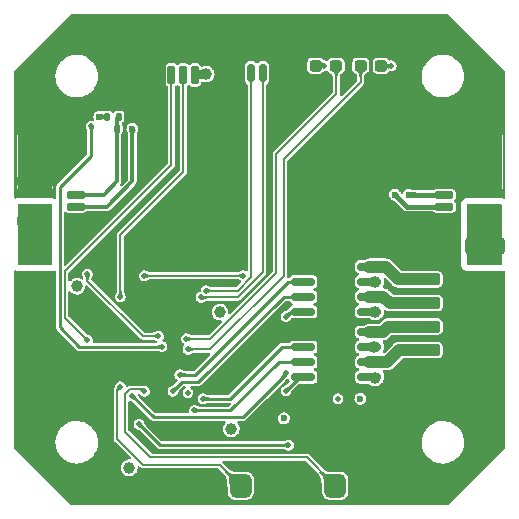
<source format=gbr>
%TF.GenerationSoftware,KiCad,Pcbnew,(6.0.5)*%
%TF.CreationDate,2023-01-06T15:20:20+08:00*%
%TF.ProjectId,Step_Ctrl_V1,53746570-5f43-4747-926c-5f56312e6b69,rev?*%
%TF.SameCoordinates,Original*%
%TF.FileFunction,Copper,L1,Top*%
%TF.FilePolarity,Positive*%
%FSLAX46Y46*%
G04 Gerber Fmt 4.6, Leading zero omitted, Abs format (unit mm)*
G04 Created by KiCad (PCBNEW (6.0.5)) date 2023-01-06 15:20:20*
%MOMM*%
%LPD*%
G01*
G04 APERTURE LIST*
G04 Aperture macros list*
%AMRoundRect*
0 Rectangle with rounded corners*
0 $1 Rounding radius*
0 $2 $3 $4 $5 $6 $7 $8 $9 X,Y pos of 4 corners*
0 Add a 4 corners polygon primitive as box body*
4,1,4,$2,$3,$4,$5,$6,$7,$8,$9,$2,$3,0*
0 Add four circle primitives for the rounded corners*
1,1,$1+$1,$2,$3*
1,1,$1+$1,$4,$5*
1,1,$1+$1,$6,$7*
1,1,$1+$1,$8,$9*
0 Add four rect primitives between the rounded corners*
20,1,$1+$1,$2,$3,$4,$5,0*
20,1,$1+$1,$4,$5,$6,$7,0*
20,1,$1+$1,$6,$7,$8,$9,0*
20,1,$1+$1,$8,$9,$2,$3,0*%
G04 Aperture macros list end*
%TA.AperFunction,SMDPad,CuDef*%
%ADD10RoundRect,0.300000X-0.700000X0.300000X-0.700000X-0.300000X0.700000X-0.300000X0.700000X0.300000X0*%
%TD*%
%TA.AperFunction,SMDPad,CuDef*%
%ADD11RoundRect,0.150000X-0.650000X0.150000X-0.650000X-0.150000X0.650000X-0.150000X0.650000X0.150000X0*%
%TD*%
%TA.AperFunction,SMDPad,CuDef*%
%ADD12RoundRect,0.150000X0.650000X-0.150000X0.650000X0.150000X-0.650000X0.150000X-0.650000X-0.150000X0*%
%TD*%
%TA.AperFunction,SMDPad,CuDef*%
%ADD13RoundRect,0.300000X0.700000X-0.300000X0.700000X0.300000X-0.700000X0.300000X-0.700000X-0.300000X0*%
%TD*%
%TA.AperFunction,SMDPad,CuDef*%
%ADD14RoundRect,0.300000X-0.300000X-1.390000X0.300000X-1.390000X0.300000X1.390000X-0.300000X1.390000X0*%
%TD*%
%TA.AperFunction,SMDPad,CuDef*%
%ADD15RoundRect,0.150000X-0.150000X-0.650000X0.150000X-0.650000X0.150000X0.650000X-0.150000X0.650000X0*%
%TD*%
%TA.AperFunction,SMDPad,CuDef*%
%ADD16RoundRect,0.450000X-0.450000X-0.550000X0.450000X-0.550000X0.450000X0.550000X-0.450000X0.550000X0*%
%TD*%
%TA.AperFunction,SMDPad,CuDef*%
%ADD17RoundRect,0.552500X-0.552500X-0.997500X0.552500X-0.997500X0.552500X0.997500X-0.552500X0.997500X0*%
%TD*%
%TA.AperFunction,SMDPad,CuDef*%
%ADD18RoundRect,0.175000X-0.825000X-0.175000X0.825000X-0.175000X0.825000X0.175000X-0.825000X0.175000X0*%
%TD*%
%TA.AperFunction,SMDPad,CuDef*%
%ADD19RoundRect,0.135000X-0.135000X-0.185000X0.135000X-0.185000X0.135000X0.185000X-0.135000X0.185000X0*%
%TD*%
%TA.AperFunction,SMDPad,CuDef*%
%ADD20RoundRect,0.250000X-1.650000X0.250000X-1.650000X-0.250000X1.650000X-0.250000X1.650000X0.250000X0*%
%TD*%
%TA.AperFunction,SMDPad,CuDef*%
%ADD21RoundRect,0.375000X-1.325000X0.375000X-1.325000X-0.375000X1.325000X-0.375000X1.325000X0.375000X0*%
%TD*%
%TA.AperFunction,SMDPad,CuDef*%
%ADD22RoundRect,0.375000X-1.325000X0.375000X-1.325000X-0.375000X1.325000X-0.375000X1.325000X0.375000X0*%
%TD*%
%TA.AperFunction,SMDPad,CuDef*%
%ADD23RoundRect,0.150000X0.150000X0.625000X-0.150000X0.625000X-0.150000X-0.625000X0.150000X-0.625000X0*%
%TD*%
%TA.AperFunction,SMDPad,CuDef*%
%ADD24RoundRect,0.250000X0.350000X0.650000X-0.350000X0.650000X-0.350000X-0.650000X0.350000X-0.650000X0*%
%TD*%
%TA.AperFunction,SMDPad,CuDef*%
%ADD25RoundRect,0.237500X-0.287500X-0.237500X0.287500X-0.237500X0.287500X0.237500X-0.287500X0.237500X0*%
%TD*%
%TA.AperFunction,SMDPad,CuDef*%
%ADD26RoundRect,0.237500X0.287500X0.237500X-0.287500X0.237500X-0.287500X-0.237500X0.287500X-0.237500X0*%
%TD*%
%TA.AperFunction,ViaPad*%
%ADD27C,0.500000*%
%TD*%
%TA.AperFunction,ViaPad*%
%ADD28C,0.600000*%
%TD*%
%TA.AperFunction,ViaPad*%
%ADD29C,1.000000*%
%TD*%
%TA.AperFunction,Conductor*%
%ADD30C,0.200000*%
%TD*%
%TA.AperFunction,Conductor*%
%ADD31C,0.250000*%
%TD*%
%TA.AperFunction,Conductor*%
%ADD32C,0.400000*%
%TD*%
%TA.AperFunction,Conductor*%
%ADD33C,0.750000*%
%TD*%
%TA.AperFunction,Conductor*%
%ADD34C,1.000000*%
%TD*%
%TA.AperFunction,Conductor*%
%ADD35C,0.300000*%
%TD*%
G04 APERTURE END LIST*
D10*
%TO.P,J8,4*%
%TO.N,Net-(D1-Pad2)*%
X110157000Y-95553000D03*
%TO.P,J8,3*%
%TO.N,GND*%
X110157000Y-92153000D03*
D11*
%TO.P,J8,2,Pin_2*%
%TO.N,/CAN_H*%
X114057000Y-94353000D03*
%TO.P,J8,1,Pin_1*%
%TO.N,/CAN_L*%
X114057000Y-93353000D03*
%TD*%
D12*
%TO.P,J7,1,Pin_1*%
%TO.N,/CAN_L*%
X145277000Y-94353000D03*
%TO.P,J7,2,Pin_2*%
%TO.N,/CAN_H*%
X145277000Y-93353000D03*
D13*
%TO.P,J7,3*%
%TO.N,Net-(D1-Pad2)*%
X149177000Y-95553000D03*
%TO.P,J7,4*%
%TO.N,GND*%
X149177000Y-92153000D03*
%TD*%
D14*
%TO.P,J5,0*%
%TO.N,GND*%
X119682000Y-80236000D03*
X125682000Y-80236000D03*
D15*
%TO.P,J5,1,Pin_1*%
X121182000Y-83196000D03*
%TO.P,J5,2,Pin_2*%
%TO.N,/SWDIO*%
X122182000Y-83196000D03*
%TO.P,J5,3,Pin_3*%
%TO.N,/SWCLK*%
X123182000Y-83196000D03*
%TO.P,J5,4,Pin_4*%
%TO.N,+3V3*%
X124182000Y-83196000D03*
%TD*%
D16*
%TO.P,SW2,2,B*%
%TO.N,/KEY_DOWN*%
X136043200Y-117983000D03*
%TO.P,SW2,1,A*%
%TO.N,GND*%
X131443200Y-117983000D03*
%TD*%
%TO.P,SW1,2,B*%
%TO.N,/KEY_UP*%
X128043200Y-117983000D03*
%TO.P,SW1,1,A*%
%TO.N,GND*%
X123443200Y-117983000D03*
%TD*%
D17*
%TO.P,U7,9,PAD*%
%TO.N,GND*%
X136144000Y-106870500D03*
D18*
%TO.P,U7,8,OUT2*%
%TO.N,/OUT_B-*%
X138944000Y-104965500D03*
%TO.P,U7,7,ISEN*%
%TO.N,Net-(R15-Pad1)*%
X138944000Y-106235500D03*
%TO.P,U7,6,OUT1*%
%TO.N,/OUT_B+*%
X138944000Y-107505500D03*
%TO.P,U7,5,VM*%
%TO.N,VCC*%
X138944000Y-108775500D03*
%TO.P,U7,4,VREF*%
%TO.N,Net-(C26-Pad1)*%
X133344000Y-108775500D03*
%TO.P,U7,3,IN1*%
%TO.N,/IN_BP*%
X133344000Y-107505500D03*
%TO.P,U7,2,IN2*%
%TO.N,/IN_BM*%
X133344000Y-106235500D03*
%TO.P,U7,1,GND*%
%TO.N,GND*%
X133344000Y-104965500D03*
%TD*%
D17*
%TO.P,U6,9,PAD*%
%TO.N,GND*%
X136144000Y-101346000D03*
D18*
%TO.P,U6,8,OUT2*%
%TO.N,/OUT_A-*%
X138944000Y-99441000D03*
%TO.P,U6,7,ISEN*%
%TO.N,Net-(R14-Pad1)*%
X138944000Y-100711000D03*
%TO.P,U6,6,OUT1*%
%TO.N,/OUT_A+*%
X138944000Y-101981000D03*
%TO.P,U6,5,VM*%
%TO.N,VCC*%
X138944000Y-103251000D03*
%TO.P,U6,4,VREF*%
%TO.N,Net-(C25-Pad1)*%
X133344000Y-103251000D03*
%TO.P,U6,3,IN1*%
%TO.N,/IN_AP*%
X133344000Y-101981000D03*
%TO.P,U6,2,IN2*%
%TO.N,/IN_AM*%
X133344000Y-100711000D03*
%TO.P,U6,1,GND*%
%TO.N,GND*%
X133344000Y-99441000D03*
%TD*%
D19*
%TO.P,R11,1*%
%TO.N,Net-(R11-Pad1)*%
X116711000Y-86741000D03*
%TO.P,R11,2*%
%TO.N,/CAN_L*%
X117731000Y-86741000D03*
%TD*%
D20*
%TO.P,J13,4,Pin_4*%
%TO.N,/OUT_B+*%
X143046000Y-106505000D03*
%TO.P,J13,3,Pin_3*%
%TO.N,/OUT_B-*%
X143046000Y-104505000D03*
%TO.P,J13,2,Pin_2*%
%TO.N,/OUT_A+*%
X143046000Y-102505000D03*
%TO.P,J13,1,Pin_1*%
%TO.N,/OUT_A-*%
X143046000Y-100505000D03*
D21*
%TO.P,J13,0*%
%TO.N,GND*%
X148746000Y-109355000D03*
D22*
%TO.N,Net-(D1-Pad2)*%
X148746007Y-97654999D03*
%TD*%
D23*
%TO.P,J6,1,Pin_1*%
%TO.N,GND*%
X130921000Y-83026000D03*
%TO.P,J6,2,Pin_2*%
%TO.N,/UART1_RX*%
X129921000Y-83026000D03*
%TO.P,J6,3,Pin_3*%
%TO.N,/UART1_TX*%
X128921000Y-83026000D03*
D24*
%TO.P,J6,MP*%
%TO.N,GND*%
X127621000Y-79151000D03*
X132221000Y-79151000D03*
%TD*%
D25*
%TO.P,D3,2,A*%
%TO.N,Net-(D3-Pad2)*%
X139940000Y-82423000D03*
%TO.P,D3,1,K*%
%TO.N,Net-(D3-Pad1)*%
X138190000Y-82423000D03*
%TD*%
D26*
%TO.P,D2,2,A*%
%TO.N,Net-(D2-Pad2)*%
X134380000Y-82423000D03*
%TO.P,D2,1,K*%
%TO.N,Net-(D2-Pad1)*%
X136130000Y-82423000D03*
%TD*%
D27*
%TO.N,GND*%
X118872000Y-100330000D03*
X117221000Y-100076000D03*
X117094000Y-101600000D03*
X136906000Y-84074000D03*
X137033000Y-83439000D03*
X133604000Y-84963000D03*
X133223000Y-86741000D03*
X115189000Y-103886000D03*
X114046000Y-109093000D03*
X113030000Y-108585000D03*
X112014000Y-108077000D03*
X111125000Y-107315000D03*
X110490000Y-106426000D03*
X109855000Y-105283000D03*
X114300000Y-108077000D03*
X113284000Y-107569000D03*
X112395000Y-107061000D03*
X111633000Y-106426000D03*
X111125000Y-105664000D03*
X110744000Y-104775000D03*
X114808000Y-107569000D03*
X113157000Y-106807000D03*
X112776000Y-106045000D03*
X112014000Y-105283000D03*
X111633000Y-104521000D03*
X118745000Y-105410000D03*
X117983000Y-105410000D03*
X122682000Y-106045000D03*
X123063000Y-104648000D03*
X120904000Y-109474000D03*
X121666000Y-109474000D03*
X121666000Y-108712000D03*
X120904000Y-108712000D03*
X120142000Y-108712000D03*
X119380000Y-108712000D03*
X118618000Y-108712000D03*
X122428000Y-107950000D03*
X121666000Y-107950000D03*
X120904000Y-107950000D03*
X120142000Y-107950000D03*
X119380000Y-107950000D03*
X118618000Y-107950000D03*
X123190000Y-107188000D03*
X122428000Y-107188000D03*
X121666000Y-107188000D03*
X120904000Y-107188000D03*
X120142000Y-107188000D03*
X119380000Y-107188000D03*
X118618000Y-107188000D03*
X133858000Y-118364000D03*
X133858000Y-117475000D03*
X132842000Y-118364000D03*
X132842000Y-117475000D03*
X130048000Y-118364000D03*
X130048000Y-117475000D03*
X125730000Y-118364000D03*
X125730000Y-117602000D03*
X124841000Y-118364000D03*
X124841000Y-117602000D03*
X122047000Y-118364000D03*
X122047000Y-117602000D03*
X122555000Y-113157000D03*
X121793000Y-113157000D03*
X121031000Y-113157000D03*
X125603000Y-113157000D03*
X131572000Y-113665000D03*
X132080000Y-113157000D03*
X130175000Y-111379000D03*
X131572000Y-111379000D03*
X130175000Y-106172000D03*
X130302000Y-104648000D03*
X131445000Y-104648000D03*
X137414000Y-112395000D03*
X138684000Y-113792000D03*
X137541000Y-113792000D03*
X137160000Y-109855000D03*
X136525000Y-109474000D03*
X135763000Y-109474000D03*
X136525000Y-108712000D03*
X135763000Y-108712000D03*
X137287000Y-107950000D03*
X136525000Y-107950000D03*
X135763000Y-107950000D03*
X137287000Y-107188000D03*
X136525000Y-107188000D03*
X135763000Y-107188000D03*
X137287000Y-106426000D03*
X136525000Y-106426000D03*
X135763000Y-106426000D03*
X137287000Y-105664000D03*
X136525000Y-105664000D03*
X135763000Y-105664000D03*
X137160000Y-104775000D03*
X137160000Y-104013000D03*
X136398000Y-104775000D03*
X136398000Y-104013000D03*
X136398000Y-103251000D03*
X137160000Y-102489000D03*
X136398000Y-102489000D03*
X137160000Y-101727000D03*
X136398000Y-101727000D03*
X135636000Y-101727000D03*
X137160000Y-100965000D03*
X136398000Y-100965000D03*
X135636000Y-100965000D03*
X137160000Y-100203000D03*
X136398000Y-100203000D03*
X135636000Y-100203000D03*
X121031000Y-86995000D03*
X119888000Y-86995000D03*
X120396000Y-86360000D03*
X120904000Y-85725000D03*
X119761000Y-85725000D03*
X117856000Y-85725000D03*
X120269000Y-85090000D03*
X119126000Y-85090000D03*
X118110000Y-85090000D03*
X121031000Y-84328000D03*
X120269000Y-84328000D03*
X119507000Y-84328000D03*
X118745000Y-84328000D03*
X125984000Y-86868000D03*
X125984000Y-86106000D03*
X126365000Y-85471000D03*
X125603000Y-85471000D03*
X124841000Y-85471000D03*
X127889000Y-84709000D03*
X127127000Y-84709000D03*
X126365000Y-84709000D03*
X125603000Y-84709000D03*
X124841000Y-84709000D03*
X147066000Y-85725000D03*
X147828000Y-85725000D03*
X148336000Y-86233000D03*
X148336000Y-86995000D03*
X148336000Y-87757000D03*
X142240000Y-85979000D03*
X141351000Y-85979000D03*
X140589000Y-85979000D03*
X139700000Y-85979000D03*
X138938000Y-85979000D03*
X138176000Y-85979000D03*
X137414000Y-85979000D03*
X136525000Y-86995000D03*
%TO.N,/TEMP*%
X123571000Y-110109000D03*
D28*
%TO.N,/CAN_H*%
X142265400Y-93345000D03*
%TO.N,/CAN_L*%
X141122400Y-93345000D03*
D27*
%TO.N,Net-(D3-Pad2)*%
X140792200Y-82423000D03*
%TO.N,Net-(D2-Pad2)*%
X135102600Y-82423000D03*
D29*
%TO.N,+3V3*%
X125120400Y-83134200D03*
D27*
%TO.N,/CAN_TX*%
X121386600Y-106197400D03*
X115392200Y-87528400D03*
D29*
%TO.N,+3V3*%
X126285700Y-103279500D03*
D28*
X138176000Y-110617000D03*
X131699000Y-112268000D03*
D29*
X127254000Y-113157000D03*
X118618000Y-116459000D03*
X114173000Y-101092000D03*
D27*
%TO.N,/UART1_RX*%
X124675298Y-102032602D03*
%TO.N,/UART1_TX*%
X125095000Y-101473000D03*
%TO.N,/TEMP*%
X136271000Y-110617000D03*
%TO.N,Net-(D2-Pad1)*%
X123444000Y-105537000D03*
%TO.N,Net-(D3-Pad1)*%
X123571000Y-106426000D03*
%TO.N,/KEY_DOWN*%
X119888000Y-109982000D03*
%TO.N,/KEY_UP*%
X117856000Y-109601000D03*
%TO.N,/IN_PWM_B*%
X119430800Y-112776000D03*
X132080000Y-114554000D03*
%TO.N,Net-(C26-Pad1)*%
X131876800Y-109956600D03*
%TO.N,/IN_PWM_A*%
X118872000Y-110363000D03*
X131876800Y-108458000D03*
%TO.N,Net-(C25-Pad1)*%
X131876800Y-103657400D03*
%TO.N,/IN_BP*%
X124104400Y-111607600D03*
%TO.N,/IN_BM*%
X124841000Y-110617000D03*
%TO.N,/IN_AP*%
X122301000Y-109982000D03*
%TO.N,/IN_AM*%
X122885200Y-108585000D03*
D29*
%TO.N,VCC*%
X139420600Y-108839000D03*
%TO.N,Net-(R15-Pad1)*%
X139369800Y-106273600D03*
%TO.N,Net-(R14-Pad1)*%
X139395200Y-100711000D03*
%TO.N,VCC*%
X139446000Y-103251000D03*
D27*
%TO.N,/SWDIO*%
X115062000Y-105664000D03*
%TO.N,/SWCLK*%
X117850500Y-101981000D03*
%TO.N,/CAN_RX*%
X121081800Y-105308400D03*
X115062000Y-100076000D03*
%TO.N,/MT6812_CS*%
X128270000Y-100203000D03*
X119880444Y-100195444D03*
D28*
%TO.N,Net-(R11-Pad1)*%
X116078000Y-86741000D03*
D27*
%TO.N,GND*%
X148336000Y-88595200D03*
X149098000Y-90119200D03*
X147574000Y-90119200D03*
X149860000Y-90119200D03*
X148336000Y-90119200D03*
X149098000Y-88595200D03*
X149098000Y-89357200D03*
X149860000Y-88595200D03*
X147574000Y-88595200D03*
X147574000Y-89357200D03*
X148336000Y-89357200D03*
X149860000Y-89357200D03*
%TO.N,Net-(D1-Pad2)*%
X149098000Y-97485200D03*
X149098000Y-98247200D03*
X147574000Y-98247200D03*
X147574000Y-99009200D03*
X147574000Y-97485200D03*
X149860000Y-98247200D03*
X149860000Y-99009200D03*
X149860000Y-97485200D03*
X148336000Y-99009200D03*
X148336000Y-97485200D03*
X149098000Y-99009200D03*
X148336000Y-98247200D03*
X110998000Y-97485200D03*
X111760000Y-98247200D03*
X111760000Y-99009200D03*
X110998000Y-99009200D03*
X109474000Y-99009200D03*
X110998000Y-98247200D03*
X110236000Y-99009200D03*
X109474000Y-98247200D03*
X110236000Y-98247200D03*
X109474000Y-97485200D03*
X110236000Y-97485200D03*
X111760000Y-97485200D03*
%TO.N,GND*%
X110236000Y-89357200D03*
X111760000Y-89357200D03*
X109474000Y-89357200D03*
X110998000Y-89357200D03*
X110998000Y-88595200D03*
X109474000Y-88595200D03*
X111760000Y-88595200D03*
X110236000Y-88595200D03*
X110236000Y-90119200D03*
X111760000Y-90119200D03*
X109474000Y-90119200D03*
X110998000Y-90119200D03*
%TO.N,Net-(D1-Pad2)*%
X149098000Y-94437200D03*
X149098000Y-95199200D03*
X149860000Y-95961200D03*
X149860000Y-96723200D03*
X149098000Y-96723200D03*
X147574000Y-96723200D03*
X149098000Y-95961200D03*
X148336000Y-96723200D03*
X147574000Y-95961200D03*
X148336000Y-95961200D03*
X147574000Y-95199200D03*
X148336000Y-95199200D03*
X149860000Y-95199200D03*
X147574000Y-94437200D03*
X148336000Y-94437200D03*
X149860000Y-94437200D03*
%TO.N,GND*%
X148336000Y-90881200D03*
X149098000Y-92405200D03*
X147574000Y-92405200D03*
X148336000Y-92405200D03*
X149860000Y-92405200D03*
X149860000Y-90881200D03*
X147574000Y-90881200D03*
X149098000Y-90881200D03*
X148336000Y-91643200D03*
X147574000Y-91643200D03*
X149860000Y-91643200D03*
X149098000Y-91643200D03*
%TO.N,Net-(D1-Pad2)*%
X111760000Y-96723200D03*
X110998000Y-96723200D03*
X109474000Y-96723200D03*
X110236000Y-96723200D03*
X110998000Y-95961200D03*
X109474000Y-95961200D03*
X110236000Y-95961200D03*
X111760000Y-95961200D03*
X110998000Y-95199200D03*
X109474000Y-95199200D03*
X110236000Y-95199200D03*
X111760000Y-95199200D03*
X111760000Y-94437200D03*
X110998000Y-94437200D03*
X110236000Y-94437200D03*
X109474000Y-94437200D03*
%TO.N,GND*%
X110236000Y-92405200D03*
X109474000Y-92405200D03*
X111760000Y-92405200D03*
X110998000Y-92405200D03*
X110236000Y-91643200D03*
X111760000Y-91643200D03*
X109474000Y-91643200D03*
X110998000Y-91643200D03*
X111760000Y-90881200D03*
X110998000Y-90881200D03*
X110236000Y-90881200D03*
X109474000Y-90881200D03*
D28*
%TO.N,/CAN_H*%
X118872000Y-87757000D03*
%TO.N,/CAN_L*%
X117590725Y-87757000D03*
%TD*%
D30*
%TO.N,/CAN_RX*%
X115062000Y-100609400D02*
X115062000Y-100076000D01*
X119761000Y-105308400D02*
X115062000Y-100609400D01*
X121081800Y-105308400D02*
X119761000Y-105308400D01*
%TO.N,Net-(D3-Pad1)*%
X138190000Y-83806000D02*
X138190000Y-82423000D01*
X125476000Y-106426000D02*
X131699000Y-100203000D01*
X131699000Y-100203000D02*
X131699000Y-90297000D01*
X123571000Y-106426000D02*
X125476000Y-106426000D01*
X131699000Y-90297000D02*
X138190000Y-83806000D01*
%TO.N,Net-(D2-Pad1)*%
X136130000Y-84850000D02*
X136130000Y-82423000D01*
X131064000Y-89916000D02*
X136130000Y-84850000D01*
X131064000Y-99949000D02*
X131064000Y-89916000D01*
X123444000Y-105537000D02*
X125476000Y-105537000D01*
X125476000Y-105537000D02*
X131064000Y-99949000D01*
%TO.N,/KEY_UP*%
X119761000Y-116205000D02*
X126265200Y-116205000D01*
X117602000Y-114046000D02*
X119761000Y-116205000D01*
X117602000Y-109855000D02*
X117602000Y-114046000D01*
X126265200Y-116205000D02*
X128043200Y-117983000D01*
X117856000Y-109601000D02*
X117602000Y-109855000D01*
D31*
%TO.N,/CAN_TX*%
X112725200Y-92710000D02*
X112725200Y-104571800D01*
X121345489Y-106238511D02*
X121386600Y-106197400D01*
X115392200Y-90043000D02*
X112725200Y-92710000D01*
X112725200Y-104571800D02*
X114391911Y-106238511D01*
X114391911Y-106238511D02*
X121345489Y-106238511D01*
X115392200Y-87528400D02*
X115392200Y-90043000D01*
D32*
%TO.N,/CAN_H*%
X142273400Y-93353000D02*
X145277000Y-93353000D01*
X142265400Y-93345000D02*
X142273400Y-93353000D01*
%TO.N,/CAN_L*%
X142130400Y-94353000D02*
X145277000Y-94353000D01*
X141122400Y-93345000D02*
X142130400Y-94353000D01*
D30*
%TO.N,/MT6812_CS*%
X119888000Y-100203000D02*
X119880444Y-100195444D01*
X128270000Y-100203000D02*
X119888000Y-100203000D01*
%TO.N,/SWDIO*%
X113157000Y-99822000D02*
X122182000Y-90797000D01*
X122182000Y-90797000D02*
X122182000Y-83196000D01*
X113157000Y-103759000D02*
X113157000Y-99822000D01*
X115062000Y-105664000D02*
X113157000Y-103759000D01*
D31*
%TO.N,/IN_AP*%
X124460000Y-109220000D02*
X131699000Y-101981000D01*
X123063000Y-109220000D02*
X124460000Y-109220000D01*
X131699000Y-101981000D02*
X133344000Y-101981000D01*
X122301000Y-109982000D02*
X123063000Y-109220000D01*
%TO.N,Net-(D3-Pad2)*%
X140792200Y-82423000D02*
X139940000Y-82423000D01*
%TO.N,Net-(D2-Pad2)*%
X134380000Y-82423000D02*
X135102600Y-82423000D01*
D33*
%TO.N,+3V3*%
X125120400Y-83134200D02*
X124243800Y-83134200D01*
X124243800Y-83134200D02*
X124182000Y-83196000D01*
D30*
%TO.N,/UART1_RX*%
X127782531Y-102032602D02*
X129921000Y-99894133D01*
X124675298Y-102032602D02*
X127782531Y-102032602D01*
X129921000Y-99894133D02*
X129921000Y-83026000D01*
%TO.N,/UART1_TX*%
X127777127Y-101473000D02*
X128921000Y-100329127D01*
X128921000Y-100329127D02*
X128921000Y-83026000D01*
X125095000Y-101473000D02*
X127777127Y-101473000D01*
D31*
%TO.N,/IN_AM*%
X132080000Y-100711000D02*
X133344000Y-100711000D01*
X124206000Y-108585000D02*
X132080000Y-100711000D01*
X122885200Y-108585000D02*
X124206000Y-108585000D01*
D30*
%TO.N,/SWCLK*%
X123182000Y-91448000D02*
X123182000Y-83196000D01*
X117850500Y-96779500D02*
X123182000Y-91448000D01*
X117850500Y-101981000D02*
X117850500Y-96779500D01*
D31*
%TO.N,/IN_BM*%
X127127000Y-110617000D02*
X131508500Y-106235500D01*
X124841000Y-110617000D02*
X127127000Y-110617000D01*
X131508500Y-106235500D02*
X133344000Y-106235500D01*
%TO.N,/IN_BP*%
X127152400Y-111607600D02*
X124104400Y-111607600D01*
X131254500Y-107505500D02*
X127152400Y-111607600D01*
X133344000Y-107505500D02*
X131254500Y-107505500D01*
D30*
%TO.N,/KEY_DOWN*%
X120396000Y-115570000D02*
X133630200Y-115570000D01*
X133630200Y-115570000D02*
X136043200Y-117983000D01*
X118644384Y-109813489D02*
X118237000Y-110220873D01*
X118237000Y-110220873D02*
X118237000Y-113411000D01*
X119719489Y-109813489D02*
X118644384Y-109813489D01*
X119888000Y-109982000D02*
X119719489Y-109813489D01*
X118237000Y-113411000D02*
X120396000Y-115570000D01*
D31*
%TO.N,/IN_PWM_B*%
X121208800Y-114554000D02*
X119430800Y-112776000D01*
X132080000Y-114554000D02*
X121208800Y-114554000D01*
%TO.N,/IN_PWM_A*%
X120691111Y-112182111D02*
X118872000Y-110363000D01*
X131876800Y-108508800D02*
X128203489Y-112182111D01*
X131876800Y-108458000D02*
X131876800Y-108508800D01*
X128203489Y-112182111D02*
X120691111Y-112182111D01*
%TO.N,Net-(C26-Pad1)*%
X133057900Y-108775500D02*
X131876800Y-109956600D01*
X133344000Y-108775500D02*
X133057900Y-108775500D01*
%TO.N,Net-(C25-Pad1)*%
X132283200Y-103251000D02*
X131876800Y-103657400D01*
X133344000Y-103251000D02*
X132283200Y-103251000D01*
D34*
%TO.N,/OUT_B+*%
X141449800Y-106505000D02*
X143046000Y-106505000D01*
X140449300Y-107505500D02*
X141449800Y-106505000D01*
X138944000Y-107505500D02*
X140449300Y-107505500D01*
%TO.N,/OUT_B-*%
X140068300Y-104965500D02*
X140528800Y-104505000D01*
X138944000Y-104965500D02*
X140068300Y-104965500D01*
X140528800Y-104505000D02*
X143046000Y-104505000D01*
%TO.N,/OUT_A+*%
X140655800Y-102505000D02*
X143046000Y-102505000D01*
X140131800Y-101981000D02*
X140655800Y-102505000D01*
X138944000Y-101981000D02*
X140131800Y-101981000D01*
%TO.N,/OUT_A-*%
X141399000Y-100505000D02*
X143046000Y-100505000D01*
X140335000Y-99441000D02*
X141399000Y-100505000D01*
X138944000Y-99441000D02*
X140335000Y-99441000D01*
D35*
%TO.N,/CAN_H*%
X118872000Y-92202000D02*
X116721000Y-94353000D01*
%TO.N,/CAN_L*%
X117590725Y-92213275D02*
X116451000Y-93353000D01*
%TO.N,/CAN_H*%
X116721000Y-94353000D02*
X114057000Y-94353000D01*
X118872000Y-87757000D02*
X118872000Y-92202000D01*
%TO.N,/CAN_L*%
X117590725Y-87757000D02*
X117590725Y-92213275D01*
X116451000Y-93353000D02*
X114057000Y-93353000D01*
%TO.N,Net-(R11-Pad1)*%
X116078000Y-86741000D02*
X116711000Y-86741000D01*
%TO.N,/CAN_L*%
X117590725Y-87757000D02*
X117590725Y-86881275D01*
X117590725Y-86881275D02*
X117731000Y-86741000D01*
%TD*%
%TA.AperFunction,Conductor*%
%TO.N,GND*%
G36*
X150152500Y-92837000D02*
G01*
X147193000Y-92837000D01*
X147193000Y-88265000D01*
X150152500Y-88265000D01*
X150152500Y-92837000D01*
G37*
%TD.AperFunction*%
%TD*%
%TA.AperFunction,Conductor*%
%TO.N,Net-(D1-Pad2)*%
G36*
X150094621Y-94127002D02*
G01*
X150141114Y-94180658D01*
X150152500Y-94233000D01*
X150152500Y-99188000D01*
X150132498Y-99256121D01*
X150078842Y-99302614D01*
X150026500Y-99314000D01*
X147319000Y-99314000D01*
X147250879Y-99293998D01*
X147204386Y-99240342D01*
X147193000Y-99188000D01*
X147193000Y-94233000D01*
X147213002Y-94164879D01*
X147266658Y-94118386D01*
X147319000Y-94107000D01*
X150026500Y-94107000D01*
X150094621Y-94127002D01*
G37*
%TD.AperFunction*%
%TD*%
%TA.AperFunction,Conductor*%
%TO.N,GND*%
G36*
X112141000Y-92457668D02*
G01*
X112131505Y-92474940D01*
X112129534Y-92482615D01*
X112129534Y-92482616D01*
X112126467Y-92494562D01*
X112120063Y-92513266D01*
X112112019Y-92531855D01*
X112110780Y-92539678D01*
X112110777Y-92539688D01*
X112105101Y-92575524D01*
X112102695Y-92587144D01*
X112091700Y-92629970D01*
X112091700Y-92650224D01*
X112090149Y-92669934D01*
X112086980Y-92689943D01*
X112087726Y-92697835D01*
X112091141Y-92733961D01*
X112091700Y-92745819D01*
X112091700Y-92837000D01*
X109169500Y-92837000D01*
X109169500Y-88265000D01*
X112141000Y-88265000D01*
X112141000Y-92457668D01*
G37*
%TD.AperFunction*%
%TD*%
%TA.AperFunction,Conductor*%
%TO.N,Net-(D1-Pad2)*%
G36*
X112033821Y-94127002D02*
G01*
X112080314Y-94180658D01*
X112091700Y-94233000D01*
X112091700Y-99188000D01*
X112071698Y-99256121D01*
X112018042Y-99302614D01*
X111965700Y-99314000D01*
X109295500Y-99314000D01*
X109227379Y-99293998D01*
X109180886Y-99240342D01*
X109169500Y-99188000D01*
X109169500Y-94233000D01*
X109189502Y-94164879D01*
X109243158Y-94118386D01*
X109295500Y-94107000D01*
X111965700Y-94107000D01*
X112033821Y-94127002D01*
G37*
%TD.AperFunction*%
%TD*%
%TA.AperFunction,Conductor*%
%TO.N,GND*%
G36*
X145595133Y-78019407D02*
G01*
X145606946Y-78029496D01*
X150431504Y-82854054D01*
X150459281Y-82908571D01*
X150460500Y-82924058D01*
X150460500Y-93581278D01*
X150441593Y-93639469D01*
X150392093Y-93675433D01*
X150330907Y-93675433D01*
X150320374Y-93671331D01*
X150242513Y-93635773D01*
X150242502Y-93635769D01*
X150239290Y-93634302D01*
X150171169Y-93614300D01*
X150026500Y-93593500D01*
X147319000Y-93593500D01*
X147245623Y-93601388D01*
X147212473Y-93604952D01*
X147212471Y-93604952D01*
X147209851Y-93605234D01*
X147207281Y-93605793D01*
X147207275Y-93605794D01*
X147181404Y-93611422D01*
X147157509Y-93616620D01*
X147053343Y-93651290D01*
X146930388Y-93730308D01*
X146876732Y-93776801D01*
X146781018Y-93887261D01*
X146778078Y-93893698D01*
X146778077Y-93893700D01*
X146727901Y-94003571D01*
X146720302Y-94020210D01*
X146700300Y-94088331D01*
X146679500Y-94233000D01*
X146679500Y-99188000D01*
X146691234Y-99297149D01*
X146702620Y-99349491D01*
X146737290Y-99453657D01*
X146816308Y-99576612D01*
X146862801Y-99630268D01*
X146973261Y-99725982D01*
X146979698Y-99728922D01*
X146979700Y-99728923D01*
X147102999Y-99785232D01*
X147103004Y-99785234D01*
X147106210Y-99786698D01*
X147174331Y-99806700D01*
X147319000Y-99827500D01*
X150026500Y-99827500D01*
X150106953Y-99818851D01*
X150133027Y-99816048D01*
X150133029Y-99816048D01*
X150135649Y-99815766D01*
X150138219Y-99815207D01*
X150138225Y-99815206D01*
X150167020Y-99808942D01*
X150187991Y-99804380D01*
X150292157Y-99769710D01*
X150307978Y-99759542D01*
X150367151Y-99743988D01*
X150424168Y-99766187D01*
X150457247Y-99817659D01*
X150460500Y-99842827D01*
X150460500Y-114675942D01*
X150441593Y-114734133D01*
X150431504Y-114745946D01*
X145606946Y-119570504D01*
X145552429Y-119598281D01*
X145536942Y-119599500D01*
X113785058Y-119599500D01*
X113726867Y-119580593D01*
X113715054Y-119570504D01*
X108890496Y-114745946D01*
X108862719Y-114691429D01*
X108861500Y-114675942D01*
X108861500Y-114252736D01*
X112356070Y-114252736D01*
X112356698Y-114265807D01*
X112368909Y-114520041D01*
X112421118Y-114782512D01*
X112422358Y-114785967D01*
X112422359Y-114785969D01*
X112490502Y-114975761D01*
X112511549Y-115034383D01*
X112638215Y-115270121D01*
X112640414Y-115273066D01*
X112640416Y-115273069D01*
X112712002Y-115368933D01*
X112798335Y-115484547D01*
X112800953Y-115487142D01*
X112984323Y-115668918D01*
X112988390Y-115672950D01*
X113204205Y-115831192D01*
X113441039Y-115955797D01*
X113444510Y-115957009D01*
X113444512Y-115957010D01*
X113524627Y-115984987D01*
X113693690Y-116044026D01*
X113956606Y-116093943D01*
X114090310Y-116099196D01*
X114220343Y-116104305D01*
X114220346Y-116104305D01*
X114224013Y-116104449D01*
X114360669Y-116089483D01*
X114486394Y-116075714D01*
X114486397Y-116075713D01*
X114490035Y-116075315D01*
X114748829Y-116007180D01*
X114752204Y-116005730D01*
X114752207Y-116005729D01*
X114957147Y-115917680D01*
X114994710Y-115901542D01*
X114997827Y-115899613D01*
X114997833Y-115899610D01*
X115219149Y-115762655D01*
X115219154Y-115762651D01*
X115222275Y-115760720D01*
X115225452Y-115758031D01*
X115325953Y-115672950D01*
X115426526Y-115587809D01*
X115517085Y-115484547D01*
X115600550Y-115389374D01*
X115600554Y-115389369D01*
X115602976Y-115386607D01*
X115747747Y-115161534D01*
X115805025Y-115034383D01*
X115856153Y-114920882D01*
X115856154Y-114920880D01*
X115857661Y-114917534D01*
X115860560Y-114907254D01*
X115929305Y-114663505D01*
X115929306Y-114663502D01*
X115930302Y-114659969D01*
X115964075Y-114394495D01*
X115966549Y-114300000D01*
X115964901Y-114277810D01*
X115946989Y-114036777D01*
X115946988Y-114036771D01*
X115946717Y-114033123D01*
X115887655Y-113772109D01*
X115868831Y-113723701D01*
X115791992Y-113526111D01*
X115790662Y-113522691D01*
X115657868Y-113290350D01*
X115652999Y-113284173D01*
X115494469Y-113083080D01*
X115492190Y-113080189D01*
X115489517Y-113077675D01*
X115489512Y-113077669D01*
X115341677Y-112938600D01*
X115297269Y-112896825D01*
X115077385Y-112744286D01*
X115041303Y-112726492D01*
X114900478Y-112657045D01*
X114837371Y-112625924D01*
X114681465Y-112576018D01*
X114585993Y-112545457D01*
X114585992Y-112545457D01*
X114582497Y-112544338D01*
X114578880Y-112543749D01*
X114578876Y-112543748D01*
X114321983Y-112501911D01*
X114321978Y-112501911D01*
X114318364Y-112501322D01*
X114314699Y-112501274D01*
X114174982Y-112499445D01*
X114050774Y-112497819D01*
X114047146Y-112498313D01*
X114047142Y-112498313D01*
X113918189Y-112515863D01*
X113785605Y-112533907D01*
X113528683Y-112608792D01*
X113285652Y-112720831D01*
X113282585Y-112722842D01*
X113282581Y-112722844D01*
X113064918Y-112865551D01*
X113061851Y-112867562D01*
X113059119Y-112870001D01*
X113059117Y-112870002D01*
X112940410Y-112975952D01*
X112862197Y-113045760D01*
X112859850Y-113048582D01*
X112859849Y-113048583D01*
X112760078Y-113168545D01*
X112691075Y-113251512D01*
X112552244Y-113480298D01*
X112448755Y-113727091D01*
X112447850Y-113730653D01*
X112447850Y-113730654D01*
X112444271Y-113744747D01*
X112382881Y-113986470D01*
X112382513Y-113990123D01*
X112382513Y-113990124D01*
X112374954Y-114065191D01*
X112356070Y-114252736D01*
X108861500Y-114252736D01*
X108861500Y-109840066D01*
X117296660Y-109840066D01*
X117300122Y-109865504D01*
X117300596Y-109868987D01*
X117301500Y-109882337D01*
X117301500Y-109904555D01*
X117300755Y-109916588D01*
X117300756Y-109916588D01*
X117300610Y-109917915D01*
X117299654Y-109929731D01*
X117297416Y-109972824D01*
X117298228Y-109977939D01*
X117298228Y-109977941D01*
X117300276Y-109990841D01*
X117301500Y-110006362D01*
X117301500Y-113992492D01*
X117301197Y-113996617D01*
X117299575Y-114001342D01*
X117299918Y-114010476D01*
X117301430Y-114050761D01*
X117301500Y-114054474D01*
X117301500Y-114073948D01*
X117302325Y-114078378D01*
X117302661Y-114083571D01*
X117303774Y-114113208D01*
X117307380Y-114121602D01*
X117307381Y-114121605D01*
X117308317Y-114123783D01*
X117314683Y-114144734D01*
X117316791Y-114156053D01*
X117321605Y-114163863D01*
X117330768Y-114178728D01*
X117337452Y-114191596D01*
X117344611Y-114208258D01*
X117347964Y-114216063D01*
X117351978Y-114220949D01*
X117356342Y-114225313D01*
X117370613Y-114243368D01*
X117375532Y-114251348D01*
X117398769Y-114269018D01*
X117408839Y-114277810D01*
X118720650Y-115589621D01*
X118748427Y-115644138D01*
X118738856Y-115704570D01*
X118695591Y-115747835D01*
X118650128Y-115758624D01*
X118542861Y-115758062D01*
X118542859Y-115758062D01*
X118536895Y-115758031D01*
X118531099Y-115759423D01*
X118531095Y-115759423D01*
X118423703Y-115785207D01*
X118372032Y-115797612D01*
X118311176Y-115829022D01*
X118226675Y-115872636D01*
X118226673Y-115872638D01*
X118221369Y-115875375D01*
X118093604Y-115986831D01*
X118090173Y-115991713D01*
X118090172Y-115991714D01*
X118018223Y-116094087D01*
X117996113Y-116125547D01*
X117934524Y-116283513D01*
X117912394Y-116451611D01*
X117913049Y-116457544D01*
X117913049Y-116457548D01*
X117921544Y-116534496D01*
X117930999Y-116620135D01*
X117989266Y-116779356D01*
X117992591Y-116784305D01*
X117992592Y-116784306D01*
X118005689Y-116803796D01*
X118083830Y-116920083D01*
X118209233Y-117034191D01*
X118358235Y-117115092D01*
X118393189Y-117124262D01*
X118516464Y-117156603D01*
X118516468Y-117156604D01*
X118522233Y-117158116D01*
X118528194Y-117158210D01*
X118528197Y-117158210D01*
X118606996Y-117159447D01*
X118691760Y-117160779D01*
X118697575Y-117159447D01*
X118697577Y-117159447D01*
X118851206Y-117124262D01*
X118851209Y-117124261D01*
X118857029Y-117122928D01*
X118872610Y-117115092D01*
X119003165Y-117049429D01*
X119008498Y-117046747D01*
X119013035Y-117042872D01*
X119013038Y-117042870D01*
X119132888Y-116940508D01*
X119132891Y-116940505D01*
X119137423Y-116936634D01*
X119145220Y-116925783D01*
X119232877Y-116803796D01*
X119232878Y-116803794D01*
X119236361Y-116798947D01*
X119241552Y-116786036D01*
X119297377Y-116647167D01*
X119297378Y-116647165D01*
X119299601Y-116641634D01*
X119318847Y-116506404D01*
X119323034Y-116476985D01*
X119323034Y-116476979D01*
X119323490Y-116473778D01*
X119323645Y-116459000D01*
X119322034Y-116445690D01*
X119321415Y-116440570D01*
X119333195Y-116380529D01*
X119378016Y-116338879D01*
X119438758Y-116331529D01*
X119489702Y-116358673D01*
X119510680Y-116379651D01*
X119513380Y-116382780D01*
X119515575Y-116387269D01*
X119522278Y-116393487D01*
X119551822Y-116420893D01*
X119554498Y-116423469D01*
X119568277Y-116437248D01*
X119571987Y-116439793D01*
X119575900Y-116443229D01*
X119597646Y-116463401D01*
X119606134Y-116466788D01*
X119606135Y-116466788D01*
X119608336Y-116467666D01*
X119627652Y-116477980D01*
X119629607Y-116479321D01*
X119629610Y-116479322D01*
X119637146Y-116484492D01*
X119656834Y-116489164D01*
X119663058Y-116490641D01*
X119676884Y-116495014D01*
X119695132Y-116502294D01*
X119695134Y-116502294D01*
X119701622Y-116504883D01*
X119707915Y-116505500D01*
X119714084Y-116505500D01*
X119736943Y-116508175D01*
X119737173Y-116508230D01*
X119737175Y-116508230D01*
X119746066Y-116510340D01*
X119774988Y-116506404D01*
X119788337Y-116505500D01*
X126099721Y-116505500D01*
X126157912Y-116524407D01*
X126169725Y-116534496D01*
X126541403Y-116906174D01*
X126556611Y-116925780D01*
X126558615Y-116929169D01*
X126558617Y-116929172D01*
X126561090Y-116933353D01*
X126564331Y-116936971D01*
X126564336Y-116936978D01*
X126682292Y-117068657D01*
X126690411Y-117079035D01*
X126764917Y-117188578D01*
X126772592Y-117202012D01*
X126816947Y-117296025D01*
X126822476Y-117310635D01*
X126848829Y-117401331D01*
X126851583Y-117413730D01*
X126867331Y-117514917D01*
X126868197Y-117522287D01*
X126877848Y-117643559D01*
X126877952Y-117645003D01*
X126887000Y-117784461D01*
X126887282Y-117788261D01*
X126887318Y-117788692D01*
X126887712Y-117792890D01*
X126903574Y-117945077D01*
X126904573Y-117953118D01*
X126904704Y-117954026D01*
X126906002Y-117961928D01*
X126936715Y-118128575D01*
X126938834Y-118138651D01*
X126939104Y-118139792D01*
X126939258Y-118140378D01*
X126939268Y-118140417D01*
X126939439Y-118141066D01*
X126942700Y-118166265D01*
X126942700Y-118598694D01*
X126945602Y-118635569D01*
X126991456Y-118793398D01*
X127075119Y-118934865D01*
X127191335Y-119051081D01*
X127196691Y-119054249D01*
X127196693Y-119054250D01*
X127257705Y-119090332D01*
X127332802Y-119134744D01*
X127338786Y-119136482D01*
X127338787Y-119136483D01*
X127485773Y-119179187D01*
X127485777Y-119179188D01*
X127490631Y-119180598D01*
X127495671Y-119180995D01*
X127495673Y-119180995D01*
X127512039Y-119182283D01*
X127527506Y-119183500D01*
X128558894Y-119183500D01*
X128574361Y-119182283D01*
X128590727Y-119180995D01*
X128590729Y-119180995D01*
X128595769Y-119180598D01*
X128600623Y-119179188D01*
X128600627Y-119179187D01*
X128747613Y-119136483D01*
X128747614Y-119136482D01*
X128753598Y-119134744D01*
X128828695Y-119090332D01*
X128889707Y-119054250D01*
X128889709Y-119054249D01*
X128895065Y-119051081D01*
X129011281Y-118934865D01*
X129094944Y-118793398D01*
X129140798Y-118635569D01*
X129143700Y-118598694D01*
X129143700Y-117367306D01*
X129140798Y-117330431D01*
X129132861Y-117303109D01*
X129096683Y-117178587D01*
X129096682Y-117178586D01*
X129094944Y-117172602D01*
X129011281Y-117031135D01*
X128895065Y-116914919D01*
X128889709Y-116911751D01*
X128889707Y-116911750D01*
X128828695Y-116875668D01*
X128753598Y-116831256D01*
X128747614Y-116829518D01*
X128747613Y-116829517D01*
X128600627Y-116786813D01*
X128600623Y-116786812D01*
X128595769Y-116785402D01*
X128590729Y-116785005D01*
X128590727Y-116785005D01*
X128574333Y-116783715D01*
X128558894Y-116782500D01*
X127527506Y-116782500D01*
X127490631Y-116785402D01*
X127488685Y-116785967D01*
X127444617Y-116783715D01*
X127370835Y-116762276D01*
X127356221Y-116756745D01*
X127262207Y-116712389D01*
X127248773Y-116704714D01*
X127218108Y-116683857D01*
X127139231Y-116630209D01*
X127128868Y-116622102D01*
X126993553Y-116500890D01*
X126989698Y-116498538D01*
X126989689Y-116498531D01*
X126984419Y-116495316D01*
X126965982Y-116480810D01*
X126524675Y-116039504D01*
X126496897Y-115984987D01*
X126506468Y-115924555D01*
X126549733Y-115881290D01*
X126594678Y-115870500D01*
X133464721Y-115870500D01*
X133522912Y-115889407D01*
X133534725Y-115899496D01*
X134056121Y-116420893D01*
X134541406Y-116906178D01*
X134556611Y-116925780D01*
X134561090Y-116933353D01*
X134564328Y-116936967D01*
X134564334Y-116936976D01*
X134682292Y-117068657D01*
X134690411Y-117079035D01*
X134764917Y-117188578D01*
X134772592Y-117202012D01*
X134816947Y-117296025D01*
X134822476Y-117310635D01*
X134848829Y-117401331D01*
X134851583Y-117413730D01*
X134867331Y-117514917D01*
X134868197Y-117522287D01*
X134877848Y-117643559D01*
X134877952Y-117645003D01*
X134887000Y-117784461D01*
X134887282Y-117788261D01*
X134887318Y-117788692D01*
X134887712Y-117792890D01*
X134903574Y-117945077D01*
X134904573Y-117953118D01*
X134904704Y-117954026D01*
X134906002Y-117961928D01*
X134936715Y-118128575D01*
X134938834Y-118138651D01*
X134939104Y-118139792D01*
X134939258Y-118140378D01*
X134939268Y-118140417D01*
X134939439Y-118141066D01*
X134942700Y-118166265D01*
X134942700Y-118598694D01*
X134945602Y-118635569D01*
X134991456Y-118793398D01*
X135075119Y-118934865D01*
X135191335Y-119051081D01*
X135196691Y-119054249D01*
X135196693Y-119054250D01*
X135257705Y-119090332D01*
X135332802Y-119134744D01*
X135338786Y-119136482D01*
X135338787Y-119136483D01*
X135485773Y-119179187D01*
X135485777Y-119179188D01*
X135490631Y-119180598D01*
X135495671Y-119180995D01*
X135495673Y-119180995D01*
X135512039Y-119182283D01*
X135527506Y-119183500D01*
X136558894Y-119183500D01*
X136574361Y-119182283D01*
X136590727Y-119180995D01*
X136590729Y-119180995D01*
X136595769Y-119180598D01*
X136600623Y-119179188D01*
X136600627Y-119179187D01*
X136747613Y-119136483D01*
X136747614Y-119136482D01*
X136753598Y-119134744D01*
X136828695Y-119090332D01*
X136889707Y-119054250D01*
X136889709Y-119054249D01*
X136895065Y-119051081D01*
X137011281Y-118934865D01*
X137094944Y-118793398D01*
X137140798Y-118635569D01*
X137143700Y-118598694D01*
X137143700Y-117367306D01*
X137140798Y-117330431D01*
X137132861Y-117303109D01*
X137096683Y-117178587D01*
X137096682Y-117178586D01*
X137094944Y-117172602D01*
X137011281Y-117031135D01*
X136895065Y-116914919D01*
X136889709Y-116911751D01*
X136889707Y-116911750D01*
X136828695Y-116875668D01*
X136753598Y-116831256D01*
X136747614Y-116829518D01*
X136747613Y-116829517D01*
X136600627Y-116786813D01*
X136600623Y-116786812D01*
X136595769Y-116785402D01*
X136590729Y-116785005D01*
X136590727Y-116785005D01*
X136574333Y-116783715D01*
X136558894Y-116782500D01*
X135527506Y-116782500D01*
X135490631Y-116785402D01*
X135488685Y-116785967D01*
X135444617Y-116783715D01*
X135370835Y-116762276D01*
X135356221Y-116756745D01*
X135262207Y-116712389D01*
X135248773Y-116704714D01*
X135218108Y-116683857D01*
X135139231Y-116630209D01*
X135128868Y-116622102D01*
X134993553Y-116500890D01*
X134984418Y-116495316D01*
X134965982Y-116480811D01*
X133880520Y-115395349D01*
X133877820Y-115392220D01*
X133875625Y-115387731D01*
X133839378Y-115354107D01*
X133836702Y-115351531D01*
X133822923Y-115337752D01*
X133819213Y-115335207D01*
X133815300Y-115331771D01*
X133800255Y-115317815D01*
X133793554Y-115311599D01*
X133782864Y-115307334D01*
X133763548Y-115297020D01*
X133761593Y-115295679D01*
X133761590Y-115295678D01*
X133754054Y-115290508D01*
X133728141Y-115284359D01*
X133714316Y-115279986D01*
X133696068Y-115272706D01*
X133696066Y-115272706D01*
X133689578Y-115270117D01*
X133683285Y-115269500D01*
X133677116Y-115269500D01*
X133654257Y-115266825D01*
X133654027Y-115266770D01*
X133654025Y-115266770D01*
X133645134Y-115264660D01*
X133616213Y-115268596D01*
X133602863Y-115269500D01*
X120561479Y-115269500D01*
X120503288Y-115250593D01*
X120491475Y-115240504D01*
X118566496Y-113315525D01*
X118538719Y-113261008D01*
X118537500Y-113245521D01*
X118537500Y-112770440D01*
X118975701Y-112770440D01*
X118992433Y-112898394D01*
X118995271Y-112904845D01*
X118995272Y-112904847D01*
X119034765Y-112994602D01*
X119044405Y-113016510D01*
X119050271Y-113023488D01*
X119122900Y-113109892D01*
X119122903Y-113109894D01*
X119127439Y-113115291D01*
X119234860Y-113186796D01*
X119241590Y-113188899D01*
X119241591Y-113188899D01*
X119259839Y-113194600D01*
X119280067Y-113203504D01*
X119289885Y-113209211D01*
X119294487Y-113210788D01*
X119323894Y-113220865D01*
X119323952Y-113220885D01*
X119358478Y-113232740D01*
X119360109Y-113233317D01*
X119385545Y-113242583D01*
X119389134Y-113243973D01*
X119406194Y-113250972D01*
X119411622Y-113253392D01*
X119423081Y-113258919D01*
X119429492Y-113262307D01*
X119439239Y-113267924D01*
X119445596Y-113271916D01*
X119457636Y-113280131D01*
X119463132Y-113284166D01*
X119480277Y-113297686D01*
X119484589Y-113301290D01*
X119508373Y-113322342D01*
X119511539Y-113325270D01*
X119520294Y-113333727D01*
X119537846Y-113350682D01*
X119549171Y-113358038D01*
X119549982Y-113358565D01*
X119566058Y-113371584D01*
X120965531Y-114771057D01*
X120971365Y-114777424D01*
X120996345Y-114807194D01*
X121030005Y-114826627D01*
X121037289Y-114831268D01*
X121069116Y-114853554D01*
X121077484Y-114855796D01*
X121082771Y-114858262D01*
X121088256Y-114860258D01*
X121095755Y-114864588D01*
X121104281Y-114866091D01*
X121104283Y-114866092D01*
X121134016Y-114871334D01*
X121142450Y-114873204D01*
X121179993Y-114883264D01*
X121218708Y-114879877D01*
X121227337Y-114879500D01*
X131563510Y-114879500D01*
X131584497Y-114881750D01*
X131593198Y-114883638D01*
X131593204Y-114883639D01*
X131597949Y-114884668D01*
X131602811Y-114884752D01*
X131634507Y-114885300D01*
X131638816Y-114885468D01*
X131670513Y-114887399D01*
X131676112Y-114887900D01*
X131697807Y-114890464D01*
X131704554Y-114891499D01*
X131718861Y-114894201D01*
X131726162Y-114895869D01*
X131737085Y-114898805D01*
X131743989Y-114900936D01*
X131755979Y-114905122D01*
X131761532Y-114907250D01*
X131778517Y-114914353D01*
X131782120Y-114915945D01*
X131806532Y-114927320D01*
X131808139Y-114928086D01*
X131840977Y-114944136D01*
X131873316Y-114959968D01*
X131875851Y-114960883D01*
X131875858Y-114960886D01*
X131880831Y-114962681D01*
X131880970Y-114962739D01*
X131884060Y-114964796D01*
X131901554Y-114970261D01*
X131905639Y-114971636D01*
X131912784Y-114974215D01*
X131912792Y-114974217D01*
X131915317Y-114975129D01*
X131920232Y-114976319D01*
X131920202Y-114976445D01*
X131920516Y-114976539D01*
X131920471Y-114976689D01*
X131926458Y-114978042D01*
X132007233Y-115003278D01*
X132073547Y-115004494D01*
X132129202Y-115005514D01*
X132129204Y-115005514D01*
X132136255Y-115005643D01*
X132143058Y-115003788D01*
X132143060Y-115003788D01*
X132184828Y-114992400D01*
X132260755Y-114971700D01*
X132370724Y-114904179D01*
X132379757Y-114894200D01*
X132452590Y-114813735D01*
X132452590Y-114813734D01*
X132457322Y-114808507D01*
X132513588Y-114692375D01*
X132534997Y-114565120D01*
X132535133Y-114554000D01*
X132516839Y-114426259D01*
X132463428Y-114308788D01*
X132415131Y-114252736D01*
X143356070Y-114252736D01*
X143356698Y-114265807D01*
X143368909Y-114520041D01*
X143421118Y-114782512D01*
X143422358Y-114785967D01*
X143422359Y-114785969D01*
X143490502Y-114975761D01*
X143511549Y-115034383D01*
X143638215Y-115270121D01*
X143640414Y-115273066D01*
X143640416Y-115273069D01*
X143712002Y-115368933D01*
X143798335Y-115484547D01*
X143800953Y-115487142D01*
X143984323Y-115668918D01*
X143988390Y-115672950D01*
X144204205Y-115831192D01*
X144441039Y-115955797D01*
X144444510Y-115957009D01*
X144444512Y-115957010D01*
X144524627Y-115984987D01*
X144693690Y-116044026D01*
X144956606Y-116093943D01*
X145090310Y-116099196D01*
X145220343Y-116104305D01*
X145220346Y-116104305D01*
X145224013Y-116104449D01*
X145360669Y-116089483D01*
X145486394Y-116075714D01*
X145486397Y-116075713D01*
X145490035Y-116075315D01*
X145748829Y-116007180D01*
X145752204Y-116005730D01*
X145752207Y-116005729D01*
X145957147Y-115917680D01*
X145994710Y-115901542D01*
X145997827Y-115899613D01*
X145997833Y-115899610D01*
X146219149Y-115762655D01*
X146219154Y-115762651D01*
X146222275Y-115760720D01*
X146225452Y-115758031D01*
X146325953Y-115672950D01*
X146426526Y-115587809D01*
X146517085Y-115484547D01*
X146600550Y-115389374D01*
X146600554Y-115389369D01*
X146602976Y-115386607D01*
X146747747Y-115161534D01*
X146805025Y-115034383D01*
X146856153Y-114920882D01*
X146856154Y-114920880D01*
X146857661Y-114917534D01*
X146860560Y-114907254D01*
X146929305Y-114663505D01*
X146929306Y-114663502D01*
X146930302Y-114659969D01*
X146964075Y-114394495D01*
X146966549Y-114300000D01*
X146964901Y-114277810D01*
X146946989Y-114036777D01*
X146946988Y-114036771D01*
X146946717Y-114033123D01*
X146887655Y-113772109D01*
X146868831Y-113723701D01*
X146791992Y-113526111D01*
X146790662Y-113522691D01*
X146657868Y-113290350D01*
X146652999Y-113284173D01*
X146494469Y-113083080D01*
X146492190Y-113080189D01*
X146489517Y-113077675D01*
X146489512Y-113077669D01*
X146341677Y-112938600D01*
X146297269Y-112896825D01*
X146077385Y-112744286D01*
X146041303Y-112726492D01*
X145900478Y-112657045D01*
X145837371Y-112625924D01*
X145681465Y-112576018D01*
X145585993Y-112545457D01*
X145585992Y-112545457D01*
X145582497Y-112544338D01*
X145578880Y-112543749D01*
X145578876Y-112543748D01*
X145321983Y-112501911D01*
X145321978Y-112501911D01*
X145318364Y-112501322D01*
X145314699Y-112501274D01*
X145174982Y-112499445D01*
X145050774Y-112497819D01*
X145047146Y-112498313D01*
X145047142Y-112498313D01*
X144918189Y-112515863D01*
X144785605Y-112533907D01*
X144528683Y-112608792D01*
X144285652Y-112720831D01*
X144282585Y-112722842D01*
X144282581Y-112722844D01*
X144064918Y-112865551D01*
X144061851Y-112867562D01*
X144059119Y-112870001D01*
X144059117Y-112870002D01*
X143940410Y-112975952D01*
X143862197Y-113045760D01*
X143859850Y-113048582D01*
X143859849Y-113048583D01*
X143760078Y-113168545D01*
X143691075Y-113251512D01*
X143552244Y-113480298D01*
X143448755Y-113727091D01*
X143447850Y-113730653D01*
X143447850Y-113730654D01*
X143444271Y-113744747D01*
X143382881Y-113986470D01*
X143382513Y-113990123D01*
X143382513Y-113990124D01*
X143374954Y-114065191D01*
X143356070Y-114252736D01*
X132415131Y-114252736D01*
X132389724Y-114223250D01*
X132383798Y-114216372D01*
X132383797Y-114216371D01*
X132379193Y-114211028D01*
X132373276Y-114207193D01*
X132373274Y-114207191D01*
X132277918Y-114145386D01*
X132270906Y-114140841D01*
X132264150Y-114138821D01*
X132264149Y-114138820D01*
X132206587Y-114121605D01*
X132147273Y-114103866D01*
X132070644Y-114103398D01*
X132025282Y-114103121D01*
X132018231Y-114103078D01*
X132011454Y-114105015D01*
X132011453Y-114105015D01*
X131900938Y-114136600D01*
X131900935Y-114136601D01*
X131894155Y-114138539D01*
X131888189Y-114142303D01*
X131881795Y-114145164D01*
X131877502Y-114146923D01*
X131873320Y-114148030D01*
X131843851Y-114162456D01*
X131841032Y-114163836D01*
X131840978Y-114163862D01*
X131808169Y-114179898D01*
X131806606Y-114180644D01*
X131783101Y-114191596D01*
X131782127Y-114192050D01*
X131778519Y-114193644D01*
X131761546Y-114200743D01*
X131755981Y-114202876D01*
X131743998Y-114207060D01*
X131737079Y-114209196D01*
X131726171Y-114212128D01*
X131718878Y-114213794D01*
X131704537Y-114216503D01*
X131697793Y-114217537D01*
X131676112Y-114220099D01*
X131670515Y-114220600D01*
X131638815Y-114222531D01*
X131634510Y-114222699D01*
X131615185Y-114223034D01*
X131597945Y-114223332D01*
X131583789Y-114226339D01*
X131563219Y-114228500D01*
X121384634Y-114228500D01*
X121326443Y-114209593D01*
X121314630Y-114199504D01*
X120026179Y-112911053D01*
X120012928Y-112894617D01*
X120008117Y-112887140D01*
X120008112Y-112887134D01*
X120005482Y-112883046D01*
X120002103Y-112879548D01*
X119980070Y-112856739D01*
X119977142Y-112853573D01*
X119956090Y-112829789D01*
X119952486Y-112825477D01*
X119947114Y-112818665D01*
X119938966Y-112808332D01*
X119934931Y-112802836D01*
X119926716Y-112790796D01*
X119922718Y-112784430D01*
X119918689Y-112777438D01*
X119917107Y-112774692D01*
X119913721Y-112768283D01*
X119908197Y-112756831D01*
X119905772Y-112751392D01*
X119898787Y-112734364D01*
X119897363Y-112730686D01*
X119888159Y-112705427D01*
X119887542Y-112703683D01*
X119875727Y-112669273D01*
X119875707Y-112669216D01*
X119864887Y-112637640D01*
X119864884Y-112637632D01*
X119864011Y-112635085D01*
X119851663Y-112608792D01*
X119846163Y-112597082D01*
X119846162Y-112597079D01*
X119845015Y-112594638D01*
X119842380Y-112590321D01*
X119842475Y-112590263D01*
X119835868Y-112578382D01*
X119817149Y-112537212D01*
X119817148Y-112537211D01*
X119814228Y-112530788D01*
X119752698Y-112459379D01*
X119734598Y-112438372D01*
X119734597Y-112438371D01*
X119729993Y-112433028D01*
X119724076Y-112429193D01*
X119724074Y-112429191D01*
X119627624Y-112366677D01*
X119621706Y-112362841D01*
X119614950Y-112360821D01*
X119614949Y-112360820D01*
X119572135Y-112348016D01*
X119498073Y-112325866D01*
X119421444Y-112325398D01*
X119376082Y-112325121D01*
X119369031Y-112325078D01*
X119362254Y-112327015D01*
X119362253Y-112327015D01*
X119251735Y-112358601D01*
X119251733Y-112358602D01*
X119244955Y-112360539D01*
X119135819Y-112429399D01*
X119050396Y-112526122D01*
X118995554Y-112642932D01*
X118975701Y-112770440D01*
X118537500Y-112770440D01*
X118537500Y-110863504D01*
X118556407Y-110805313D01*
X118605907Y-110769349D01*
X118667093Y-110769349D01*
X118672800Y-110771626D01*
X118676060Y-110773796D01*
X118682796Y-110775900D01*
X118682795Y-110775900D01*
X118701039Y-110781600D01*
X118721267Y-110790504D01*
X118731085Y-110796211D01*
X118757647Y-110805313D01*
X118765094Y-110807865D01*
X118765152Y-110807885D01*
X118799678Y-110819740D01*
X118801309Y-110820317D01*
X118826745Y-110829583D01*
X118830334Y-110830973D01*
X118845293Y-110837110D01*
X118847394Y-110837972D01*
X118852822Y-110840392D01*
X118864281Y-110845919D01*
X118870692Y-110849307D01*
X118880439Y-110854924D01*
X118886796Y-110858916D01*
X118898836Y-110867131D01*
X118904332Y-110871166D01*
X118912678Y-110877747D01*
X118921477Y-110884686D01*
X118925789Y-110888290D01*
X118949573Y-110909342D01*
X118952739Y-110912270D01*
X118961071Y-110920318D01*
X118979046Y-110937682D01*
X118983032Y-110940271D01*
X118991183Y-110945566D01*
X119007257Y-110958584D01*
X120447853Y-112399180D01*
X120453676Y-112405535D01*
X120478656Y-112435305D01*
X120486153Y-112439634D01*
X120486155Y-112439635D01*
X120512317Y-112454739D01*
X120519595Y-112459375D01*
X120551427Y-112481664D01*
X120559793Y-112483906D01*
X120565084Y-112486373D01*
X120570561Y-112488366D01*
X120578066Y-112492699D01*
X120607104Y-112497819D01*
X120616342Y-112499448D01*
X120624765Y-112501315D01*
X120662304Y-112511374D01*
X120701007Y-112507988D01*
X120709636Y-112507611D01*
X126668670Y-112507611D01*
X126726861Y-112526518D01*
X126762825Y-112576018D01*
X126762825Y-112637204D01*
X126737336Y-112675787D01*
X126738096Y-112676471D01*
X126734101Y-112680908D01*
X126729604Y-112684831D01*
X126726173Y-112689713D01*
X126726172Y-112689714D01*
X126673233Y-112765039D01*
X126632113Y-112823547D01*
X126570524Y-112981513D01*
X126548394Y-113149611D01*
X126549049Y-113155544D01*
X126549049Y-113155548D01*
X126564284Y-113293543D01*
X126566999Y-113318135D01*
X126625266Y-113477356D01*
X126628591Y-113482305D01*
X126628592Y-113482306D01*
X126639746Y-113498905D01*
X126719830Y-113618083D01*
X126845233Y-113732191D01*
X126994235Y-113813092D01*
X127029189Y-113822262D01*
X127152464Y-113854603D01*
X127152468Y-113854604D01*
X127158233Y-113856116D01*
X127164194Y-113856210D01*
X127164197Y-113856210D01*
X127242965Y-113857447D01*
X127327760Y-113858779D01*
X127333575Y-113857447D01*
X127333577Y-113857447D01*
X127487206Y-113822262D01*
X127487209Y-113822261D01*
X127493029Y-113820928D01*
X127501327Y-113816755D01*
X127590095Y-113772109D01*
X127644498Y-113744747D01*
X127649035Y-113740872D01*
X127649038Y-113740870D01*
X127768888Y-113638508D01*
X127768891Y-113638505D01*
X127773423Y-113634634D01*
X127788875Y-113613130D01*
X127868877Y-113501796D01*
X127868878Y-113501794D01*
X127872361Y-113496947D01*
X127877691Y-113483690D01*
X127933377Y-113345167D01*
X127933378Y-113345165D01*
X127935601Y-113339634D01*
X127936442Y-113333727D01*
X127959034Y-113174985D01*
X127959034Y-113174979D01*
X127959490Y-113171778D01*
X127959645Y-113157000D01*
X127946525Y-113048583D01*
X127939993Y-112994602D01*
X127939992Y-112994599D01*
X127939276Y-112988680D01*
X127879345Y-112830077D01*
X127850217Y-112787695D01*
X127786692Y-112695267D01*
X127783312Y-112690349D01*
X127772290Y-112680528D01*
X127741420Y-112627702D01*
X127747496Y-112566819D01*
X127788198Y-112521135D01*
X127838147Y-112507611D01*
X128184955Y-112507611D01*
X128193584Y-112507988D01*
X128232296Y-112511375D01*
X128240667Y-112509132D01*
X128269838Y-112501315D01*
X128278273Y-112499445D01*
X128308006Y-112494203D01*
X128308008Y-112494202D01*
X128316534Y-112492699D01*
X128324033Y-112488369D01*
X128329518Y-112486373D01*
X128334805Y-112483907D01*
X128343173Y-112481665D01*
X128372545Y-112461098D01*
X128375000Y-112459379D01*
X128382281Y-112454740D01*
X128415944Y-112435305D01*
X128440920Y-112405540D01*
X128446754Y-112399172D01*
X128584103Y-112261823D01*
X131193391Y-112261823D01*
X131194306Y-112268820D01*
X131194306Y-112268821D01*
X131201668Y-112325121D01*
X131211980Y-112403979D01*
X131214821Y-112410435D01*
X131214821Y-112410436D01*
X131265899Y-112526518D01*
X131269720Y-112535203D01*
X131305325Y-112577560D01*
X131357431Y-112639549D01*
X131357434Y-112639551D01*
X131361970Y-112644948D01*
X131367841Y-112648856D01*
X131367842Y-112648857D01*
X131380143Y-112657045D01*
X131481313Y-112724390D01*
X131567743Y-112751392D01*
X131611425Y-112765039D01*
X131611426Y-112765039D01*
X131618157Y-112767142D01*
X131689828Y-112768456D01*
X131754445Y-112769641D01*
X131754447Y-112769641D01*
X131761499Y-112769770D01*
X131768302Y-112767915D01*
X131768304Y-112767915D01*
X131860933Y-112742661D01*
X131899817Y-112732060D01*
X132021991Y-112657045D01*
X132028457Y-112649902D01*
X132113468Y-112555982D01*
X132118200Y-112550754D01*
X132172037Y-112439634D01*
X132177634Y-112428082D01*
X132180710Y-112421733D01*
X132183435Y-112405540D01*
X132203862Y-112284124D01*
X132203862Y-112284120D01*
X132204496Y-112280354D01*
X132204647Y-112268000D01*
X132184323Y-112126082D01*
X132124984Y-111995572D01*
X132031400Y-111886963D01*
X131911095Y-111808985D01*
X131773739Y-111767907D01*
X131690497Y-111767398D01*
X131637427Y-111767074D01*
X131637426Y-111767074D01*
X131630376Y-111767031D01*
X131623599Y-111768968D01*
X131623598Y-111768968D01*
X131499309Y-111804490D01*
X131499307Y-111804491D01*
X131492529Y-111806428D01*
X131371280Y-111882930D01*
X131366613Y-111888214D01*
X131366611Y-111888216D01*
X131281044Y-111985103D01*
X131281042Y-111985105D01*
X131276377Y-111990388D01*
X131215447Y-112120163D01*
X131193391Y-112261823D01*
X128584103Y-112261823D01*
X130234487Y-110611440D01*
X135815901Y-110611440D01*
X135816816Y-110618437D01*
X135816816Y-110618438D01*
X135822031Y-110658317D01*
X135832633Y-110739394D01*
X135835471Y-110745845D01*
X135835472Y-110745847D01*
X135880998Y-110849313D01*
X135884605Y-110857510D01*
X135911581Y-110889602D01*
X135963100Y-110950892D01*
X135963103Y-110950894D01*
X135967639Y-110956291D01*
X136075060Y-111027796D01*
X136081788Y-111029898D01*
X136081790Y-111029899D01*
X136136646Y-111047037D01*
X136198233Y-111066278D01*
X136262744Y-111067461D01*
X136320202Y-111068514D01*
X136320204Y-111068514D01*
X136327255Y-111068643D01*
X136334058Y-111066788D01*
X136334060Y-111066788D01*
X136375828Y-111055400D01*
X136451755Y-111034700D01*
X136561724Y-110967179D01*
X136574140Y-110953462D01*
X136643590Y-110876735D01*
X136643590Y-110876734D01*
X136648322Y-110871507D01*
X136694644Y-110775900D01*
X136701512Y-110761724D01*
X136701512Y-110761723D01*
X136704588Y-110755375D01*
X136719751Y-110665247D01*
X136725363Y-110631891D01*
X136725363Y-110631886D01*
X136725997Y-110628120D01*
X136726133Y-110617000D01*
X136725248Y-110610823D01*
X137670391Y-110610823D01*
X137671306Y-110617820D01*
X137671306Y-110617821D01*
X137672653Y-110628120D01*
X137688980Y-110752979D01*
X137691821Y-110759435D01*
X137691821Y-110759436D01*
X137741134Y-110871507D01*
X137746720Y-110884203D01*
X137770313Y-110912270D01*
X137834431Y-110988549D01*
X137834434Y-110988551D01*
X137838970Y-110993948D01*
X137844841Y-110997856D01*
X137844842Y-110997857D01*
X137857143Y-111006045D01*
X137958313Y-111073390D01*
X138058920Y-111104821D01*
X138088425Y-111114039D01*
X138088426Y-111114039D01*
X138095157Y-111116142D01*
X138166828Y-111117456D01*
X138231445Y-111118641D01*
X138231447Y-111118641D01*
X138238499Y-111118770D01*
X138245302Y-111116915D01*
X138245304Y-111116915D01*
X138320503Y-111096413D01*
X138376817Y-111081060D01*
X138498991Y-111006045D01*
X138506403Y-110997857D01*
X138590468Y-110904982D01*
X138595200Y-110899754D01*
X138657710Y-110770733D01*
X138661465Y-110748418D01*
X138680862Y-110633124D01*
X138680862Y-110633120D01*
X138681496Y-110629354D01*
X138681647Y-110617000D01*
X138661323Y-110475082D01*
X138617090Y-110377796D01*
X138604905Y-110350996D01*
X138604904Y-110350995D01*
X138601984Y-110344572D01*
X138526233Y-110256659D01*
X138513005Y-110241307D01*
X138513004Y-110241306D01*
X138508400Y-110235963D01*
X138388095Y-110157985D01*
X138250739Y-110116907D01*
X138167497Y-110116398D01*
X138114427Y-110116074D01*
X138114426Y-110116074D01*
X138107376Y-110116031D01*
X138100599Y-110117968D01*
X138100598Y-110117968D01*
X137976309Y-110153490D01*
X137976307Y-110153491D01*
X137969529Y-110155428D01*
X137952650Y-110166078D01*
X137892517Y-110204019D01*
X137848280Y-110231930D01*
X137843613Y-110237214D01*
X137843611Y-110237216D01*
X137758044Y-110334103D01*
X137758042Y-110334105D01*
X137753377Y-110339388D01*
X137750381Y-110345770D01*
X137750380Y-110345771D01*
X137742837Y-110361838D01*
X137692447Y-110469163D01*
X137691362Y-110476132D01*
X137691361Y-110476135D01*
X137678572Y-110558278D01*
X137670391Y-110610823D01*
X136725248Y-110610823D01*
X136707839Y-110489259D01*
X136671003Y-110408243D01*
X136657349Y-110378212D01*
X136657348Y-110378211D01*
X136654428Y-110371788D01*
X136589031Y-110295891D01*
X136574798Y-110279372D01*
X136574797Y-110279371D01*
X136570193Y-110274028D01*
X136564276Y-110270193D01*
X136564274Y-110270191D01*
X136481182Y-110216335D01*
X136461906Y-110203841D01*
X136455150Y-110201821D01*
X136455149Y-110201820D01*
X136373231Y-110177321D01*
X136338273Y-110166866D01*
X136261644Y-110166398D01*
X136216282Y-110166121D01*
X136209231Y-110166078D01*
X136202454Y-110168015D01*
X136202453Y-110168015D01*
X136091935Y-110199601D01*
X136091933Y-110199602D01*
X136085155Y-110201539D01*
X135976019Y-110270399D01*
X135890596Y-110367122D01*
X135835754Y-110483932D01*
X135815901Y-110611440D01*
X130234487Y-110611440D01*
X131756630Y-109089297D01*
X131772603Y-109076346D01*
X131784711Y-109068460D01*
X131816489Y-109037422D01*
X131818634Y-109035387D01*
X131826059Y-109028556D01*
X131849143Y-109007320D01*
X131852040Y-109004759D01*
X131876363Y-108984086D01*
X131880058Y-108981095D01*
X131899793Y-108965891D01*
X131904028Y-108962803D01*
X131921619Y-108950682D01*
X131925880Y-108947906D01*
X131944423Y-108936493D01*
X131948014Y-108934386D01*
X131970727Y-108921698D01*
X131973124Y-108920402D01*
X131999241Y-108906746D01*
X132059569Y-108896538D01*
X132114376Y-108923739D01*
X132142726Y-108977960D01*
X132143500Y-108984357D01*
X132143500Y-108986090D01*
X132154365Y-109059896D01*
X132157755Y-109066801D01*
X132157757Y-109066807D01*
X132175453Y-109102849D01*
X132184126Y-109163417D01*
X132156590Y-109216484D01*
X132011853Y-109361221D01*
X131995415Y-109374474D01*
X131983845Y-109381918D01*
X131980346Y-109385298D01*
X131980345Y-109385299D01*
X131957544Y-109407326D01*
X131954378Y-109410254D01*
X131930579Y-109431319D01*
X131926284Y-109434907D01*
X131919687Y-109440110D01*
X131909134Y-109448432D01*
X131903642Y-109452464D01*
X131891589Y-109460688D01*
X131885243Y-109464673D01*
X131881970Y-109466559D01*
X131875483Y-109470297D01*
X131869077Y-109473682D01*
X131857661Y-109479190D01*
X131852209Y-109481621D01*
X131835157Y-109488615D01*
X131831486Y-109490036D01*
X131818449Y-109494787D01*
X131806171Y-109499261D01*
X131804530Y-109499842D01*
X131770067Y-109511675D01*
X131735880Y-109523391D01*
X131733437Y-109524538D01*
X131733428Y-109524542D01*
X131716404Y-109532538D01*
X131701522Y-109538119D01*
X131697735Y-109539201D01*
X131697734Y-109539202D01*
X131690955Y-109541139D01*
X131684991Y-109544902D01*
X131684989Y-109544903D01*
X131596081Y-109601000D01*
X131581819Y-109609999D01*
X131496396Y-109706722D01*
X131441554Y-109823532D01*
X131421701Y-109951040D01*
X131422616Y-109958037D01*
X131422616Y-109958038D01*
X131425867Y-109982902D01*
X131438433Y-110078994D01*
X131441271Y-110085445D01*
X131441272Y-110085447D01*
X131487564Y-110190654D01*
X131490405Y-110197110D01*
X131516511Y-110228167D01*
X131568900Y-110290492D01*
X131568903Y-110290494D01*
X131573439Y-110295891D01*
X131680860Y-110367396D01*
X131687588Y-110369498D01*
X131687590Y-110369499D01*
X131742446Y-110386637D01*
X131804033Y-110405878D01*
X131868544Y-110407060D01*
X131926002Y-110408114D01*
X131926004Y-110408114D01*
X131933055Y-110408243D01*
X131939858Y-110406388D01*
X131939860Y-110406388D01*
X132004047Y-110388888D01*
X132057555Y-110374300D01*
X132167524Y-110306779D01*
X132182457Y-110290281D01*
X132249390Y-110216335D01*
X132249390Y-110216334D01*
X132254122Y-110211107D01*
X132303261Y-110109686D01*
X132306759Y-110103110D01*
X132307566Y-110101722D01*
X132307570Y-110101714D01*
X132310011Y-110097513D01*
X132321663Y-110063507D01*
X132321692Y-110063449D01*
X132321685Y-110063447D01*
X132333551Y-110028889D01*
X132334126Y-110027261D01*
X132343365Y-110001904D01*
X132344783Y-109998243D01*
X132351770Y-109981210D01*
X132354196Y-109975767D01*
X132355257Y-109973569D01*
X132359722Y-109964312D01*
X132363107Y-109957907D01*
X132368724Y-109948160D01*
X132372716Y-109941803D01*
X132380931Y-109929763D01*
X132384971Y-109924260D01*
X132389427Y-109918609D01*
X132398494Y-109907111D01*
X132402080Y-109902820D01*
X132423145Y-109879021D01*
X132426073Y-109875855D01*
X132426943Y-109874955D01*
X132430798Y-109870964D01*
X132448171Y-109852981D01*
X132448174Y-109852977D01*
X132451480Y-109849555D01*
X132454070Y-109845568D01*
X132454073Y-109845564D01*
X132459364Y-109837418D01*
X132472382Y-109821344D01*
X132938730Y-109354996D01*
X132993247Y-109327219D01*
X133008734Y-109326000D01*
X134204590Y-109326000D01*
X134235328Y-109321475D01*
X134270783Y-109316256D01*
X134270785Y-109316255D01*
X134278396Y-109315135D01*
X134390610Y-109260041D01*
X134478927Y-109171569D01*
X134506930Y-109114282D01*
X134530453Y-109066160D01*
X134530454Y-109066158D01*
X134533826Y-109059259D01*
X134541401Y-109007335D01*
X134543983Y-108989635D01*
X134543983Y-108989633D01*
X134544500Y-108986090D01*
X137743500Y-108986090D01*
X137754365Y-109059896D01*
X137757755Y-109066800D01*
X137757755Y-109066801D01*
X137768800Y-109089297D01*
X137809459Y-109172110D01*
X137815250Y-109177890D01*
X137815250Y-109177891D01*
X137823193Y-109185820D01*
X137897931Y-109260427D01*
X137912538Y-109267567D01*
X138003340Y-109311953D01*
X138003342Y-109311954D01*
X138010241Y-109315326D01*
X138045770Y-109320509D01*
X138079865Y-109325483D01*
X138079867Y-109325483D01*
X138083410Y-109326000D01*
X138876612Y-109326000D01*
X138934803Y-109344907D01*
X138943240Y-109351777D01*
X139007414Y-109410171D01*
X139007419Y-109410174D01*
X139011833Y-109414191D01*
X139017079Y-109417039D01*
X139017080Y-109417040D01*
X139059570Y-109440110D01*
X139160835Y-109495092D01*
X139212260Y-109508583D01*
X139319064Y-109536603D01*
X139319068Y-109536604D01*
X139324833Y-109538116D01*
X139330794Y-109538210D01*
X139330797Y-109538210D01*
X139409596Y-109539447D01*
X139494360Y-109540779D01*
X139500175Y-109539447D01*
X139500177Y-109539447D01*
X139653806Y-109504262D01*
X139653809Y-109504261D01*
X139659629Y-109502928D01*
X139665710Y-109499870D01*
X139751521Y-109456711D01*
X139811098Y-109426747D01*
X139815635Y-109422872D01*
X139815638Y-109422870D01*
X139935486Y-109320509D01*
X139940023Y-109316634D01*
X139963112Y-109284502D01*
X139984717Y-109262934D01*
X139990610Y-109260041D01*
X140078927Y-109171569D01*
X140106930Y-109114282D01*
X140130453Y-109066160D01*
X140130454Y-109066158D01*
X140133826Y-109059259D01*
X140141401Y-109007335D01*
X140143983Y-108989635D01*
X140143983Y-108989633D01*
X140144500Y-108986090D01*
X140144500Y-108564910D01*
X140139162Y-108528650D01*
X140134756Y-108498717D01*
X140134755Y-108498715D01*
X140133635Y-108491104D01*
X140078541Y-108378890D01*
X140072750Y-108373109D01*
X140067986Y-108366455D01*
X140069690Y-108365235D01*
X140046884Y-108320576D01*
X140056400Y-108260136D01*
X140099625Y-108216831D01*
X140144651Y-108206000D01*
X140421571Y-108206000D01*
X140428305Y-108206229D01*
X140486230Y-108210178D01*
X140492101Y-108209153D01*
X140492106Y-108209153D01*
X140549120Y-108199202D01*
X140554247Y-108198445D01*
X140611696Y-108191493D01*
X140611697Y-108191493D01*
X140617620Y-108190776D01*
X140626232Y-108187522D01*
X140644195Y-108182608D01*
X140653254Y-108181027D01*
X140690613Y-108164628D01*
X140711704Y-108155370D01*
X140716502Y-108153412D01*
X140770639Y-108132955D01*
X140776223Y-108130845D01*
X140781138Y-108127467D01*
X140781146Y-108127463D01*
X140783805Y-108125635D01*
X140800078Y-108116577D01*
X140803039Y-108115277D01*
X140808502Y-108112879D01*
X140813234Y-108109248D01*
X140813239Y-108109245D01*
X140859154Y-108074013D01*
X140863346Y-108070967D01*
X140911032Y-108038193D01*
X140911033Y-108038192D01*
X140915951Y-108034812D01*
X140919918Y-108030359D01*
X140919922Y-108030356D01*
X140957415Y-107988274D01*
X140961328Y-107984128D01*
X141710961Y-107234496D01*
X141765478Y-107206719D01*
X141780965Y-107205500D01*
X144749834Y-107205500D01*
X144752135Y-107205282D01*
X144752145Y-107205282D01*
X144775361Y-107203087D01*
X144775362Y-107203087D01*
X144781369Y-107202519D01*
X144909184Y-107157634D01*
X144954078Y-107124475D01*
X145012193Y-107081550D01*
X145018150Y-107077150D01*
X145098634Y-106968184D01*
X145143519Y-106840369D01*
X145144658Y-106828317D01*
X145146282Y-106811145D01*
X145146282Y-106811135D01*
X145146500Y-106808834D01*
X145146500Y-106201166D01*
X145143519Y-106169631D01*
X145098634Y-106041816D01*
X145081368Y-106018439D01*
X145022550Y-105938807D01*
X145018150Y-105932850D01*
X144975374Y-105901255D01*
X144915136Y-105856762D01*
X144915135Y-105856761D01*
X144909184Y-105852366D01*
X144781369Y-105807481D01*
X144775362Y-105806913D01*
X144775361Y-105806913D01*
X144752145Y-105804718D01*
X144752135Y-105804718D01*
X144749834Y-105804500D01*
X141477529Y-105804500D01*
X141470795Y-105804271D01*
X141470483Y-105804250D01*
X141412870Y-105800322D01*
X141406998Y-105801347D01*
X141406995Y-105801347D01*
X141397377Y-105803026D01*
X141380356Y-105804500D01*
X141342166Y-105804500D01*
X141339865Y-105804718D01*
X141339855Y-105804718D01*
X141316639Y-105806913D01*
X141316638Y-105806913D01*
X141310631Y-105807481D01*
X141250145Y-105828722D01*
X141249950Y-105828167D01*
X141248181Y-105829065D01*
X141245847Y-105829472D01*
X141240378Y-105831873D01*
X141240260Y-105831908D01*
X141233650Y-105834514D01*
X141182816Y-105852366D01*
X141176863Y-105856763D01*
X141170322Y-105860226D01*
X141170036Y-105859686D01*
X141157144Y-105866706D01*
X141122877Y-105879655D01*
X141117960Y-105883034D01*
X141117957Y-105883036D01*
X141115301Y-105884862D01*
X141099019Y-105893925D01*
X141090598Y-105897621D01*
X141085866Y-105901252D01*
X141085861Y-105901255D01*
X141039946Y-105936487D01*
X141035754Y-105939533D01*
X140995655Y-105967093D01*
X140983149Y-105975688D01*
X140979182Y-105980141D01*
X140979178Y-105980144D01*
X140941685Y-106022226D01*
X140937772Y-106026372D01*
X140255833Y-106708310D01*
X140201316Y-106736087D01*
X140140884Y-106726516D01*
X140097619Y-106683251D01*
X140088048Y-106622819D01*
X140096886Y-106594829D01*
X140099249Y-106589996D01*
X140110906Y-106566148D01*
X140130453Y-106526160D01*
X140130454Y-106526158D01*
X140133826Y-106519259D01*
X140143116Y-106455580D01*
X140143983Y-106449635D01*
X140143983Y-106449633D01*
X140144500Y-106446090D01*
X140144500Y-106024910D01*
X140133635Y-105951104D01*
X140128633Y-105940915D01*
X140098087Y-105878700D01*
X140078541Y-105838890D01*
X140072750Y-105833109D01*
X140067986Y-105826455D01*
X140069321Y-105825499D01*
X140045856Y-105779552D01*
X140055372Y-105719111D01*
X140098596Y-105675806D01*
X140126602Y-105666448D01*
X140168120Y-105659202D01*
X140173247Y-105658445D01*
X140230696Y-105651493D01*
X140230697Y-105651493D01*
X140236620Y-105650776D01*
X140245232Y-105647522D01*
X140263195Y-105642608D01*
X140272254Y-105641027D01*
X140304608Y-105626825D01*
X140330704Y-105615370D01*
X140335502Y-105613412D01*
X140389639Y-105592955D01*
X140395223Y-105590845D01*
X140400138Y-105587467D01*
X140400146Y-105587463D01*
X140402805Y-105585635D01*
X140419078Y-105576577D01*
X140422039Y-105575277D01*
X140427502Y-105572879D01*
X140432234Y-105569248D01*
X140432239Y-105569245D01*
X140478154Y-105534013D01*
X140482346Y-105530967D01*
X140530032Y-105498193D01*
X140530033Y-105498192D01*
X140534951Y-105494812D01*
X140538918Y-105490359D01*
X140538922Y-105490356D01*
X140576415Y-105448274D01*
X140580328Y-105444128D01*
X140789960Y-105234496D01*
X140844477Y-105206719D01*
X140859964Y-105205500D01*
X144749834Y-105205500D01*
X144752135Y-105205282D01*
X144752145Y-105205282D01*
X144775361Y-105203087D01*
X144775362Y-105203087D01*
X144781369Y-105202519D01*
X144909184Y-105157634D01*
X144917748Y-105151309D01*
X145012193Y-105081550D01*
X145018150Y-105077150D01*
X145069299Y-105007900D01*
X145094238Y-104974136D01*
X145094239Y-104974135D01*
X145098634Y-104968184D01*
X145143519Y-104840369D01*
X145145911Y-104815065D01*
X145146282Y-104811145D01*
X145146282Y-104811135D01*
X145146500Y-104808834D01*
X145146500Y-104201166D01*
X145143519Y-104169631D01*
X145098634Y-104041816D01*
X145085737Y-104024354D01*
X145022550Y-103938807D01*
X145018150Y-103932850D01*
X144989796Y-103911907D01*
X144915136Y-103856762D01*
X144915135Y-103856761D01*
X144909184Y-103852366D01*
X144781369Y-103807481D01*
X144775362Y-103806913D01*
X144775361Y-103806913D01*
X144752145Y-103804718D01*
X144752135Y-103804718D01*
X144749834Y-103804500D01*
X140556524Y-103804500D01*
X140549790Y-103804271D01*
X140491870Y-103800322D01*
X140485999Y-103801347D01*
X140485994Y-103801347D01*
X140428980Y-103811298D01*
X140423853Y-103812055D01*
X140366404Y-103819007D01*
X140366403Y-103819007D01*
X140360480Y-103819724D01*
X140351868Y-103822978D01*
X140333905Y-103827892D01*
X140324846Y-103829473D01*
X140319384Y-103831871D01*
X140319383Y-103831871D01*
X140266393Y-103855132D01*
X140261595Y-103857090D01*
X140201877Y-103879655D01*
X140196960Y-103883035D01*
X140196957Y-103883036D01*
X140194298Y-103884864D01*
X140178020Y-103893925D01*
X140169597Y-103897622D01*
X140155282Y-103908606D01*
X140118953Y-103936482D01*
X140114761Y-103939528D01*
X140062149Y-103975688D01*
X140058182Y-103980141D01*
X140058178Y-103980144D01*
X140020693Y-104022217D01*
X140016780Y-104026363D01*
X139807139Y-104236004D01*
X139752622Y-104263781D01*
X139737135Y-104265000D01*
X138901484Y-104265000D01*
X138878557Y-104267774D01*
X138781602Y-104279507D01*
X138781599Y-104279508D01*
X138775680Y-104280224D01*
X138617077Y-104340155D01*
X138612154Y-104343538D01*
X138612153Y-104343539D01*
X138533511Y-104397588D01*
X138477437Y-104415000D01*
X138083410Y-104415000D01*
X138052672Y-104419525D01*
X138017217Y-104424744D01*
X138017215Y-104424745D01*
X138009604Y-104425865D01*
X137897390Y-104480959D01*
X137809073Y-104569431D01*
X137754174Y-104681741D01*
X137743500Y-104754910D01*
X137743500Y-105176090D01*
X137747096Y-105200519D01*
X137752230Y-105235390D01*
X137754365Y-105249896D01*
X137809459Y-105362110D01*
X137897931Y-105450427D01*
X137955218Y-105478430D01*
X138003340Y-105501953D01*
X138003342Y-105501954D01*
X138010241Y-105505326D01*
X138016636Y-105506259D01*
X138066152Y-105541155D01*
X138085896Y-105599067D01*
X138067829Y-105657524D01*
X138016546Y-105694843D01*
X138009604Y-105695865D01*
X138002697Y-105699256D01*
X138002694Y-105699257D01*
X137951617Y-105724335D01*
X137897390Y-105750959D01*
X137891610Y-105756750D01*
X137891609Y-105756750D01*
X137868847Y-105779552D01*
X137809073Y-105839431D01*
X137784274Y-105890163D01*
X137757861Y-105944199D01*
X137754174Y-105951741D01*
X137743500Y-106024910D01*
X137743500Y-106446090D01*
X137748025Y-106476828D01*
X137753075Y-106511131D01*
X137754365Y-106519896D01*
X137757755Y-106526800D01*
X137757755Y-106526801D01*
X137778568Y-106569192D01*
X137809459Y-106632110D01*
X137815250Y-106637890D01*
X137815250Y-106637891D01*
X137824182Y-106646807D01*
X137897931Y-106720427D01*
X137937506Y-106739772D01*
X138003340Y-106771953D01*
X138003342Y-106771954D01*
X138010241Y-106775326D01*
X138016636Y-106776259D01*
X138066152Y-106811155D01*
X138085896Y-106869067D01*
X138067829Y-106927524D01*
X138016546Y-106964843D01*
X138009604Y-106965865D01*
X138002697Y-106969256D01*
X138002694Y-106969257D01*
X137928042Y-107005910D01*
X137897390Y-107020959D01*
X137809073Y-107109431D01*
X137781070Y-107166718D01*
X137757861Y-107214199D01*
X137754174Y-107221741D01*
X137743500Y-107294910D01*
X137743500Y-107716090D01*
X137754365Y-107789896D01*
X137809459Y-107902110D01*
X137897931Y-107990427D01*
X137931995Y-108007078D01*
X138003340Y-108041953D01*
X138003342Y-108041954D01*
X138010241Y-108045326D01*
X138016636Y-108046259D01*
X138066152Y-108081155D01*
X138085896Y-108139067D01*
X138067829Y-108197524D01*
X138016546Y-108234843D01*
X138009604Y-108235865D01*
X138002697Y-108239256D01*
X138002694Y-108239257D01*
X137960169Y-108260136D01*
X137897390Y-108290959D01*
X137891610Y-108296750D01*
X137891609Y-108296750D01*
X137858579Y-108329838D01*
X137809073Y-108379431D01*
X137805482Y-108386778D01*
X137757861Y-108484199D01*
X137754174Y-108491741D01*
X137743500Y-108564910D01*
X137743500Y-108986090D01*
X134544500Y-108986090D01*
X134544500Y-108564910D01*
X134539162Y-108528650D01*
X134534756Y-108498717D01*
X134534755Y-108498715D01*
X134533635Y-108491104D01*
X134478541Y-108378890D01*
X134390069Y-108290573D01*
X134326501Y-108259500D01*
X134284660Y-108239047D01*
X134284658Y-108239046D01*
X134277759Y-108235674D01*
X134271364Y-108234741D01*
X134221848Y-108199845D01*
X134202104Y-108141933D01*
X134220171Y-108083476D01*
X134271454Y-108046157D01*
X134278396Y-108045135D01*
X134285303Y-108041744D01*
X134285306Y-108041743D01*
X134359958Y-108005090D01*
X134390610Y-107990041D01*
X134478927Y-107901569D01*
X134510689Y-107836592D01*
X134530453Y-107796160D01*
X134530454Y-107796158D01*
X134533826Y-107789259D01*
X134544500Y-107716090D01*
X134544500Y-107294910D01*
X134538228Y-107252306D01*
X134534756Y-107228717D01*
X134534755Y-107228715D01*
X134533635Y-107221104D01*
X134520776Y-107194912D01*
X134482147Y-107116235D01*
X134478541Y-107108890D01*
X134390069Y-107020573D01*
X134332782Y-106992570D01*
X134284660Y-106969047D01*
X134284658Y-106969046D01*
X134277759Y-106965674D01*
X134271364Y-106964741D01*
X134221848Y-106929845D01*
X134202104Y-106871933D01*
X134220171Y-106813476D01*
X134271454Y-106776157D01*
X134278396Y-106775135D01*
X134285303Y-106771744D01*
X134285306Y-106771743D01*
X134359958Y-106735090D01*
X134390610Y-106720041D01*
X134402321Y-106708310D01*
X134473148Y-106637358D01*
X134478927Y-106631569D01*
X134510906Y-106566148D01*
X134530453Y-106526160D01*
X134530454Y-106526158D01*
X134533826Y-106519259D01*
X134543116Y-106455580D01*
X134543983Y-106449635D01*
X134543983Y-106449633D01*
X134544500Y-106446090D01*
X134544500Y-106024910D01*
X134533635Y-105951104D01*
X134528633Y-105940915D01*
X134498087Y-105878700D01*
X134478541Y-105838890D01*
X134469107Y-105829472D01*
X134422462Y-105782909D01*
X134390069Y-105750573D01*
X134327512Y-105719994D01*
X134284660Y-105699047D01*
X134284658Y-105699046D01*
X134277759Y-105695674D01*
X134240560Y-105690247D01*
X134208135Y-105685517D01*
X134208133Y-105685517D01*
X134204590Y-105685000D01*
X132483410Y-105685000D01*
X132452672Y-105689525D01*
X132417217Y-105694744D01*
X132417215Y-105694745D01*
X132409604Y-105695865D01*
X132297390Y-105750959D01*
X132291610Y-105756750D01*
X132291609Y-105756750D01*
X132268847Y-105779552D01*
X132209073Y-105839431D01*
X132205480Y-105846782D01*
X132205479Y-105846783D01*
X132201719Y-105854475D01*
X132159178Y-105898452D01*
X132112776Y-105910000D01*
X131527034Y-105910000D01*
X131518405Y-105909623D01*
X131505318Y-105908478D01*
X131479693Y-105906236D01*
X131471326Y-105908478D01*
X131442151Y-105916296D01*
X131433716Y-105918166D01*
X131403983Y-105923408D01*
X131403981Y-105923409D01*
X131395455Y-105924912D01*
X131387956Y-105929242D01*
X131382471Y-105931238D01*
X131377184Y-105933704D01*
X131368816Y-105935946D01*
X131347169Y-105951104D01*
X131336989Y-105958232D01*
X131329708Y-105962871D01*
X131296045Y-105982306D01*
X131276946Y-106005067D01*
X131271069Y-106012071D01*
X131265235Y-106018439D01*
X127021170Y-110262504D01*
X126966653Y-110290281D01*
X126951166Y-110291500D01*
X125357493Y-110291500D01*
X125336506Y-110289250D01*
X125323054Y-110286332D01*
X125311199Y-110286127D01*
X125286490Y-110285699D01*
X125282184Y-110285531D01*
X125250485Y-110283600D01*
X125244885Y-110283099D01*
X125223191Y-110280535D01*
X125216445Y-110279500D01*
X125202138Y-110276798D01*
X125194837Y-110275130D01*
X125183914Y-110272194D01*
X125177006Y-110270062D01*
X125165015Y-110265875D01*
X125159463Y-110263747D01*
X125142486Y-110256647D01*
X125138899Y-110255062D01*
X125114435Y-110243664D01*
X125112844Y-110242905D01*
X125080019Y-110226862D01*
X125047682Y-110211031D01*
X125045147Y-110210116D01*
X125045140Y-110210113D01*
X125039829Y-110208196D01*
X125036544Y-110206847D01*
X125031906Y-110203841D01*
X125007743Y-110196614D01*
X125005683Y-110195871D01*
X125003445Y-110195329D01*
X124943232Y-110177321D01*
X124915034Y-110168888D01*
X124908273Y-110166866D01*
X124829810Y-110166387D01*
X124786282Y-110166121D01*
X124779231Y-110166078D01*
X124772454Y-110168015D01*
X124772453Y-110168015D01*
X124661935Y-110199601D01*
X124661933Y-110199602D01*
X124655155Y-110201539D01*
X124546019Y-110270399D01*
X124460596Y-110367122D01*
X124405754Y-110483932D01*
X124385901Y-110611440D01*
X124386816Y-110618437D01*
X124386816Y-110618438D01*
X124392031Y-110658317D01*
X124402633Y-110739394D01*
X124405471Y-110745845D01*
X124405472Y-110745847D01*
X124450998Y-110849313D01*
X124454605Y-110857510D01*
X124481581Y-110889602D01*
X124533100Y-110950892D01*
X124533103Y-110950894D01*
X124537639Y-110956291D01*
X124645060Y-111027796D01*
X124651788Y-111029898D01*
X124651790Y-111029899D01*
X124706646Y-111047037D01*
X124768233Y-111066278D01*
X124832744Y-111067461D01*
X124890202Y-111068514D01*
X124890204Y-111068514D01*
X124897255Y-111068643D01*
X124904058Y-111066788D01*
X124904060Y-111066788D01*
X125014951Y-111036555D01*
X125021755Y-111034700D01*
X125027765Y-111031010D01*
X125034238Y-111028209D01*
X125034270Y-111028283D01*
X125041407Y-111024802D01*
X125042990Y-111024211D01*
X125047687Y-111022967D01*
X125079964Y-111007165D01*
X125080030Y-111007155D01*
X125080021Y-111007137D01*
X125112834Y-110991099D01*
X125114464Y-110990321D01*
X125138870Y-110978949D01*
X125142466Y-110977360D01*
X125159465Y-110970251D01*
X125165020Y-110968122D01*
X125177002Y-110963938D01*
X125183920Y-110961803D01*
X125194828Y-110958871D01*
X125202121Y-110957205D01*
X125216462Y-110954496D01*
X125223206Y-110953462D01*
X125244887Y-110950900D01*
X125250484Y-110950399D01*
X125282184Y-110948468D01*
X125286492Y-110948300D01*
X125311436Y-110947869D01*
X125323051Y-110947668D01*
X125337206Y-110944661D01*
X125357778Y-110942500D01*
X127108466Y-110942500D01*
X127117077Y-110942875D01*
X127126013Y-110943657D01*
X127182333Y-110967561D01*
X127213848Y-111020006D01*
X127208518Y-111080958D01*
X127187390Y-111112284D01*
X127046570Y-111253104D01*
X126992053Y-111280881D01*
X126976566Y-111282100D01*
X124620893Y-111282100D01*
X124599906Y-111279850D01*
X124586454Y-111276932D01*
X124574599Y-111276727D01*
X124549890Y-111276299D01*
X124545584Y-111276131D01*
X124513885Y-111274200D01*
X124508285Y-111273699D01*
X124486591Y-111271135D01*
X124479845Y-111270100D01*
X124465538Y-111267398D01*
X124458237Y-111265730D01*
X124447314Y-111262794D01*
X124440406Y-111260662D01*
X124428415Y-111256475D01*
X124422863Y-111254347D01*
X124405886Y-111247247D01*
X124402299Y-111245662D01*
X124377835Y-111234264D01*
X124376244Y-111233505D01*
X124343419Y-111217462D01*
X124311082Y-111201631D01*
X124308547Y-111200716D01*
X124308540Y-111200713D01*
X124303229Y-111198796D01*
X124299944Y-111197447D01*
X124295306Y-111194441D01*
X124271143Y-111187214D01*
X124269083Y-111186471D01*
X124266845Y-111185929D01*
X124171673Y-111157466D01*
X124093210Y-111156987D01*
X124049682Y-111156721D01*
X124042631Y-111156678D01*
X124035854Y-111158615D01*
X124035853Y-111158615D01*
X123925335Y-111190201D01*
X123925333Y-111190202D01*
X123918555Y-111192139D01*
X123809419Y-111260999D01*
X123723996Y-111357722D01*
X123669154Y-111474532D01*
X123649301Y-111602040D01*
X123666033Y-111729994D01*
X123667273Y-111732811D01*
X123664785Y-111792123D01*
X123626777Y-111840072D01*
X123571995Y-111856611D01*
X120866946Y-111856611D01*
X120808755Y-111837704D01*
X120796942Y-111827615D01*
X119467379Y-110498053D01*
X119454128Y-110481617D01*
X119449317Y-110474140D01*
X119449312Y-110474134D01*
X119446682Y-110470046D01*
X119439659Y-110462776D01*
X119421270Y-110443739D01*
X119418342Y-110440573D01*
X119397290Y-110416789D01*
X119393686Y-110412477D01*
X119388482Y-110405878D01*
X119380166Y-110395332D01*
X119376131Y-110389836D01*
X119367916Y-110377796D01*
X119363918Y-110371430D01*
X119363446Y-110370611D01*
X119358307Y-110361692D01*
X119354921Y-110355285D01*
X119350021Y-110345127D01*
X119341768Y-110284500D01*
X119370727Y-110230602D01*
X119425836Y-110204019D01*
X119486045Y-110214904D01*
X119514972Y-110238412D01*
X119580100Y-110315892D01*
X119580103Y-110315894D01*
X119584639Y-110321291D01*
X119692060Y-110392796D01*
X119698788Y-110394898D01*
X119698790Y-110394899D01*
X119753647Y-110412037D01*
X119815233Y-110431278D01*
X119879744Y-110432460D01*
X119937202Y-110433514D01*
X119937204Y-110433514D01*
X119944255Y-110433643D01*
X119951058Y-110431788D01*
X119951060Y-110431788D01*
X120006074Y-110416789D01*
X120068755Y-110399700D01*
X120178724Y-110332179D01*
X120216648Y-110290281D01*
X120260590Y-110241735D01*
X120260590Y-110241734D01*
X120265322Y-110236507D01*
X120321588Y-110120375D01*
X120332995Y-110052571D01*
X120342363Y-109996891D01*
X120342363Y-109996886D01*
X120342997Y-109993120D01*
X120343133Y-109982000D01*
X120342337Y-109976440D01*
X121845901Y-109976440D01*
X121846816Y-109983437D01*
X121846816Y-109983438D01*
X121847784Y-109990841D01*
X121862633Y-110104394D01*
X121865471Y-110110845D01*
X121865472Y-110110847D01*
X121910074Y-110212213D01*
X121914605Y-110222510D01*
X121949266Y-110263744D01*
X121993100Y-110315892D01*
X121993103Y-110315894D01*
X121997639Y-110321291D01*
X122105060Y-110392796D01*
X122111788Y-110394898D01*
X122111790Y-110394899D01*
X122166647Y-110412037D01*
X122228233Y-110431278D01*
X122292744Y-110432460D01*
X122350202Y-110433514D01*
X122350204Y-110433514D01*
X122357255Y-110433643D01*
X122364058Y-110431788D01*
X122364060Y-110431788D01*
X122419074Y-110416789D01*
X122481755Y-110399700D01*
X122591724Y-110332179D01*
X122629648Y-110290281D01*
X122673590Y-110241735D01*
X122673590Y-110241734D01*
X122678322Y-110236507D01*
X122727461Y-110135086D01*
X122730959Y-110128510D01*
X122731766Y-110127122D01*
X122731770Y-110127114D01*
X122734211Y-110122913D01*
X122745863Y-110088907D01*
X122745892Y-110088849D01*
X122745885Y-110088847D01*
X122757751Y-110054289D01*
X122758326Y-110052661D01*
X122767565Y-110027304D01*
X122768983Y-110023643D01*
X122775970Y-110006610D01*
X122778396Y-110001167D01*
X122783922Y-109989712D01*
X122787307Y-109983307D01*
X122792924Y-109973560D01*
X122796916Y-109967203D01*
X122805131Y-109955163D01*
X122809171Y-109949660D01*
X122810347Y-109948169D01*
X122822694Y-109932511D01*
X122826288Y-109928211D01*
X122835993Y-109917247D01*
X122847345Y-109904421D01*
X122850273Y-109901255D01*
X122872371Y-109878381D01*
X122872374Y-109878377D01*
X122875680Y-109874955D01*
X122878270Y-109870968D01*
X122878273Y-109870964D01*
X122883564Y-109862818D01*
X122896582Y-109846744D01*
X123168830Y-109574496D01*
X123223347Y-109546719D01*
X123238834Y-109545500D01*
X123277350Y-109545500D01*
X123335541Y-109564407D01*
X123371505Y-109613907D01*
X123371505Y-109675093D01*
X123335541Y-109724593D01*
X123330178Y-109728227D01*
X123276019Y-109762399D01*
X123190596Y-109859122D01*
X123135754Y-109975932D01*
X123115901Y-110103440D01*
X123116816Y-110110437D01*
X123116816Y-110110438D01*
X123118447Y-110122913D01*
X123132633Y-110231394D01*
X123135471Y-110237845D01*
X123135472Y-110237847D01*
X123180080Y-110339226D01*
X123184605Y-110349510D01*
X123220991Y-110392796D01*
X123263100Y-110442892D01*
X123263103Y-110442894D01*
X123267639Y-110448291D01*
X123375060Y-110519796D01*
X123381788Y-110521898D01*
X123381790Y-110521899D01*
X123436647Y-110539037D01*
X123498233Y-110558278D01*
X123562744Y-110559460D01*
X123620202Y-110560514D01*
X123620204Y-110560514D01*
X123627255Y-110560643D01*
X123634058Y-110558788D01*
X123634060Y-110558788D01*
X123675828Y-110547400D01*
X123751755Y-110526700D01*
X123861724Y-110459179D01*
X123918901Y-110396011D01*
X123943590Y-110368735D01*
X123943590Y-110368734D01*
X123948322Y-110363507D01*
X124000277Y-110256272D01*
X124001512Y-110253724D01*
X124001512Y-110253723D01*
X124004588Y-110247375D01*
X124017042Y-110173346D01*
X124025363Y-110123891D01*
X124025363Y-110123886D01*
X124025997Y-110120120D01*
X124026047Y-110116074D01*
X124026086Y-110112825D01*
X124026133Y-110109000D01*
X124007839Y-109981259D01*
X123974132Y-109907125D01*
X123957349Y-109870212D01*
X123957348Y-109870211D01*
X123954428Y-109863788D01*
X123870193Y-109766028D01*
X123864276Y-109762193D01*
X123864274Y-109762191D01*
X123810868Y-109727576D01*
X123772321Y-109680060D01*
X123769065Y-109618961D01*
X123802344Y-109567617D01*
X123864714Y-109545500D01*
X124441466Y-109545500D01*
X124450095Y-109545877D01*
X124488807Y-109549264D01*
X124498305Y-109546719D01*
X124526349Y-109539204D01*
X124534784Y-109537334D01*
X124564517Y-109532092D01*
X124564519Y-109532091D01*
X124573045Y-109530588D01*
X124580544Y-109526258D01*
X124586029Y-109524262D01*
X124591316Y-109521796D01*
X124599684Y-109519554D01*
X124631511Y-109497268D01*
X124638795Y-109492627D01*
X124639460Y-109492243D01*
X124672455Y-109473194D01*
X124697431Y-109443429D01*
X124703265Y-109437061D01*
X131804830Y-102335496D01*
X131859347Y-102307719D01*
X131874834Y-102306500D01*
X132112864Y-102306500D01*
X132171055Y-102325407D01*
X132201731Y-102361870D01*
X132209459Y-102377610D01*
X132215250Y-102383390D01*
X132215250Y-102383391D01*
X132228178Y-102396296D01*
X132297931Y-102465927D01*
X132335405Y-102484245D01*
X132403340Y-102517453D01*
X132403342Y-102517454D01*
X132410241Y-102520826D01*
X132416636Y-102521759D01*
X132466152Y-102556655D01*
X132485896Y-102614567D01*
X132467829Y-102673024D01*
X132416546Y-102710343D01*
X132409604Y-102711365D01*
X132402697Y-102714756D01*
X132402694Y-102714757D01*
X132328042Y-102751410D01*
X132297390Y-102766459D01*
X132209073Y-102854931D01*
X132181643Y-102911046D01*
X132142285Y-102949686D01*
X132143517Y-102951446D01*
X132143515Y-102951447D01*
X132143516Y-102951447D01*
X132111684Y-102973736D01*
X132104406Y-102978372D01*
X132078244Y-102993476D01*
X132078242Y-102993477D01*
X132070745Y-102997806D01*
X132045774Y-103027565D01*
X132039940Y-103033933D01*
X132011849Y-103062024D01*
X131995414Y-103075274D01*
X131983845Y-103082718D01*
X131961802Y-103104013D01*
X131957544Y-103108126D01*
X131954378Y-103111054D01*
X131930579Y-103132119D01*
X131926284Y-103135707D01*
X131911016Y-103147748D01*
X131909134Y-103149232D01*
X131903642Y-103153264D01*
X131891589Y-103161488D01*
X131885243Y-103165473D01*
X131880542Y-103168182D01*
X131875483Y-103171097D01*
X131869077Y-103174482D01*
X131857661Y-103179990D01*
X131852209Y-103182421D01*
X131835157Y-103189415D01*
X131831486Y-103190836D01*
X131816830Y-103196177D01*
X131806171Y-103200061D01*
X131804530Y-103200642D01*
X131770067Y-103212475D01*
X131735880Y-103224191D01*
X131733437Y-103225338D01*
X131733428Y-103225342D01*
X131716404Y-103233338D01*
X131701522Y-103238919D01*
X131697735Y-103240001D01*
X131697734Y-103240002D01*
X131690955Y-103241939D01*
X131684991Y-103245702D01*
X131684989Y-103245703D01*
X131648090Y-103268985D01*
X131581819Y-103310799D01*
X131496396Y-103407522D01*
X131441554Y-103524332D01*
X131421701Y-103651840D01*
X131438433Y-103779794D01*
X131441271Y-103786245D01*
X131441272Y-103786247D01*
X131486997Y-103890165D01*
X131490405Y-103897910D01*
X131525389Y-103939528D01*
X131568900Y-103991292D01*
X131568903Y-103991294D01*
X131573439Y-103996691D01*
X131680860Y-104068196D01*
X131687588Y-104070298D01*
X131687590Y-104070299D01*
X131742447Y-104087437D01*
X131804033Y-104106678D01*
X131868544Y-104107860D01*
X131926002Y-104108914D01*
X131926004Y-104108914D01*
X131933055Y-104109043D01*
X131939858Y-104107188D01*
X131939860Y-104107188D01*
X131981628Y-104095800D01*
X132057555Y-104075100D01*
X132167524Y-104007579D01*
X132219537Y-103950116D01*
X132249390Y-103917135D01*
X132249390Y-103917134D01*
X132254122Y-103911907D01*
X132288922Y-103840081D01*
X132331310Y-103795957D01*
X132391538Y-103785175D01*
X132404617Y-103788077D01*
X132410241Y-103790826D01*
X132417843Y-103791935D01*
X132479865Y-103800983D01*
X132479867Y-103800983D01*
X132483410Y-103801500D01*
X134204590Y-103801500D01*
X134242244Y-103795957D01*
X134270783Y-103791756D01*
X134270785Y-103791755D01*
X134278396Y-103790635D01*
X134287334Y-103786247D01*
X134372159Y-103744600D01*
X134390610Y-103735541D01*
X134478927Y-103647069D01*
X134506930Y-103589782D01*
X134530453Y-103541660D01*
X134530454Y-103541658D01*
X134533826Y-103534759D01*
X134544500Y-103461590D01*
X137743500Y-103461590D01*
X137744029Y-103465182D01*
X137751797Y-103517949D01*
X137754365Y-103535396D01*
X137809459Y-103647610D01*
X137897931Y-103735927D01*
X137955218Y-103763930D01*
X138003340Y-103787453D01*
X138003342Y-103787454D01*
X138010241Y-103790826D01*
X138045413Y-103795957D01*
X138079865Y-103800983D01*
X138079867Y-103800983D01*
X138083410Y-103801500D01*
X138972133Y-103801500D01*
X139029482Y-103819803D01*
X139032819Y-103822174D01*
X139037233Y-103826191D01*
X139186235Y-103907092D01*
X139221189Y-103916262D01*
X139344464Y-103948603D01*
X139344468Y-103948604D01*
X139350233Y-103950116D01*
X139356194Y-103950210D01*
X139356197Y-103950210D01*
X139434996Y-103951447D01*
X139519760Y-103952779D01*
X139525575Y-103951447D01*
X139525577Y-103951447D01*
X139679206Y-103916262D01*
X139679209Y-103916261D01*
X139685029Y-103914928D01*
X139697599Y-103908606D01*
X139831172Y-103841426D01*
X139831174Y-103841425D01*
X139836498Y-103838747D01*
X139859611Y-103819007D01*
X139902867Y-103782063D01*
X139923530Y-103768476D01*
X139942390Y-103759216D01*
X139990610Y-103735541D01*
X140078927Y-103647069D01*
X140106930Y-103589782D01*
X140130453Y-103541660D01*
X140130454Y-103541658D01*
X140133826Y-103534759D01*
X140144500Y-103461590D01*
X140144500Y-103321900D01*
X140145488Y-103307951D01*
X140151034Y-103268985D01*
X140151034Y-103268979D01*
X140151490Y-103265778D01*
X140151645Y-103251000D01*
X140146593Y-103209252D01*
X140146416Y-103207788D01*
X140158196Y-103147748D01*
X140203017Y-103106098D01*
X140263759Y-103098747D01*
X140290094Y-103108935D01*
X140290253Y-103108583D01*
X140298635Y-103112367D01*
X140314828Y-103121602D01*
X140322347Y-103126887D01*
X140327906Y-103129054D01*
X140327909Y-103129056D01*
X140381827Y-103150078D01*
X140386603Y-103152086D01*
X140389230Y-103153272D01*
X140444784Y-103178355D01*
X140453513Y-103179973D01*
X140453826Y-103180031D01*
X140471738Y-103185133D01*
X140480313Y-103188476D01*
X140543619Y-103196810D01*
X140548714Y-103197616D01*
X140575165Y-103202519D01*
X140605620Y-103208164D01*
X140605623Y-103208164D01*
X140611492Y-103209252D01*
X140673725Y-103205664D01*
X140679422Y-103205500D01*
X144749834Y-103205500D01*
X144752135Y-103205282D01*
X144752145Y-103205282D01*
X144775361Y-103203087D01*
X144775362Y-103203087D01*
X144781369Y-103202519D01*
X144909184Y-103157634D01*
X144916696Y-103152086D01*
X145012193Y-103081550D01*
X145018150Y-103077150D01*
X145091109Y-102978372D01*
X145094238Y-102974136D01*
X145094239Y-102974135D01*
X145098634Y-102968184D01*
X145143519Y-102840369D01*
X145145656Y-102817767D01*
X145146282Y-102811145D01*
X145146282Y-102811135D01*
X145146500Y-102808834D01*
X145146500Y-102201166D01*
X145145935Y-102195182D01*
X145144087Y-102175639D01*
X145144087Y-102175638D01*
X145143519Y-102169631D01*
X145098634Y-102041816D01*
X145054777Y-101982438D01*
X145022550Y-101938807D01*
X145018150Y-101932850D01*
X144909184Y-101852366D01*
X144781369Y-101807481D01*
X144775362Y-101806913D01*
X144775361Y-101806913D01*
X144752145Y-101804718D01*
X144752135Y-101804718D01*
X144749834Y-101804500D01*
X140986963Y-101804500D01*
X140928772Y-101785593D01*
X140916959Y-101775503D01*
X140793193Y-101651736D01*
X140646730Y-101505273D01*
X140642131Y-101500350D01*
X140607892Y-101461101D01*
X140603969Y-101456604D01*
X140551739Y-101419897D01*
X140547586Y-101416812D01*
X140541904Y-101412356D01*
X140528668Y-101401978D01*
X140502042Y-101381100D01*
X140502039Y-101381098D01*
X140497343Y-101377416D01*
X140491899Y-101374958D01*
X140488965Y-101373633D01*
X140472772Y-101364398D01*
X140465253Y-101359113D01*
X140459694Y-101356946D01*
X140459691Y-101356944D01*
X140405773Y-101335922D01*
X140400997Y-101333914D01*
X140372720Y-101321147D01*
X140342816Y-101307645D01*
X140333775Y-101305969D01*
X140315862Y-101300867D01*
X140307287Y-101297524D01*
X140243981Y-101289190D01*
X140238886Y-101288384D01*
X140206713Y-101282420D01*
X140181980Y-101277836D01*
X140181977Y-101277836D01*
X140176108Y-101276748D01*
X140163272Y-101277488D01*
X140152427Y-101278113D01*
X140093245Y-101262586D01*
X140054492Y-101215237D01*
X140050971Y-101154153D01*
X140070121Y-101120750D01*
X140068396Y-101119520D01*
X140073148Y-101112858D01*
X140078927Y-101107069D01*
X140119092Y-101024901D01*
X140130453Y-101001660D01*
X140130454Y-101001658D01*
X140133826Y-100994759D01*
X140144500Y-100921590D01*
X140144500Y-100500410D01*
X140143311Y-100492334D01*
X140153544Y-100432011D01*
X140197280Y-100389223D01*
X140257813Y-100380314D01*
X140311260Y-100407916D01*
X140884071Y-100980727D01*
X140888670Y-100985651D01*
X140926831Y-101029396D01*
X140975379Y-101063516D01*
X140979071Y-101066111D01*
X140983225Y-101069197D01*
X140985771Y-101071193D01*
X141027032Y-101103545D01*
X141033457Y-101108583D01*
X141041842Y-101112369D01*
X141058018Y-101121596D01*
X141065547Y-101126887D01*
X141125062Y-101150091D01*
X141129773Y-101152071D01*
X141187984Y-101178355D01*
X141196390Y-101179913D01*
X141197026Y-101180031D01*
X141214938Y-101185133D01*
X141223513Y-101188476D01*
X141229431Y-101189255D01*
X141286804Y-101196808D01*
X141291914Y-101197617D01*
X141294446Y-101198086D01*
X141299030Y-101199308D01*
X141299048Y-101199227D01*
X141304939Y-101200520D01*
X141310631Y-101202519D01*
X141316632Y-101203086D01*
X141316644Y-101203089D01*
X141322033Y-101203598D01*
X141330755Y-101204816D01*
X141341999Y-101206900D01*
X141354692Y-101209252D01*
X141416925Y-101205664D01*
X141422622Y-101205500D01*
X144749834Y-101205500D01*
X144752135Y-101205282D01*
X144752145Y-101205282D01*
X144775361Y-101203087D01*
X144775362Y-101203087D01*
X144781369Y-101202519D01*
X144909184Y-101157634D01*
X144915533Y-101152945D01*
X145012193Y-101081550D01*
X145018150Y-101077150D01*
X145032635Y-101057539D01*
X145094238Y-100974136D01*
X145094239Y-100974135D01*
X145098634Y-100968184D01*
X145143519Y-100840369D01*
X145146500Y-100808834D01*
X145146500Y-100201166D01*
X145143519Y-100169631D01*
X145098634Y-100041816D01*
X145067496Y-99999658D01*
X145022550Y-99938807D01*
X145018150Y-99932850D01*
X145000953Y-99920148D01*
X144915136Y-99856762D01*
X144915135Y-99856761D01*
X144909184Y-99852366D01*
X144781369Y-99807481D01*
X144775362Y-99806913D01*
X144775361Y-99806913D01*
X144752145Y-99804718D01*
X144752135Y-99804718D01*
X144749834Y-99804500D01*
X141730165Y-99804500D01*
X141671974Y-99785593D01*
X141660161Y-99775504D01*
X140849922Y-98965265D01*
X140845323Y-98960341D01*
X140811092Y-98921101D01*
X140807169Y-98916604D01*
X140790310Y-98904755D01*
X140770779Y-98891029D01*
X140754939Y-98879897D01*
X140750786Y-98876812D01*
X140705242Y-98841100D01*
X140705239Y-98841098D01*
X140700543Y-98837416D01*
X140695099Y-98834958D01*
X140692165Y-98833633D01*
X140675972Y-98824398D01*
X140668453Y-98819113D01*
X140662894Y-98816946D01*
X140662891Y-98816944D01*
X140608973Y-98795922D01*
X140604197Y-98793914D01*
X140575920Y-98781147D01*
X140546016Y-98767645D01*
X140536975Y-98765969D01*
X140519062Y-98760867D01*
X140510487Y-98757524D01*
X140447181Y-98749190D01*
X140442086Y-98748384D01*
X140409913Y-98742420D01*
X140385180Y-98737836D01*
X140385177Y-98737836D01*
X140379308Y-98736748D01*
X140317076Y-98740336D01*
X140311378Y-98740500D01*
X138901484Y-98740500D01*
X138878557Y-98743274D01*
X138781602Y-98755007D01*
X138781599Y-98755008D01*
X138775680Y-98755724D01*
X138617077Y-98815655D01*
X138612154Y-98819038D01*
X138612153Y-98819039D01*
X138533511Y-98873088D01*
X138477437Y-98890500D01*
X138083410Y-98890500D01*
X138052672Y-98895025D01*
X138017217Y-98900244D01*
X138017215Y-98900245D01*
X138009604Y-98901365D01*
X138002700Y-98904755D01*
X138002699Y-98904755D01*
X137969406Y-98921101D01*
X137897390Y-98956459D01*
X137809073Y-99044931D01*
X137754174Y-99157241D01*
X137743500Y-99230410D01*
X137743500Y-99651590D01*
X137754365Y-99725396D01*
X137809459Y-99837610D01*
X137815250Y-99843390D01*
X137815250Y-99843391D01*
X137842104Y-99870198D01*
X137897931Y-99925927D01*
X137943617Y-99948259D01*
X138003340Y-99977453D01*
X138003342Y-99977454D01*
X138010241Y-99980826D01*
X138016636Y-99981759D01*
X138066152Y-100016655D01*
X138085896Y-100074567D01*
X138067829Y-100133024D01*
X138016546Y-100170343D01*
X138009604Y-100171365D01*
X138002697Y-100174756D01*
X138002694Y-100174757D01*
X137928042Y-100211410D01*
X137897390Y-100226459D01*
X137809073Y-100314931D01*
X137794165Y-100345430D01*
X137757861Y-100419699D01*
X137754174Y-100427241D01*
X137750038Y-100455593D01*
X137744437Y-100493990D01*
X137743500Y-100500410D01*
X137743500Y-100921590D01*
X137744029Y-100925182D01*
X137752556Y-100983105D01*
X137754365Y-100995396D01*
X137809459Y-101107610D01*
X137815250Y-101113390D01*
X137815250Y-101113391D01*
X137842746Y-101140839D01*
X137897931Y-101195927D01*
X137917851Y-101205664D01*
X138003340Y-101247453D01*
X138003342Y-101247454D01*
X138010241Y-101250826D01*
X138016636Y-101251759D01*
X138066152Y-101286655D01*
X138085896Y-101344567D01*
X138067829Y-101403024D01*
X138016546Y-101440343D01*
X138009604Y-101441365D01*
X138002697Y-101444756D01*
X138002694Y-101444757D01*
X137942248Y-101474435D01*
X137897390Y-101496459D01*
X137891610Y-101502250D01*
X137891609Y-101502250D01*
X137867994Y-101525907D01*
X137809073Y-101584931D01*
X137793328Y-101617141D01*
X137757861Y-101689699D01*
X137754174Y-101697241D01*
X137743500Y-101770410D01*
X137743500Y-102191590D01*
X137744910Y-102201166D01*
X137750735Y-102240735D01*
X137754365Y-102265396D01*
X137757755Y-102272300D01*
X137757755Y-102272301D01*
X137762823Y-102282624D01*
X137809459Y-102377610D01*
X137815250Y-102383390D01*
X137815250Y-102383391D01*
X137828178Y-102396296D01*
X137897931Y-102465927D01*
X137935405Y-102484245D01*
X138003340Y-102517453D01*
X138003342Y-102517454D01*
X138010241Y-102520826D01*
X138016636Y-102521759D01*
X138066152Y-102556655D01*
X138085896Y-102614567D01*
X138067829Y-102673024D01*
X138016546Y-102710343D01*
X138009604Y-102711365D01*
X138002697Y-102714756D01*
X138002694Y-102714757D01*
X137928042Y-102751410D01*
X137897390Y-102766459D01*
X137809073Y-102854931D01*
X137805482Y-102862278D01*
X137757861Y-102959699D01*
X137754174Y-102967241D01*
X137743500Y-103040410D01*
X137743500Y-103461590D01*
X134544500Y-103461590D01*
X134544500Y-103040410D01*
X134536065Y-102983112D01*
X134534756Y-102974217D01*
X134534755Y-102974215D01*
X134533635Y-102966604D01*
X134526273Y-102951608D01*
X134482147Y-102861735D01*
X134478541Y-102854390D01*
X134470200Y-102846063D01*
X134395858Y-102771852D01*
X134390069Y-102766073D01*
X134332782Y-102738070D01*
X134284660Y-102714547D01*
X134284658Y-102714546D01*
X134277759Y-102711174D01*
X134271364Y-102710241D01*
X134221848Y-102675345D01*
X134202104Y-102617433D01*
X134220171Y-102558976D01*
X134271454Y-102521657D01*
X134278396Y-102520635D01*
X134285303Y-102517244D01*
X134285306Y-102517243D01*
X134361614Y-102479777D01*
X134390610Y-102465541D01*
X134478927Y-102377069D01*
X134510238Y-102313014D01*
X134530453Y-102271660D01*
X134530454Y-102271658D01*
X134533826Y-102264759D01*
X134544500Y-102191590D01*
X134544500Y-101770410D01*
X134533635Y-101696604D01*
X134526676Y-101682429D01*
X134494621Y-101617141D01*
X134478541Y-101584390D01*
X134390069Y-101496073D01*
X134302304Y-101453172D01*
X134284660Y-101444547D01*
X134284658Y-101444546D01*
X134277759Y-101441174D01*
X134271364Y-101440241D01*
X134221848Y-101405345D01*
X134202104Y-101347433D01*
X134220171Y-101288976D01*
X134271454Y-101251657D01*
X134278396Y-101250635D01*
X134285303Y-101247244D01*
X134285306Y-101247243D01*
X134371719Y-101204816D01*
X134390610Y-101195541D01*
X134414828Y-101171281D01*
X134454355Y-101131684D01*
X134478927Y-101107069D01*
X134519092Y-101024901D01*
X134530453Y-101001660D01*
X134530454Y-101001658D01*
X134533826Y-100994759D01*
X134544500Y-100921590D01*
X134544500Y-100500410D01*
X134539711Y-100467875D01*
X134534756Y-100434217D01*
X134534755Y-100434215D01*
X134533635Y-100426604D01*
X134520776Y-100400412D01*
X134501584Y-100361323D01*
X134478541Y-100314390D01*
X134472505Y-100308364D01*
X134406146Y-100242122D01*
X134390069Y-100226073D01*
X134325325Y-100194425D01*
X134284660Y-100174547D01*
X134284658Y-100174546D01*
X134277759Y-100171174D01*
X134235458Y-100165003D01*
X134208135Y-100161017D01*
X134208133Y-100161017D01*
X134204590Y-100160500D01*
X132483410Y-100160500D01*
X132452821Y-100165003D01*
X132417217Y-100170244D01*
X132417215Y-100170245D01*
X132409604Y-100171365D01*
X132297390Y-100226459D01*
X132209073Y-100314931D01*
X132205480Y-100322282D01*
X132205479Y-100322283D01*
X132201719Y-100329975D01*
X132159178Y-100373952D01*
X132112776Y-100385500D01*
X132098534Y-100385500D01*
X132089912Y-100385124D01*
X132085352Y-100384725D01*
X132029033Y-100360813D01*
X131997525Y-100308364D01*
X131997782Y-100265139D01*
X131998883Y-100262378D01*
X131999500Y-100256085D01*
X131999500Y-100249916D01*
X132002175Y-100227057D01*
X132002230Y-100226827D01*
X132002230Y-100226825D01*
X132004340Y-100217934D01*
X132000404Y-100189012D01*
X131999500Y-100175663D01*
X131999500Y-93338823D01*
X140616791Y-93338823D01*
X140635380Y-93480979D01*
X140638221Y-93487435D01*
X140638221Y-93487436D01*
X140690054Y-93605234D01*
X140693120Y-93612203D01*
X140728937Y-93654813D01*
X140780831Y-93716549D01*
X140780834Y-93716551D01*
X140785370Y-93721948D01*
X140791241Y-93725856D01*
X140791242Y-93725857D01*
X140822944Y-93746960D01*
X140904713Y-93801390D01*
X140911440Y-93803492D01*
X140911443Y-93803493D01*
X140930528Y-93809455D01*
X140953140Y-93819790D01*
X140955196Y-93821064D01*
X140955202Y-93821067D01*
X140959328Y-93823623D01*
X140987070Y-93834010D01*
X140992327Y-93836153D01*
X141007270Y-93842748D01*
X141007654Y-93842918D01*
X141007700Y-93842938D01*
X141013627Y-93845554D01*
X141019689Y-93848479D01*
X141036066Y-93857082D01*
X141042311Y-93860659D01*
X141057142Y-93869887D01*
X141062875Y-93873739D01*
X141079243Y-93885583D01*
X141083908Y-93889175D01*
X141104259Y-93905831D01*
X141107642Y-93908729D01*
X141133363Y-93931788D01*
X141135547Y-93933806D01*
X141167331Y-93964071D01*
X141168477Y-93965180D01*
X141207215Y-94003344D01*
X141244690Y-94040766D01*
X141248730Y-94043463D01*
X141248732Y-94043464D01*
X141257854Y-94049552D01*
X141272899Y-94061892D01*
X141802350Y-94591342D01*
X141892058Y-94681050D01*
X141913556Y-94692004D01*
X141926786Y-94700111D01*
X141946310Y-94714296D01*
X141953720Y-94716704D01*
X141953721Y-94716704D01*
X141969255Y-94721751D01*
X141983604Y-94727695D01*
X142005096Y-94738646D01*
X142012792Y-94739865D01*
X142028924Y-94742420D01*
X142044027Y-94746046D01*
X142059557Y-94751092D01*
X142059560Y-94751093D01*
X142066967Y-94753499D01*
X142098877Y-94753499D01*
X142098881Y-94753500D01*
X144340833Y-94753500D01*
X144399024Y-94772407D01*
X144410774Y-94782434D01*
X144420650Y-94792293D01*
X144525482Y-94843536D01*
X144533084Y-94844645D01*
X144533087Y-94844646D01*
X144590237Y-94852983D01*
X144590239Y-94852983D01*
X144593782Y-94853500D01*
X145960218Y-94853500D01*
X145963801Y-94852972D01*
X145963808Y-94852972D01*
X146021499Y-94844479D01*
X146021501Y-94844478D01*
X146029112Y-94843358D01*
X146133855Y-94791932D01*
X146143335Y-94782436D01*
X146210513Y-94715140D01*
X146216293Y-94709350D01*
X146267536Y-94604518D01*
X146268645Y-94596916D01*
X146268646Y-94596913D01*
X146276983Y-94539763D01*
X146276983Y-94539761D01*
X146277500Y-94536218D01*
X146277500Y-94169782D01*
X146267358Y-94100888D01*
X146215932Y-93996145D01*
X146193313Y-93973565D01*
X146142780Y-93923120D01*
X146114955Y-93868628D01*
X146124474Y-93808188D01*
X146142658Y-93783114D01*
X146210513Y-93715141D01*
X146210515Y-93715138D01*
X146216293Y-93709350D01*
X146267536Y-93604518D01*
X146268645Y-93596916D01*
X146268646Y-93596913D01*
X146276983Y-93539763D01*
X146276983Y-93539761D01*
X146277500Y-93536218D01*
X146277500Y-93169782D01*
X146274109Y-93146742D01*
X146268479Y-93108501D01*
X146268478Y-93108499D01*
X146267358Y-93100888D01*
X146215932Y-92996145D01*
X146193252Y-92973504D01*
X146139140Y-92919487D01*
X146133350Y-92913707D01*
X146028518Y-92862464D01*
X146020916Y-92861355D01*
X146020913Y-92861354D01*
X145963763Y-92853017D01*
X145963761Y-92853017D01*
X145960218Y-92852500D01*
X144593782Y-92852500D01*
X144590199Y-92853028D01*
X144590192Y-92853028D01*
X144532501Y-92861521D01*
X144532499Y-92861522D01*
X144524888Y-92862642D01*
X144517982Y-92866033D01*
X144517981Y-92866033D01*
X144486499Y-92881490D01*
X144420145Y-92914068D01*
X144414363Y-92919860D01*
X144410785Y-92923444D01*
X144356293Y-92951268D01*
X144340722Y-92952500D01*
X142886761Y-92952500D01*
X142867364Y-92950581D01*
X142862745Y-92949658D01*
X142851893Y-92947490D01*
X142825434Y-92947467D01*
X142799163Y-92947443D01*
X142798431Y-92947440D01*
X142744378Y-92946992D01*
X142742584Y-92946960D01*
X142726082Y-92946524D01*
X142698929Y-92945807D01*
X142695792Y-92945674D01*
X142661735Y-92943688D01*
X142657040Y-92943302D01*
X142631544Y-92940592D01*
X142625393Y-92939743D01*
X142606308Y-92936494D01*
X142599170Y-92935006D01*
X142583281Y-92931078D01*
X142575965Y-92928966D01*
X142559415Y-92923491D01*
X142552722Y-92921006D01*
X142532157Y-92912514D01*
X142526664Y-92910048D01*
X142519373Y-92906504D01*
X142500334Y-92897250D01*
X142497973Y-92896386D01*
X142495654Y-92895401D01*
X142495729Y-92895224D01*
X142490008Y-92892369D01*
X142489818Y-92892780D01*
X142483412Y-92889820D01*
X142477495Y-92885985D01*
X142340139Y-92844907D01*
X142256897Y-92844398D01*
X142203827Y-92844074D01*
X142203826Y-92844074D01*
X142196776Y-92844031D01*
X142189999Y-92845968D01*
X142189998Y-92845968D01*
X142065709Y-92881490D01*
X142065707Y-92881491D01*
X142058929Y-92883428D01*
X142044758Y-92892369D01*
X141951409Y-92951268D01*
X141937680Y-92959930D01*
X141933013Y-92965214D01*
X141933011Y-92965216D01*
X141847444Y-93062103D01*
X141847442Y-93062105D01*
X141842777Y-93067388D01*
X141784322Y-93191891D01*
X141742479Y-93236527D01*
X141682387Y-93248044D01*
X141627003Y-93222041D01*
X141603269Y-93186441D01*
X141602908Y-93186598D01*
X141602041Y-93184599D01*
X141601999Y-93184536D01*
X141601906Y-93184287D01*
X141601905Y-93184284D01*
X141601021Y-93181924D01*
X141582457Y-93144472D01*
X141581055Y-93142246D01*
X141580919Y-93141994D01*
X141579880Y-93140141D01*
X141579911Y-93140124D01*
X141574712Y-93130477D01*
X141551305Y-93078996D01*
X141551304Y-93078995D01*
X141548384Y-93072572D01*
X141477549Y-92990364D01*
X141459405Y-92969307D01*
X141459404Y-92969306D01*
X141454800Y-92963963D01*
X141334495Y-92885985D01*
X141197139Y-92844907D01*
X141113897Y-92844398D01*
X141060827Y-92844074D01*
X141060826Y-92844074D01*
X141053776Y-92844031D01*
X141046999Y-92845968D01*
X141046998Y-92845968D01*
X140922709Y-92881490D01*
X140922707Y-92881491D01*
X140915929Y-92883428D01*
X140901758Y-92892369D01*
X140808409Y-92951268D01*
X140794680Y-92959930D01*
X140790013Y-92965214D01*
X140790011Y-92965216D01*
X140704444Y-93062103D01*
X140704442Y-93062105D01*
X140699777Y-93067388D01*
X140638847Y-93197163D01*
X140637762Y-93204132D01*
X140637761Y-93204135D01*
X140630925Y-93248044D01*
X140616791Y-93338823D01*
X131999500Y-93338823D01*
X131999500Y-92837000D01*
X147193000Y-92837000D01*
X150241000Y-92837000D01*
X150241000Y-88265000D01*
X147193000Y-88265000D01*
X147193000Y-92837000D01*
X131999500Y-92837000D01*
X131999500Y-90462479D01*
X132018407Y-90404288D01*
X132028496Y-90392475D01*
X135187613Y-87233359D01*
X138364656Y-84056316D01*
X138367781Y-84053619D01*
X138372269Y-84051425D01*
X138405880Y-84015192D01*
X138408456Y-84012516D01*
X138422248Y-83998724D01*
X138424793Y-83995013D01*
X138428234Y-83991094D01*
X138442185Y-83976055D01*
X138442185Y-83976054D01*
X138448401Y-83969354D01*
X138451787Y-83960866D01*
X138451789Y-83960863D01*
X138452667Y-83958662D01*
X138462981Y-83939346D01*
X138464322Y-83937391D01*
X138464323Y-83937389D01*
X138469492Y-83929854D01*
X138475641Y-83903941D01*
X138480014Y-83890116D01*
X138487294Y-83871868D01*
X138487294Y-83871866D01*
X138489883Y-83865378D01*
X138490500Y-83859085D01*
X138490500Y-83852916D01*
X138493175Y-83830057D01*
X138493230Y-83829827D01*
X138493230Y-83829825D01*
X138495340Y-83820934D01*
X138491404Y-83792012D01*
X138490500Y-83778663D01*
X138490500Y-83399684D01*
X138493382Y-83375971D01*
X138494630Y-83370912D01*
X138494630Y-83370910D01*
X138495796Y-83366185D01*
X138499545Y-83283916D01*
X138499545Y-83283911D01*
X138500637Y-83273081D01*
X138503827Y-83252736D01*
X143356070Y-83252736D01*
X143356698Y-83265807D01*
X143368909Y-83520041D01*
X143401031Y-83681529D01*
X143419221Y-83772973D01*
X143421118Y-83782512D01*
X143422358Y-83785967D01*
X143422359Y-83785969D01*
X143504163Y-84013810D01*
X143511549Y-84034383D01*
X143513292Y-84037628D01*
X143513293Y-84037629D01*
X143526204Y-84061658D01*
X143638215Y-84270121D01*
X143798335Y-84484547D01*
X143800953Y-84487142D01*
X143984323Y-84668918D01*
X143988390Y-84672950D01*
X144204205Y-84831192D01*
X144441039Y-84955797D01*
X144444510Y-84957009D01*
X144444512Y-84957010D01*
X144532927Y-84987886D01*
X144693690Y-85044026D01*
X144956606Y-85093943D01*
X145090309Y-85099196D01*
X145220343Y-85104305D01*
X145220346Y-85104305D01*
X145224013Y-85104449D01*
X145360669Y-85089483D01*
X145486394Y-85075714D01*
X145486397Y-85075713D01*
X145490035Y-85075315D01*
X145748829Y-85007180D01*
X145752204Y-85005730D01*
X145752207Y-85005729D01*
X145903187Y-84940863D01*
X145994710Y-84901542D01*
X145997827Y-84899613D01*
X145997833Y-84899610D01*
X146219149Y-84762655D01*
X146219154Y-84762651D01*
X146222275Y-84760720D01*
X146263845Y-84725529D01*
X146325953Y-84672950D01*
X146426526Y-84587809D01*
X146517085Y-84484547D01*
X146600550Y-84389374D01*
X146600554Y-84389369D01*
X146602976Y-84386607D01*
X146747747Y-84161534D01*
X146759731Y-84134932D01*
X146856153Y-83920882D01*
X146856154Y-83920880D01*
X146857661Y-83917534D01*
X146858657Y-83914003D01*
X146929305Y-83663505D01*
X146929306Y-83663502D01*
X146930302Y-83659969D01*
X146964075Y-83394495D01*
X146964944Y-83361321D01*
X146966484Y-83302492D01*
X146966484Y-83302487D01*
X146966549Y-83300000D01*
X146955833Y-83155791D01*
X146946989Y-83036777D01*
X146946988Y-83036771D01*
X146946717Y-83033123D01*
X146887655Y-82772109D01*
X146885478Y-82766509D01*
X146791992Y-82526111D01*
X146790662Y-82522691D01*
X146657868Y-82290350D01*
X146629728Y-82254654D01*
X146509779Y-82102500D01*
X146492190Y-82080189D01*
X146489517Y-82077675D01*
X146489512Y-82077669D01*
X146299941Y-81899339D01*
X146297269Y-81896825D01*
X146077385Y-81744286D01*
X145837371Y-81625924D01*
X145582497Y-81544338D01*
X145578880Y-81543749D01*
X145578876Y-81543748D01*
X145321983Y-81501911D01*
X145321978Y-81501911D01*
X145318364Y-81501322D01*
X145314699Y-81501274D01*
X145214651Y-81499964D01*
X145050774Y-81497819D01*
X145047146Y-81498313D01*
X145047142Y-81498313D01*
X144918189Y-81515863D01*
X144785605Y-81533907D01*
X144528683Y-81608792D01*
X144285652Y-81720831D01*
X144282585Y-81722842D01*
X144282581Y-81722844D01*
X144064918Y-81865551D01*
X144061851Y-81867562D01*
X144059119Y-81870001D01*
X144059117Y-81870002D01*
X143887151Y-82023488D01*
X143862197Y-82045760D01*
X143859850Y-82048582D01*
X143859849Y-82048583D01*
X143730296Y-82204354D01*
X143691075Y-82251512D01*
X143552244Y-82480298D01*
X143448755Y-82727091D01*
X143382881Y-82986470D01*
X143356070Y-83252736D01*
X138503827Y-83252736D01*
X138509246Y-83218178D01*
X138512071Y-83205589D01*
X138512072Y-83205588D01*
X138523001Y-83168413D01*
X138527665Y-83155791D01*
X138536190Y-83136802D01*
X138577272Y-83091460D01*
X138593703Y-83083941D01*
X138677786Y-83054413D01*
X138684768Y-83051961D01*
X138790711Y-82973711D01*
X138868961Y-82867768D01*
X138912601Y-82743500D01*
X138913169Y-82737494D01*
X138915282Y-82715144D01*
X138915282Y-82715134D01*
X138915500Y-82712833D01*
X138915499Y-82133168D01*
X138915499Y-82133167D01*
X139214500Y-82133167D01*
X139214501Y-82712832D01*
X139217399Y-82743500D01*
X139219395Y-82749184D01*
X139219396Y-82749188D01*
X139254444Y-82848989D01*
X139261039Y-82867768D01*
X139339289Y-82973711D01*
X139445232Y-83051961D01*
X139569500Y-83095601D01*
X139575504Y-83096169D01*
X139575506Y-83096169D01*
X139597856Y-83098282D01*
X139597866Y-83098282D01*
X139600167Y-83098500D01*
X139939853Y-83098500D01*
X140279832Y-83098499D01*
X140310500Y-83095601D01*
X140316184Y-83093605D01*
X140316188Y-83093604D01*
X140427786Y-83054413D01*
X140434768Y-83051961D01*
X140540711Y-82973711D01*
X140593216Y-82902625D01*
X140642995Y-82867051D01*
X140702371Y-82866948D01*
X140712697Y-82870174D01*
X140712700Y-82870175D01*
X140719433Y-82872278D01*
X140785747Y-82873494D01*
X140841402Y-82874514D01*
X140841404Y-82874514D01*
X140848455Y-82874643D01*
X140855258Y-82872788D01*
X140855260Y-82872788D01*
X140899281Y-82860786D01*
X140972955Y-82840700D01*
X141082924Y-82773179D01*
X141087659Y-82767948D01*
X141164790Y-82682735D01*
X141164790Y-82682734D01*
X141169522Y-82677507D01*
X141225788Y-82561375D01*
X141238217Y-82487497D01*
X141246563Y-82437891D01*
X141246563Y-82437886D01*
X141247197Y-82434120D01*
X141247333Y-82423000D01*
X141229039Y-82295259D01*
X141207863Y-82248684D01*
X141178549Y-82184212D01*
X141178548Y-82184211D01*
X141175628Y-82177788D01*
X141105855Y-82096812D01*
X141095998Y-82085372D01*
X141095997Y-82085371D01*
X141091393Y-82080028D01*
X141085476Y-82076193D01*
X141085474Y-82076191D01*
X141004161Y-82023488D01*
X140983106Y-82009841D01*
X140976350Y-82007821D01*
X140976349Y-82007820D01*
X140933535Y-81995016D01*
X140859473Y-81972866D01*
X140782844Y-81972398D01*
X140737482Y-81972121D01*
X140730431Y-81972078D01*
X140723655Y-81974015D01*
X140723652Y-81974015D01*
X140700672Y-81980583D01*
X140639525Y-81978394D01*
X140593834Y-81944212D01*
X140545111Y-81878246D01*
X140545110Y-81878245D01*
X140540711Y-81872289D01*
X140434768Y-81794039D01*
X140310500Y-81750399D01*
X140304496Y-81749831D01*
X140304494Y-81749831D01*
X140282144Y-81747718D01*
X140282134Y-81747718D01*
X140279833Y-81747500D01*
X139940147Y-81747500D01*
X139600168Y-81747501D01*
X139569500Y-81750399D01*
X139563816Y-81752395D01*
X139563812Y-81752396D01*
X139452214Y-81791587D01*
X139445232Y-81794039D01*
X139339289Y-81872289D01*
X139261039Y-81978232D01*
X139217399Y-82102500D01*
X139216832Y-82108503D01*
X139216831Y-82108506D01*
X139214719Y-82130852D01*
X139214500Y-82133167D01*
X138915499Y-82133167D01*
X138912601Y-82102500D01*
X138910603Y-82096809D01*
X138871413Y-81985214D01*
X138868961Y-81978232D01*
X138790711Y-81872289D01*
X138684768Y-81794039D01*
X138560500Y-81750399D01*
X138554496Y-81749831D01*
X138554494Y-81749831D01*
X138532144Y-81747718D01*
X138532134Y-81747718D01*
X138529833Y-81747500D01*
X138190147Y-81747500D01*
X137850168Y-81747501D01*
X137819500Y-81750399D01*
X137813816Y-81752395D01*
X137813812Y-81752396D01*
X137702214Y-81791587D01*
X137695232Y-81794039D01*
X137589289Y-81872289D01*
X137511039Y-81978232D01*
X137467399Y-82102500D01*
X137466832Y-82108503D01*
X137466831Y-82108506D01*
X137464719Y-82130852D01*
X137464500Y-82133167D01*
X137464501Y-82712832D01*
X137467399Y-82743500D01*
X137469395Y-82749184D01*
X137469396Y-82749188D01*
X137504444Y-82848989D01*
X137511039Y-82867768D01*
X137589289Y-82973711D01*
X137695232Y-83051961D01*
X137702211Y-83054412D01*
X137702215Y-83054414D01*
X137786294Y-83083940D01*
X137834933Y-83121060D01*
X137843807Y-83136799D01*
X137852333Y-83155789D01*
X137856998Y-83168413D01*
X137867928Y-83205589D01*
X137870753Y-83218177D01*
X137879363Y-83273087D01*
X137880455Y-83283916D01*
X137881686Y-83310927D01*
X137884204Y-83366187D01*
X137885252Y-83370651D01*
X137886881Y-83377593D01*
X137889500Y-83400214D01*
X137889500Y-83640521D01*
X137870593Y-83698712D01*
X137860504Y-83710525D01*
X136599504Y-84971525D01*
X136544987Y-84999302D01*
X136484555Y-84989731D01*
X136441290Y-84946466D01*
X136430500Y-84901521D01*
X136430500Y-84896915D01*
X136433175Y-84874056D01*
X136433230Y-84873826D01*
X136435340Y-84864934D01*
X136431404Y-84836012D01*
X136430500Y-84822663D01*
X136430500Y-83399684D01*
X136433382Y-83375971D01*
X136434630Y-83370912D01*
X136434630Y-83370910D01*
X136435796Y-83366185D01*
X136439545Y-83283916D01*
X136439545Y-83283911D01*
X136440637Y-83273081D01*
X136449246Y-83218178D01*
X136452071Y-83205589D01*
X136452072Y-83205588D01*
X136463001Y-83168413D01*
X136467665Y-83155791D01*
X136476190Y-83136802D01*
X136517272Y-83091460D01*
X136533703Y-83083941D01*
X136617786Y-83054413D01*
X136624768Y-83051961D01*
X136730711Y-82973711D01*
X136808961Y-82867768D01*
X136852601Y-82743500D01*
X136853169Y-82737494D01*
X136855282Y-82715144D01*
X136855282Y-82715134D01*
X136855500Y-82712833D01*
X136855499Y-82133168D01*
X136852601Y-82102500D01*
X136850603Y-82096809D01*
X136811413Y-81985214D01*
X136808961Y-81978232D01*
X136730711Y-81872289D01*
X136624768Y-81794039D01*
X136500500Y-81750399D01*
X136494496Y-81749831D01*
X136494494Y-81749831D01*
X136472144Y-81747718D01*
X136472134Y-81747718D01*
X136469833Y-81747500D01*
X136130147Y-81747500D01*
X135790168Y-81747501D01*
X135759500Y-81750399D01*
X135753816Y-81752395D01*
X135753812Y-81752396D01*
X135642214Y-81791587D01*
X135635232Y-81794039D01*
X135529289Y-81872289D01*
X135524890Y-81878245D01*
X135455436Y-81972278D01*
X135455434Y-81972281D01*
X135451039Y-81978232D01*
X135449207Y-81983448D01*
X135405914Y-82025400D01*
X135345338Y-82034019D01*
X135308515Y-82019569D01*
X135299426Y-82013678D01*
X135299424Y-82013677D01*
X135293506Y-82009841D01*
X135286750Y-82007821D01*
X135286749Y-82007820D01*
X135243935Y-81995016D01*
X135169873Y-81972866D01*
X135104052Y-81972464D01*
X135045978Y-81953202D01*
X135025024Y-81932284D01*
X134985111Y-81878246D01*
X134985110Y-81878245D01*
X134980711Y-81872289D01*
X134874768Y-81794039D01*
X134750500Y-81750399D01*
X134744496Y-81749831D01*
X134744494Y-81749831D01*
X134722144Y-81747718D01*
X134722134Y-81747718D01*
X134719833Y-81747500D01*
X134380147Y-81747500D01*
X134040168Y-81747501D01*
X134009500Y-81750399D01*
X134003816Y-81752395D01*
X134003812Y-81752396D01*
X133892214Y-81791587D01*
X133885232Y-81794039D01*
X133779289Y-81872289D01*
X133701039Y-81978232D01*
X133657399Y-82102500D01*
X133656832Y-82108503D01*
X133656831Y-82108506D01*
X133654719Y-82130852D01*
X133654500Y-82133167D01*
X133654501Y-82712832D01*
X133657399Y-82743500D01*
X133659395Y-82749184D01*
X133659396Y-82749188D01*
X133694444Y-82848989D01*
X133701039Y-82867768D01*
X133779289Y-82973711D01*
X133885232Y-83051961D01*
X134009500Y-83095601D01*
X134015504Y-83096169D01*
X134015506Y-83096169D01*
X134037856Y-83098282D01*
X134037866Y-83098282D01*
X134040167Y-83098500D01*
X134379853Y-83098500D01*
X134719832Y-83098499D01*
X134750500Y-83095601D01*
X134756184Y-83093605D01*
X134756188Y-83093604D01*
X134867786Y-83054413D01*
X134874768Y-83051961D01*
X134980711Y-82973711D01*
X135024928Y-82913846D01*
X135074707Y-82878272D01*
X135106372Y-82873681D01*
X135128796Y-82874092D01*
X135151802Y-82874514D01*
X135151804Y-82874514D01*
X135158855Y-82874643D01*
X135165658Y-82872788D01*
X135165660Y-82872788D01*
X135209681Y-82860786D01*
X135283355Y-82840700D01*
X135310104Y-82824276D01*
X135369586Y-82809940D01*
X135426135Y-82833306D01*
X135448911Y-82861709D01*
X135451039Y-82867768D01*
X135529289Y-82973711D01*
X135635232Y-83051961D01*
X135642211Y-83054412D01*
X135642215Y-83054414D01*
X135726294Y-83083940D01*
X135774933Y-83121060D01*
X135783807Y-83136799D01*
X135792333Y-83155789D01*
X135796998Y-83168413D01*
X135807928Y-83205589D01*
X135810753Y-83218177D01*
X135819363Y-83273087D01*
X135820455Y-83283916D01*
X135821686Y-83310927D01*
X135824204Y-83366187D01*
X135825252Y-83370651D01*
X135826881Y-83377593D01*
X135829500Y-83400214D01*
X135829500Y-84684521D01*
X135810593Y-84742712D01*
X135800504Y-84754525D01*
X130889349Y-89665680D01*
X130886220Y-89668380D01*
X130881731Y-89670575D01*
X130875513Y-89677278D01*
X130848107Y-89706822D01*
X130845531Y-89709498D01*
X130831752Y-89723277D01*
X130829207Y-89726987D01*
X130825771Y-89730900D01*
X130805599Y-89752646D01*
X130802212Y-89761134D01*
X130802212Y-89761135D01*
X130801334Y-89763336D01*
X130791020Y-89782652D01*
X130789679Y-89784607D01*
X130789678Y-89784610D01*
X130784508Y-89792146D01*
X130782398Y-89801038D01*
X130778359Y-89818058D01*
X130773986Y-89831884D01*
X130766706Y-89850132D01*
X130764117Y-89856622D01*
X130763500Y-89862915D01*
X130763500Y-89869084D01*
X130760825Y-89891943D01*
X130758660Y-89901066D01*
X130761966Y-89925357D01*
X130762596Y-89929987D01*
X130763500Y-89943337D01*
X130763500Y-99783521D01*
X130744593Y-99841712D01*
X130734504Y-99853525D01*
X127150811Y-103437218D01*
X127096294Y-103464995D01*
X127035862Y-103455424D01*
X126992597Y-103412159D01*
X126982795Y-103353265D01*
X126990734Y-103297484D01*
X126990734Y-103297480D01*
X126991190Y-103294278D01*
X126991345Y-103279500D01*
X126973509Y-103132111D01*
X126971693Y-103117102D01*
X126971692Y-103117099D01*
X126970976Y-103111180D01*
X126911045Y-102952577D01*
X126837840Y-102846063D01*
X126818392Y-102817767D01*
X126815012Y-102812849D01*
X126688421Y-102700060D01*
X126538581Y-102620724D01*
X126456361Y-102600071D01*
X126379931Y-102580873D01*
X126379928Y-102580873D01*
X126374141Y-102579419D01*
X126288541Y-102578971D01*
X126210561Y-102578562D01*
X126210559Y-102578562D01*
X126204595Y-102578531D01*
X126198799Y-102579923D01*
X126198795Y-102579923D01*
X126103147Y-102602887D01*
X126039732Y-102618112D01*
X125964400Y-102656994D01*
X125894375Y-102693136D01*
X125894373Y-102693138D01*
X125889069Y-102695875D01*
X125761304Y-102807331D01*
X125757873Y-102812213D01*
X125757872Y-102812214D01*
X125734083Y-102846063D01*
X125663813Y-102946047D01*
X125652052Y-102976212D01*
X125612698Y-103077150D01*
X125602224Y-103104013D01*
X125580094Y-103272111D01*
X125580749Y-103278044D01*
X125580749Y-103278048D01*
X125589053Y-103353265D01*
X125598699Y-103440635D01*
X125656966Y-103599856D01*
X125660291Y-103604805D01*
X125660292Y-103604806D01*
X125702838Y-103668122D01*
X125751530Y-103740583D01*
X125876933Y-103854691D01*
X126025935Y-103935592D01*
X126075530Y-103948603D01*
X126184164Y-103977103D01*
X126184168Y-103977104D01*
X126189933Y-103978616D01*
X126195894Y-103978710D01*
X126195897Y-103978710D01*
X126272780Y-103979917D01*
X126359460Y-103981279D01*
X126360445Y-103981053D01*
X126418409Y-103993372D01*
X126459351Y-104038841D01*
X126465748Y-104099691D01*
X126438915Y-104149114D01*
X125380525Y-105207504D01*
X125326008Y-105235281D01*
X125310521Y-105236500D01*
X123962433Y-105236500D01*
X123940436Y-105234025D01*
X123928320Y-105231264D01*
X123923455Y-105231129D01*
X123923454Y-105231129D01*
X123910039Y-105230757D01*
X123894649Y-105230331D01*
X123887981Y-105229920D01*
X123863923Y-105227622D01*
X123855805Y-105226506D01*
X123842145Y-105224046D01*
X123833134Y-105221982D01*
X123827358Y-105220372D01*
X123825337Y-105219809D01*
X123816641Y-105216945D01*
X123808881Y-105213985D01*
X123801886Y-105211004D01*
X123797442Y-105208906D01*
X123788833Y-105204839D01*
X123784494Y-105202657D01*
X123768180Y-105193948D01*
X123762808Y-105191080D01*
X123761377Y-105190300D01*
X123731062Y-105173421D01*
X123729330Y-105172467D01*
X123693129Y-105152765D01*
X123693025Y-105152710D01*
X123692952Y-105152670D01*
X123691920Y-105152119D01*
X123690404Y-105151309D01*
X123690143Y-105151172D01*
X123687581Y-105149850D01*
X123653332Y-105132481D01*
X123650723Y-105131508D01*
X123650718Y-105131506D01*
X123645913Y-105129714D01*
X123640463Y-105127443D01*
X123634906Y-105123841D01*
X123628148Y-105121820D01*
X123628146Y-105121819D01*
X123610938Y-105116673D01*
X123610952Y-105116625D01*
X123610722Y-105116593D01*
X123610123Y-105116369D01*
X123608911Y-105116067D01*
X123511273Y-105086866D01*
X123434644Y-105086398D01*
X123389282Y-105086121D01*
X123382231Y-105086078D01*
X123375454Y-105088015D01*
X123375453Y-105088015D01*
X123264935Y-105119601D01*
X123264933Y-105119602D01*
X123258155Y-105121539D01*
X123149019Y-105190399D01*
X123063596Y-105287122D01*
X123008754Y-105403932D01*
X122988901Y-105531440D01*
X123005633Y-105659394D01*
X123008471Y-105665845D01*
X123008472Y-105665847D01*
X123054764Y-105771054D01*
X123057605Y-105777510D01*
X123087344Y-105812889D01*
X123136100Y-105870892D01*
X123136103Y-105870894D01*
X123140639Y-105876291D01*
X123230258Y-105935946D01*
X123244393Y-105945355D01*
X123282357Y-105993339D01*
X123284866Y-106054473D01*
X123263740Y-106093302D01*
X123247026Y-106112227D01*
X123190596Y-106176122D01*
X123135754Y-106292932D01*
X123115901Y-106420440D01*
X123132633Y-106548394D01*
X123135471Y-106554845D01*
X123135472Y-106554847D01*
X123176919Y-106649043D01*
X123184605Y-106666510D01*
X123219742Y-106708310D01*
X123263100Y-106759892D01*
X123263103Y-106759894D01*
X123267639Y-106765291D01*
X123375060Y-106836796D01*
X123381788Y-106838898D01*
X123381790Y-106838899D01*
X123436646Y-106856037D01*
X123498233Y-106875278D01*
X123562744Y-106876461D01*
X123620202Y-106877514D01*
X123620204Y-106877514D01*
X123627255Y-106877643D01*
X123634058Y-106875788D01*
X123634060Y-106875788D01*
X123744951Y-106845555D01*
X123751755Y-106843700D01*
X123757766Y-106840009D01*
X123761743Y-106838288D01*
X123771497Y-106833445D01*
X123775649Y-106831829D01*
X123780333Y-106830518D01*
X123784669Y-106828319D01*
X123784674Y-106828317D01*
X123800631Y-106820224D01*
X123814583Y-106813148D01*
X123817143Y-106811827D01*
X123817159Y-106811819D01*
X123817265Y-106811763D01*
X123817270Y-106811760D01*
X123817404Y-106811690D01*
X123818920Y-106810880D01*
X123819952Y-106810329D01*
X123820025Y-106810289D01*
X123820129Y-106810234D01*
X123856330Y-106790532D01*
X123858062Y-106789578D01*
X123888377Y-106772699D01*
X123889808Y-106771919D01*
X123898266Y-106767403D01*
X123911494Y-106760342D01*
X123915835Y-106758159D01*
X123928883Y-106751996D01*
X123935865Y-106749020D01*
X123943629Y-106746058D01*
X123952333Y-106743192D01*
X123960145Y-106741015D01*
X123969156Y-106738952D01*
X123982815Y-106736492D01*
X123990915Y-106735378D01*
X124014977Y-106733079D01*
X124021634Y-106732670D01*
X124050626Y-106731866D01*
X124055316Y-106731736D01*
X124068511Y-106728825D01*
X124089839Y-106726500D01*
X125365166Y-106726500D01*
X125423357Y-106745407D01*
X125459321Y-106794907D01*
X125459321Y-106856093D01*
X125435170Y-106895504D01*
X124100170Y-108230504D01*
X124045653Y-108258281D01*
X124030166Y-108259500D01*
X123401693Y-108259500D01*
X123380706Y-108257250D01*
X123367254Y-108254332D01*
X123355399Y-108254127D01*
X123330690Y-108253699D01*
X123326384Y-108253531D01*
X123294685Y-108251600D01*
X123289085Y-108251099D01*
X123267391Y-108248535D01*
X123260645Y-108247500D01*
X123246338Y-108244798D01*
X123239037Y-108243130D01*
X123228114Y-108240194D01*
X123221206Y-108238062D01*
X123209215Y-108233875D01*
X123203663Y-108231747D01*
X123186686Y-108224647D01*
X123183099Y-108223062D01*
X123158635Y-108211664D01*
X123157044Y-108210905D01*
X123124219Y-108194862D01*
X123091882Y-108179031D01*
X123089347Y-108178116D01*
X123089340Y-108178113D01*
X123084029Y-108176196D01*
X123080744Y-108174847D01*
X123076106Y-108171841D01*
X123051943Y-108164614D01*
X123049883Y-108163871D01*
X123047645Y-108163329D01*
X123021033Y-108155370D01*
X122959234Y-108136888D01*
X122952473Y-108134866D01*
X122874010Y-108134387D01*
X122830482Y-108134121D01*
X122823431Y-108134078D01*
X122816654Y-108136015D01*
X122816653Y-108136015D01*
X122706135Y-108167601D01*
X122706133Y-108167602D01*
X122699355Y-108169539D01*
X122590219Y-108238399D01*
X122504796Y-108335122D01*
X122449954Y-108451932D01*
X122430101Y-108579440D01*
X122446833Y-108707394D01*
X122498805Y-108825510D01*
X122510765Y-108839738D01*
X122577300Y-108918892D01*
X122577303Y-108918894D01*
X122581839Y-108924291D01*
X122639683Y-108962795D01*
X122671282Y-108983829D01*
X122709246Y-109031813D01*
X122711755Y-109092947D01*
X122686429Y-109136245D01*
X122436053Y-109386621D01*
X122419615Y-109399874D01*
X122408045Y-109407318D01*
X122404546Y-109410698D01*
X122404545Y-109410699D01*
X122381744Y-109432726D01*
X122378578Y-109435654D01*
X122354779Y-109456719D01*
X122350484Y-109460307D01*
X122333524Y-109473682D01*
X122333334Y-109473832D01*
X122327842Y-109477864D01*
X122315789Y-109486088D01*
X122309443Y-109490073D01*
X122305677Y-109492243D01*
X122299683Y-109495697D01*
X122293277Y-109499082D01*
X122281861Y-109504590D01*
X122276409Y-109507021D01*
X122259357Y-109514015D01*
X122255686Y-109515436D01*
X122247347Y-109518475D01*
X122230371Y-109524661D01*
X122228730Y-109525242D01*
X122194267Y-109537075D01*
X122160080Y-109548791D01*
X122157637Y-109549938D01*
X122157628Y-109549942D01*
X122140604Y-109557938D01*
X122125722Y-109563519D01*
X122121935Y-109564601D01*
X122121934Y-109564602D01*
X122115155Y-109566539D01*
X122109191Y-109570302D01*
X122109189Y-109570303D01*
X122028166Y-109621425D01*
X122006019Y-109635399D01*
X121920596Y-109732122D01*
X121865754Y-109848932D01*
X121845901Y-109976440D01*
X120342337Y-109976440D01*
X120324839Y-109854259D01*
X120303844Y-109808084D01*
X120274349Y-109743212D01*
X120274348Y-109743211D01*
X120271428Y-109736788D01*
X120207226Y-109662277D01*
X120191798Y-109644372D01*
X120191797Y-109644371D01*
X120187193Y-109639028D01*
X120181276Y-109635193D01*
X120181274Y-109635191D01*
X120103682Y-109584900D01*
X120078906Y-109568841D01*
X120072150Y-109566821D01*
X120072149Y-109566820D01*
X120029335Y-109554016D01*
X119955273Y-109531866D01*
X119915816Y-109531625D01*
X119896117Y-109529522D01*
X119886077Y-109527418D01*
X119886069Y-109527417D01*
X119881315Y-109526421D01*
X119876460Y-109526371D01*
X119876456Y-109526371D01*
X119855285Y-109526155D01*
X119842595Y-109526026D01*
X119840485Y-109525981D01*
X119824587Y-109525472D01*
X119791073Y-109518476D01*
X119778867Y-109513606D01*
X119772574Y-109512989D01*
X119766405Y-109512989D01*
X119743546Y-109510314D01*
X119743316Y-109510259D01*
X119743314Y-109510259D01*
X119734423Y-109508149D01*
X119706663Y-109511927D01*
X119705502Y-109512085D01*
X119692152Y-109512989D01*
X119631846Y-109512989D01*
X119625557Y-109512789D01*
X119619856Y-109512426D01*
X119619832Y-109512425D01*
X119619540Y-109512406D01*
X119616027Y-109512213D01*
X119615746Y-109512200D01*
X119615708Y-109512198D01*
X119571497Y-109510143D01*
X119570394Y-109510094D01*
X119570376Y-109510094D01*
X119570317Y-109510091D01*
X119570096Y-109510082D01*
X119569861Y-109510074D01*
X119569809Y-109510072D01*
X119568605Y-109510031D01*
X119567329Y-109509988D01*
X119515853Y-109508586D01*
X119515784Y-109508584D01*
X119515739Y-109508583D01*
X119514451Y-109508553D01*
X119514255Y-109508549D01*
X119511815Y-109508513D01*
X119497396Y-109508390D01*
X119463042Y-109508097D01*
X119458217Y-109509025D01*
X119458215Y-109509025D01*
X119446864Y-109511208D01*
X119428169Y-109512989D01*
X118697892Y-109512989D01*
X118693767Y-109512686D01*
X118689042Y-109511064D01*
X118639623Y-109512919D01*
X118635910Y-109512989D01*
X118616436Y-109512989D01*
X118612006Y-109513814D01*
X118606813Y-109514150D01*
X118590782Y-109514752D01*
X118586309Y-109514920D01*
X118577176Y-109515263D01*
X118568782Y-109518869D01*
X118568779Y-109518870D01*
X118566601Y-109519806D01*
X118545650Y-109526172D01*
X118534331Y-109528280D01*
X118516614Y-109539201D01*
X118511656Y-109542257D01*
X118498788Y-109548941D01*
X118480742Y-109556694D01*
X118480741Y-109556695D01*
X118474321Y-109559453D01*
X118469435Y-109563467D01*
X118466208Y-109566694D01*
X118411691Y-109594471D01*
X118351259Y-109584900D01*
X118307994Y-109541635D01*
X118298204Y-109510723D01*
X118298146Y-109510314D01*
X118296537Y-109499082D01*
X118293840Y-109480244D01*
X118293839Y-109480240D01*
X118292839Y-109473259D01*
X118247924Y-109374474D01*
X118242349Y-109362212D01*
X118242348Y-109362211D01*
X118239428Y-109355788D01*
X118178006Y-109284504D01*
X118159798Y-109263372D01*
X118159797Y-109263371D01*
X118155193Y-109258028D01*
X118149276Y-109254193D01*
X118149274Y-109254191D01*
X118052824Y-109191677D01*
X118046906Y-109187841D01*
X118040150Y-109185821D01*
X118040149Y-109185820D01*
X117967931Y-109164222D01*
X117923273Y-109150866D01*
X117846644Y-109150398D01*
X117801282Y-109150121D01*
X117794231Y-109150078D01*
X117787454Y-109152015D01*
X117787453Y-109152015D01*
X117676935Y-109183601D01*
X117676933Y-109183602D01*
X117670155Y-109185539D01*
X117561019Y-109254399D01*
X117475596Y-109351122D01*
X117420754Y-109467932D01*
X117401180Y-109593646D01*
X117400370Y-109596712D01*
X117400069Y-109601561D01*
X117399314Y-109606232D01*
X117374628Y-109654495D01*
X117375891Y-109655544D01*
X117372971Y-109659058D01*
X117369752Y-109662277D01*
X117367207Y-109665987D01*
X117363771Y-109669900D01*
X117343599Y-109691646D01*
X117340212Y-109700134D01*
X117340212Y-109700135D01*
X117339334Y-109702336D01*
X117329020Y-109721652D01*
X117327679Y-109723607D01*
X117327678Y-109723610D01*
X117322508Y-109731146D01*
X117320398Y-109740038D01*
X117316359Y-109757058D01*
X117311986Y-109770884D01*
X117304706Y-109789132D01*
X117302117Y-109795622D01*
X117301500Y-109801915D01*
X117301500Y-109808084D01*
X117298825Y-109830943D01*
X117296660Y-109840066D01*
X108861500Y-109840066D01*
X108861500Y-99839722D01*
X108880407Y-99781531D01*
X108929907Y-99745567D01*
X108991093Y-99745567D01*
X109001626Y-99749669D01*
X109079487Y-99785227D01*
X109079498Y-99785231D01*
X109082710Y-99786698D01*
X109150831Y-99806700D01*
X109295500Y-99827500D01*
X111965700Y-99827500D01*
X112046153Y-99818851D01*
X112072227Y-99816048D01*
X112072229Y-99816048D01*
X112074849Y-99815766D01*
X112077419Y-99815207D01*
X112077425Y-99815206D01*
X112106220Y-99808942D01*
X112127191Y-99804380D01*
X112231357Y-99769710D01*
X112247178Y-99759542D01*
X112306351Y-99743988D01*
X112363368Y-99766187D01*
X112396447Y-99817659D01*
X112399700Y-99842827D01*
X112399700Y-104553266D01*
X112399323Y-104561895D01*
X112395936Y-104600607D01*
X112398178Y-104608974D01*
X112405996Y-104638149D01*
X112407866Y-104646583D01*
X112414612Y-104684845D01*
X112418942Y-104692344D01*
X112420938Y-104697829D01*
X112423404Y-104703116D01*
X112425646Y-104711484D01*
X112446213Y-104740856D01*
X112447932Y-104743311D01*
X112452571Y-104750592D01*
X112472006Y-104784255D01*
X112498527Y-104806509D01*
X112501771Y-104809231D01*
X112508139Y-104815065D01*
X114148653Y-106455580D01*
X114154476Y-106461935D01*
X114179456Y-106491705D01*
X114213130Y-106511147D01*
X114220386Y-106515770D01*
X114252227Y-106538065D01*
X114260589Y-106540306D01*
X114265871Y-106542769D01*
X114271365Y-106544768D01*
X114278866Y-106549099D01*
X114317139Y-106555848D01*
X114325567Y-106557717D01*
X114354738Y-106565533D01*
X114354741Y-106565533D01*
X114363104Y-106567774D01*
X114401807Y-106564388D01*
X114410436Y-106564011D01*
X120860018Y-106564011D01*
X120880477Y-106566148D01*
X120889854Y-106568129D01*
X120889860Y-106568130D01*
X120894615Y-106569134D01*
X120899476Y-106569192D01*
X120899480Y-106569192D01*
X120939059Y-106569661D01*
X120942004Y-106569740D01*
X120983475Y-106571467D01*
X120987234Y-106571695D01*
X121019455Y-106574282D01*
X121023969Y-106574751D01*
X121049309Y-106577975D01*
X121054221Y-106578727D01*
X121076066Y-106582639D01*
X121080722Y-106583589D01*
X121103028Y-106588703D01*
X121106719Y-106589624D01*
X121132888Y-106596692D01*
X121135164Y-106597336D01*
X121167888Y-106607019D01*
X121168573Y-106607225D01*
X121208559Y-106619445D01*
X121209206Y-106619641D01*
X121248156Y-106631405D01*
X121250802Y-106631898D01*
X121250821Y-106631903D01*
X121284034Y-106638096D01*
X121295405Y-106640921D01*
X121313833Y-106646678D01*
X121381841Y-106647925D01*
X121435802Y-106648914D01*
X121435804Y-106648914D01*
X121442855Y-106649043D01*
X121449658Y-106647188D01*
X121449660Y-106647188D01*
X121491428Y-106635800D01*
X121567355Y-106615100D01*
X121677324Y-106547579D01*
X121696712Y-106526160D01*
X121759190Y-106457135D01*
X121759190Y-106457134D01*
X121763922Y-106451907D01*
X121820188Y-106335775D01*
X121841597Y-106208520D01*
X121841733Y-106197400D01*
X121823439Y-106069659D01*
X121780713Y-105975688D01*
X121772949Y-105958612D01*
X121772948Y-105958611D01*
X121770028Y-105952188D01*
X121714819Y-105888115D01*
X121690398Y-105859772D01*
X121690397Y-105859771D01*
X121685793Y-105854428D01*
X121679876Y-105850593D01*
X121679874Y-105850591D01*
X121598097Y-105797587D01*
X121577506Y-105784241D01*
X121570750Y-105782221D01*
X121570749Y-105782220D01*
X121477005Y-105754184D01*
X121426672Y-105719396D01*
X121406399Y-105661667D01*
X121423931Y-105603047D01*
X121431975Y-105592898D01*
X121432453Y-105592371D01*
X121459122Y-105562907D01*
X121515388Y-105446775D01*
X121529632Y-105362110D01*
X121536163Y-105323291D01*
X121536163Y-105323286D01*
X121536797Y-105319520D01*
X121536933Y-105308400D01*
X121518639Y-105180659D01*
X121481091Y-105098077D01*
X121468149Y-105069612D01*
X121468148Y-105069611D01*
X121465228Y-105063188D01*
X121389420Y-104975208D01*
X121385598Y-104970772D01*
X121385597Y-104970771D01*
X121380993Y-104965428D01*
X121375076Y-104961593D01*
X121375074Y-104961591D01*
X121283797Y-104902430D01*
X121272706Y-104895241D01*
X121265950Y-104893221D01*
X121265949Y-104893220D01*
X121223135Y-104880416D01*
X121149073Y-104858266D01*
X121072444Y-104857798D01*
X121027082Y-104857521D01*
X121020031Y-104857478D01*
X121013254Y-104859415D01*
X121013253Y-104859415D01*
X120902732Y-104891002D01*
X120895955Y-104892939D01*
X120889993Y-104896701D01*
X120883553Y-104899582D01*
X120883481Y-104899420D01*
X120877512Y-104902430D01*
X120877154Y-104902569D01*
X120872468Y-104903881D01*
X120838239Y-104921240D01*
X120835675Y-104922563D01*
X120835374Y-104922721D01*
X120832654Y-104924175D01*
X120796472Y-104943866D01*
X120794816Y-104944777D01*
X120794759Y-104944809D01*
X120794737Y-104944821D01*
X120764422Y-104961700D01*
X120762991Y-104962480D01*
X120757469Y-104965428D01*
X120741305Y-104974057D01*
X120736964Y-104976240D01*
X120723916Y-104982403D01*
X120716934Y-104985379D01*
X120709170Y-104988341D01*
X120700466Y-104991207D01*
X120692654Y-104993384D01*
X120683643Y-104995447D01*
X120669984Y-104997907D01*
X120661873Y-104999022D01*
X120637817Y-105001320D01*
X120631177Y-105001729D01*
X120597479Y-105002664D01*
X120584704Y-105005483D01*
X120584286Y-105005575D01*
X120562955Y-105007900D01*
X119926479Y-105007900D01*
X119868288Y-104988993D01*
X119856475Y-104978904D01*
X115412716Y-100535145D01*
X115384939Y-100480628D01*
X115393202Y-100422861D01*
X115394157Y-100420839D01*
X115396343Y-100416492D01*
X115407908Y-100394831D01*
X115408741Y-100393302D01*
X115413085Y-100385500D01*
X115425529Y-100363147D01*
X115425530Y-100363147D01*
X115425530Y-100363146D01*
X115426398Y-100361570D01*
X115426477Y-100361427D01*
X115446219Y-100325157D01*
X115446401Y-100324818D01*
X115447668Y-100322445D01*
X115447752Y-100322286D01*
X115447756Y-100322278D01*
X115447837Y-100322124D01*
X115449160Y-100319560D01*
X115466519Y-100285331D01*
X115482627Y-100242133D01*
X115486295Y-100233555D01*
X115492512Y-100220724D01*
X115492512Y-100220723D01*
X115495588Y-100214375D01*
X115505273Y-100156810D01*
X115516363Y-100090891D01*
X115516363Y-100090886D01*
X115516997Y-100087120D01*
X115517056Y-100082342D01*
X115517086Y-100079825D01*
X115517133Y-100076000D01*
X115498839Y-99948259D01*
X115473997Y-99893623D01*
X115448349Y-99837212D01*
X115448348Y-99837211D01*
X115445428Y-99830788D01*
X115389918Y-99766365D01*
X115365798Y-99738372D01*
X115365797Y-99738371D01*
X115361193Y-99733028D01*
X115355276Y-99729193D01*
X115355274Y-99729191D01*
X115258824Y-99666677D01*
X115252906Y-99662841D01*
X115246150Y-99660821D01*
X115246149Y-99660820D01*
X115203159Y-99647963D01*
X115129273Y-99625866D01*
X115052644Y-99625398D01*
X115007282Y-99625121D01*
X115000231Y-99625078D01*
X114993454Y-99627015D01*
X114993453Y-99627015D01*
X114882935Y-99658601D01*
X114882933Y-99658602D01*
X114876155Y-99660539D01*
X114767019Y-99729399D01*
X114681596Y-99826122D01*
X114626754Y-99942932D01*
X114606901Y-100070440D01*
X114607816Y-100077437D01*
X114607816Y-100077438D01*
X114621538Y-100182370D01*
X114623633Y-100198394D01*
X114626474Y-100204850D01*
X114646947Y-100251380D01*
X114651666Y-100264562D01*
X114657480Y-100285330D01*
X114659680Y-100289669D01*
X114659682Y-100289673D01*
X114672972Y-100315879D01*
X114674838Y-100319558D01*
X114676162Y-100322124D01*
X114676320Y-100322425D01*
X114677777Y-100325151D01*
X114697464Y-100361323D01*
X114697521Y-100361427D01*
X114698320Y-100362879D01*
X114698468Y-100363147D01*
X114705120Y-100375095D01*
X114716909Y-100435134D01*
X114691155Y-100490636D01*
X114637698Y-100520400D01*
X114572299Y-100510748D01*
X114540648Y-100493990D01*
X114425881Y-100433224D01*
X114325127Y-100407916D01*
X114267231Y-100393373D01*
X114267228Y-100393373D01*
X114261441Y-100391919D01*
X114175841Y-100391471D01*
X114097861Y-100391062D01*
X114097859Y-100391062D01*
X114091895Y-100391031D01*
X114086099Y-100392423D01*
X114086095Y-100392423D01*
X114006862Y-100411446D01*
X113927032Y-100430612D01*
X113906222Y-100441353D01*
X113781675Y-100505636D01*
X113781673Y-100505638D01*
X113776369Y-100508375D01*
X113743429Y-100537110D01*
X113661942Y-100608196D01*
X113648604Y-100619831D01*
X113645173Y-100624713D01*
X113645172Y-100624714D01*
X113637497Y-100635635D01*
X113588569Y-100672372D01*
X113527391Y-100673334D01*
X113477332Y-100638152D01*
X113457500Y-100578710D01*
X113457500Y-99987479D01*
X113476407Y-99929288D01*
X113486496Y-99917475D01*
X122356656Y-91047316D01*
X122359781Y-91044619D01*
X122364269Y-91042425D01*
X122397880Y-91006192D01*
X122400456Y-91003516D01*
X122414248Y-90989724D01*
X122416793Y-90986013D01*
X122420234Y-90982094D01*
X122434185Y-90967055D01*
X122434185Y-90967054D01*
X122440401Y-90960354D01*
X122443787Y-90951866D01*
X122443789Y-90951863D01*
X122444667Y-90949662D01*
X122454981Y-90930346D01*
X122456322Y-90928391D01*
X122456323Y-90928389D01*
X122461492Y-90920854D01*
X122467641Y-90894941D01*
X122472014Y-90881116D01*
X122479294Y-90862868D01*
X122479294Y-90862866D01*
X122481883Y-90856378D01*
X122482500Y-90850085D01*
X122482500Y-90843916D01*
X122485175Y-90821057D01*
X122485230Y-90820827D01*
X122485230Y-90820825D01*
X122487340Y-90811934D01*
X122483404Y-90783012D01*
X122482500Y-90769663D01*
X122482500Y-84224283D01*
X122501407Y-84166092D01*
X122526225Y-84145214D01*
X122524856Y-84143302D01*
X122531510Y-84138538D01*
X122538855Y-84134932D01*
X122544636Y-84129141D01*
X122611880Y-84061780D01*
X122666372Y-84033955D01*
X122726812Y-84043474D01*
X122751886Y-84061658D01*
X122819859Y-84129513D01*
X122819862Y-84129515D01*
X122825650Y-84135293D01*
X122832999Y-84138885D01*
X122839664Y-84143639D01*
X122837524Y-84146640D01*
X122869912Y-84177917D01*
X122881500Y-84224395D01*
X122881500Y-91282520D01*
X122862593Y-91340711D01*
X122852504Y-91352524D01*
X117675849Y-96529180D01*
X117672720Y-96531880D01*
X117668231Y-96534075D01*
X117662013Y-96540778D01*
X117634607Y-96570322D01*
X117632031Y-96572998D01*
X117618252Y-96586777D01*
X117615707Y-96590487D01*
X117612271Y-96594400D01*
X117592099Y-96616146D01*
X117588712Y-96624634D01*
X117588712Y-96624635D01*
X117587834Y-96626836D01*
X117577520Y-96646152D01*
X117576179Y-96648107D01*
X117576178Y-96648110D01*
X117571008Y-96655646D01*
X117568898Y-96664538D01*
X117564859Y-96681558D01*
X117560486Y-96695384D01*
X117553206Y-96713632D01*
X117550617Y-96720122D01*
X117550000Y-96726415D01*
X117550000Y-96732584D01*
X117547325Y-96755443D01*
X117545160Y-96764566D01*
X117549096Y-96793487D01*
X117550000Y-96806837D01*
X117550000Y-101462566D01*
X117547525Y-101484563D01*
X117544764Y-101496679D01*
X117544629Y-101501532D01*
X117544629Y-101501535D01*
X117543830Y-101530355D01*
X117543421Y-101537013D01*
X117542193Y-101549872D01*
X117541123Y-101561073D01*
X117540005Y-101569200D01*
X117537546Y-101582850D01*
X117535482Y-101591865D01*
X117535366Y-101592283D01*
X117533309Y-101599662D01*
X117530445Y-101608358D01*
X117527485Y-101616118D01*
X117524507Y-101623107D01*
X117518346Y-101636153D01*
X117516159Y-101640501D01*
X117504615Y-101662122D01*
X117503781Y-101663653D01*
X117488923Y-101690340D01*
X117486976Y-101693837D01*
X117486023Y-101695568D01*
X117466277Y-101731849D01*
X117464821Y-101734574D01*
X117464663Y-101734875D01*
X117463340Y-101737439D01*
X117445981Y-101771668D01*
X117429869Y-101814877D01*
X117429841Y-101814988D01*
X117425680Y-101825725D01*
X117415254Y-101847932D01*
X117395401Y-101975440D01*
X117396316Y-101982437D01*
X117396316Y-101982438D01*
X117397582Y-101992120D01*
X117412133Y-102103394D01*
X117414971Y-102109845D01*
X117414972Y-102109847D01*
X117455153Y-102201166D01*
X117464105Y-102221510D01*
X117499709Y-102263866D01*
X117542600Y-102314892D01*
X117542603Y-102314894D01*
X117547139Y-102320291D01*
X117654560Y-102391796D01*
X117661288Y-102393898D01*
X117661290Y-102393899D01*
X117716146Y-102411037D01*
X117777733Y-102430278D01*
X117842244Y-102431460D01*
X117899702Y-102432514D01*
X117899704Y-102432514D01*
X117906755Y-102432643D01*
X117913558Y-102430788D01*
X117913560Y-102430788D01*
X117964385Y-102416931D01*
X118031255Y-102398700D01*
X118141224Y-102331179D01*
X118163562Y-102306500D01*
X118223090Y-102240735D01*
X118223090Y-102240734D01*
X118227822Y-102235507D01*
X118284088Y-102119375D01*
X118305497Y-101992120D01*
X118305633Y-101981000D01*
X118287339Y-101853259D01*
X118268702Y-101812268D01*
X118265831Y-101805954D01*
X118260619Y-101791668D01*
X118256332Y-101776354D01*
X118256328Y-101776343D01*
X118255019Y-101771668D01*
X118237660Y-101737439D01*
X118236337Y-101734875D01*
X118236179Y-101734574D01*
X118234723Y-101731850D01*
X118215031Y-101695668D01*
X118214077Y-101693936D01*
X118197273Y-101663756D01*
X118196482Y-101662304D01*
X118184829Y-101640478D01*
X118182645Y-101636135D01*
X118176493Y-101623109D01*
X118173516Y-101616124D01*
X118170554Y-101608359D01*
X118167690Y-101599662D01*
X118165633Y-101592283D01*
X118165517Y-101591865D01*
X118163453Y-101582850D01*
X118160994Y-101569200D01*
X118159876Y-101561074D01*
X118159876Y-101561073D01*
X118157578Y-101537009D01*
X118157169Y-101530353D01*
X118156366Y-101501374D01*
X118156236Y-101496684D01*
X118153325Y-101483489D01*
X118151000Y-101462161D01*
X118151000Y-100189884D01*
X119425345Y-100189884D01*
X119442077Y-100317838D01*
X119444915Y-100324289D01*
X119444916Y-100324291D01*
X119491208Y-100429498D01*
X119494049Y-100435954D01*
X119531601Y-100480628D01*
X119572544Y-100529336D01*
X119572547Y-100529338D01*
X119577083Y-100534735D01*
X119684504Y-100606240D01*
X119691232Y-100608342D01*
X119691234Y-100608343D01*
X119740169Y-100623631D01*
X119807677Y-100644722D01*
X119872188Y-100645905D01*
X119929646Y-100646958D01*
X119929648Y-100646958D01*
X119936699Y-100647087D01*
X119943502Y-100645232D01*
X119943504Y-100645232D01*
X120018761Y-100624714D01*
X120061199Y-100613144D01*
X120067081Y-100609532D01*
X120072549Y-100607385D01*
X120077172Y-100606246D01*
X120081578Y-100604183D01*
X120081580Y-100604182D01*
X120113083Y-100589429D01*
X120113110Y-100589416D01*
X120113262Y-100589345D01*
X120116464Y-100587812D01*
X120116703Y-100587695D01*
X120116883Y-100587606D01*
X120117793Y-100587154D01*
X120118653Y-100586727D01*
X120137015Y-100577496D01*
X120156402Y-100567749D01*
X120158161Y-100566854D01*
X120190101Y-100550410D01*
X120191472Y-100549718D01*
X120214935Y-100538116D01*
X120219047Y-100536200D01*
X120234174Y-100529566D01*
X120240810Y-100526936D01*
X120251039Y-100523305D01*
X120259256Y-100520784D01*
X120269891Y-100518020D01*
X120278362Y-100516210D01*
X120295011Y-100513409D01*
X120302624Y-100512430D01*
X120329631Y-100510020D01*
X120335860Y-100509661D01*
X120352959Y-100509218D01*
X120367227Y-100508848D01*
X120367228Y-100508848D01*
X120371929Y-100508726D01*
X120378880Y-100507202D01*
X120385297Y-100505796D01*
X120406494Y-100503500D01*
X127751572Y-100503500D01*
X127773570Y-100505975D01*
X127785685Y-100508736D01*
X127790549Y-100508871D01*
X127790551Y-100508871D01*
X127807445Y-100509339D01*
X127819349Y-100509668D01*
X127826018Y-100510079D01*
X127850076Y-100512377D01*
X127858194Y-100513493D01*
X127871854Y-100515953D01*
X127880865Y-100518017D01*
X127886641Y-100519627D01*
X127888662Y-100520190D01*
X127897358Y-100523054D01*
X127905118Y-100526014D01*
X127912113Y-100528995D01*
X127916557Y-100531093D01*
X127925166Y-100535160D01*
X127929505Y-100537342D01*
X127942733Y-100544403D01*
X127951191Y-100548919D01*
X127952622Y-100549699D01*
X127982937Y-100566578D01*
X127983148Y-100566694D01*
X127984619Y-100567505D01*
X127984669Y-100567532D01*
X128020870Y-100587234D01*
X128020974Y-100587289D01*
X128021047Y-100587329D01*
X128021564Y-100587605D01*
X128023595Y-100588690D01*
X128023729Y-100588760D01*
X128023734Y-100588763D01*
X128023840Y-100588819D01*
X128023856Y-100588827D01*
X128026416Y-100590148D01*
X128043048Y-100598583D01*
X128086394Y-100641764D01*
X128096081Y-100702177D01*
X128068274Y-100756880D01*
X127681652Y-101143503D01*
X127627135Y-101171281D01*
X127611648Y-101172500D01*
X125613433Y-101172500D01*
X125591436Y-101170025D01*
X125579320Y-101167264D01*
X125574455Y-101167129D01*
X125574454Y-101167129D01*
X125561039Y-101166757D01*
X125545649Y-101166331D01*
X125538981Y-101165920D01*
X125514923Y-101163622D01*
X125506805Y-101162506D01*
X125493145Y-101160046D01*
X125484134Y-101157982D01*
X125478358Y-101156372D01*
X125476337Y-101155809D01*
X125467641Y-101152945D01*
X125459881Y-101149985D01*
X125452886Y-101147004D01*
X125447899Y-101144649D01*
X125439833Y-101140839D01*
X125435494Y-101138657D01*
X125417500Y-101129051D01*
X125413808Y-101127080D01*
X125412377Y-101126300D01*
X125382062Y-101109421D01*
X125380330Y-101108467D01*
X125344129Y-101088765D01*
X125344025Y-101088710D01*
X125343952Y-101088670D01*
X125342920Y-101088119D01*
X125341404Y-101087309D01*
X125341143Y-101087172D01*
X125338581Y-101085850D01*
X125304332Y-101068481D01*
X125301723Y-101067508D01*
X125301718Y-101067506D01*
X125296913Y-101065714D01*
X125291463Y-101063443D01*
X125285906Y-101059841D01*
X125279148Y-101057820D01*
X125279146Y-101057819D01*
X125261938Y-101052673D01*
X125261952Y-101052625D01*
X125261722Y-101052593D01*
X125261123Y-101052369D01*
X125259911Y-101052067D01*
X125162273Y-101022866D01*
X125085644Y-101022398D01*
X125040282Y-101022121D01*
X125033231Y-101022078D01*
X125026454Y-101024015D01*
X125026453Y-101024015D01*
X124915935Y-101055601D01*
X124915933Y-101055602D01*
X124909155Y-101057539D01*
X124800019Y-101126399D01*
X124714596Y-101223122D01*
X124659754Y-101339932D01*
X124639901Y-101467440D01*
X124642291Y-101485714D01*
X124631090Y-101545864D01*
X124586672Y-101587943D01*
X124571332Y-101593740D01*
X124496233Y-101615203D01*
X124496231Y-101615204D01*
X124489453Y-101617141D01*
X124380317Y-101686001D01*
X124294894Y-101782724D01*
X124240052Y-101899534D01*
X124220199Y-102027042D01*
X124236931Y-102154996D01*
X124239769Y-102161447D01*
X124239770Y-102161449D01*
X124285508Y-102265396D01*
X124288903Y-102273112D01*
X124314728Y-102303834D01*
X124367398Y-102366494D01*
X124367401Y-102366496D01*
X124371937Y-102371893D01*
X124479358Y-102443398D01*
X124486086Y-102445500D01*
X124486088Y-102445501D01*
X124531697Y-102459750D01*
X124602531Y-102481880D01*
X124667042Y-102483062D01*
X124724500Y-102484116D01*
X124724502Y-102484116D01*
X124731553Y-102484245D01*
X124738356Y-102482390D01*
X124738358Y-102482390D01*
X124849249Y-102452157D01*
X124856053Y-102450302D01*
X124862064Y-102446611D01*
X124866041Y-102444890D01*
X124875795Y-102440047D01*
X124879947Y-102438431D01*
X124884631Y-102437120D01*
X124888967Y-102434921D01*
X124888972Y-102434919D01*
X124904902Y-102426839D01*
X124918881Y-102419750D01*
X124921441Y-102418429D01*
X124921457Y-102418421D01*
X124921563Y-102418365D01*
X124921568Y-102418362D01*
X124921702Y-102418292D01*
X124923218Y-102417482D01*
X124924250Y-102416931D01*
X124924323Y-102416891D01*
X124924427Y-102416836D01*
X124960628Y-102397134D01*
X124960678Y-102397107D01*
X124962149Y-102396296D01*
X124962360Y-102396180D01*
X124992675Y-102379301D01*
X124994106Y-102378521D01*
X125002564Y-102374005D01*
X125015792Y-102366944D01*
X125020133Y-102364761D01*
X125033181Y-102358598D01*
X125040163Y-102355622D01*
X125047927Y-102352660D01*
X125056631Y-102349794D01*
X125064443Y-102347617D01*
X125073454Y-102345554D01*
X125087113Y-102343094D01*
X125095213Y-102341980D01*
X125119275Y-102339681D01*
X125125932Y-102339272D01*
X125154924Y-102338468D01*
X125159614Y-102338338D01*
X125172809Y-102335427D01*
X125194137Y-102333102D01*
X127729023Y-102333102D01*
X127733148Y-102333405D01*
X127737873Y-102335027D01*
X127787292Y-102333172D01*
X127791005Y-102333102D01*
X127810479Y-102333102D01*
X127814909Y-102332277D01*
X127820102Y-102331941D01*
X127836133Y-102331339D01*
X127840606Y-102331171D01*
X127849739Y-102330828D01*
X127858133Y-102327222D01*
X127858136Y-102327221D01*
X127860314Y-102326285D01*
X127881265Y-102319919D01*
X127892584Y-102317811D01*
X127915260Y-102303834D01*
X127928127Y-102297150D01*
X127946173Y-102289397D01*
X127946174Y-102289396D01*
X127952594Y-102286638D01*
X127957480Y-102282624D01*
X127961844Y-102278260D01*
X127979899Y-102263989D01*
X127987879Y-102259070D01*
X128005549Y-102235833D01*
X128014341Y-102225763D01*
X130095651Y-100144453D01*
X130098780Y-100141753D01*
X130103269Y-100139558D01*
X130136893Y-100103311D01*
X130139469Y-100100635D01*
X130153248Y-100086856D01*
X130155793Y-100083146D01*
X130159229Y-100079233D01*
X130173187Y-100064186D01*
X130179401Y-100057487D01*
X130182788Y-100048999D01*
X130183667Y-100046796D01*
X130193978Y-100027485D01*
X130195322Y-100025526D01*
X130195323Y-100025523D01*
X130200493Y-100017987D01*
X130202774Y-100008378D01*
X130206644Y-99992067D01*
X130211014Y-99978248D01*
X130220883Y-99953511D01*
X130221500Y-99947218D01*
X130221500Y-99941048D01*
X130224175Y-99918189D01*
X130224230Y-99917959D01*
X130226340Y-99909067D01*
X130222404Y-99880145D01*
X130221500Y-99866796D01*
X130221500Y-84029283D01*
X130240407Y-83971092D01*
X130265225Y-83950214D01*
X130263856Y-83948302D01*
X130270510Y-83943538D01*
X130277855Y-83939932D01*
X130286769Y-83931003D01*
X130354513Y-83863140D01*
X130360293Y-83857350D01*
X130411536Y-83752518D01*
X130412645Y-83744916D01*
X130412646Y-83744913D01*
X130420983Y-83687763D01*
X130420983Y-83687761D01*
X130421500Y-83684218D01*
X130421500Y-82367782D01*
X130418666Y-82348526D01*
X130412479Y-82306501D01*
X130412478Y-82306499D01*
X130411358Y-82298888D01*
X130359932Y-82194145D01*
X130277350Y-82111707D01*
X130172518Y-82060464D01*
X130164916Y-82059355D01*
X130164913Y-82059354D01*
X130107763Y-82051017D01*
X130107761Y-82051017D01*
X130104218Y-82050500D01*
X129737782Y-82050500D01*
X129734199Y-82051028D01*
X129734192Y-82051028D01*
X129676501Y-82059521D01*
X129676499Y-82059522D01*
X129668888Y-82060642D01*
X129564145Y-82112068D01*
X129558364Y-82117859D01*
X129491120Y-82185220D01*
X129436628Y-82213045D01*
X129376188Y-82203526D01*
X129351114Y-82185342D01*
X129283141Y-82117487D01*
X129283138Y-82117485D01*
X129277350Y-82111707D01*
X129172518Y-82060464D01*
X129164916Y-82059355D01*
X129164913Y-82059354D01*
X129107763Y-82051017D01*
X129107761Y-82051017D01*
X129104218Y-82050500D01*
X128737782Y-82050500D01*
X128734199Y-82051028D01*
X128734192Y-82051028D01*
X128676501Y-82059521D01*
X128676499Y-82059522D01*
X128668888Y-82060642D01*
X128564145Y-82112068D01*
X128481707Y-82194650D01*
X128430464Y-82299482D01*
X128429355Y-82307084D01*
X128429354Y-82307087D01*
X128423309Y-82348526D01*
X128420500Y-82367782D01*
X128420500Y-83684218D01*
X128421028Y-83687801D01*
X128421028Y-83687808D01*
X128425483Y-83718070D01*
X128430642Y-83753112D01*
X128482068Y-83857855D01*
X128487859Y-83863636D01*
X128507065Y-83882808D01*
X128564650Y-83940293D01*
X128572001Y-83943886D01*
X128578664Y-83948639D01*
X128576524Y-83951640D01*
X128608912Y-83982917D01*
X128620500Y-84029395D01*
X128620500Y-99711139D01*
X128601593Y-99769330D01*
X128552093Y-99805294D01*
X128490907Y-99805294D01*
X128467652Y-99794213D01*
X128466827Y-99793678D01*
X128466823Y-99793676D01*
X128460906Y-99789841D01*
X128454150Y-99787821D01*
X128454149Y-99787820D01*
X128393594Y-99769710D01*
X128337273Y-99752866D01*
X128260644Y-99752398D01*
X128215282Y-99752121D01*
X128208231Y-99752078D01*
X128201454Y-99754015D01*
X128201453Y-99754015D01*
X128090932Y-99785602D01*
X128084155Y-99787539D01*
X128078193Y-99791301D01*
X128071753Y-99794182D01*
X128071681Y-99794020D01*
X128065712Y-99797030D01*
X128065354Y-99797169D01*
X128060668Y-99798481D01*
X128044462Y-99806700D01*
X128026439Y-99815840D01*
X128026355Y-99815883D01*
X128026036Y-99816048D01*
X128023875Y-99817163D01*
X128023574Y-99817321D01*
X128023279Y-99817479D01*
X128023235Y-99817502D01*
X128021522Y-99818418D01*
X128020854Y-99818775D01*
X127998780Y-99830788D01*
X127984672Y-99838466D01*
X127983016Y-99839377D01*
X127982959Y-99839409D01*
X127982937Y-99839421D01*
X127952622Y-99856300D01*
X127951191Y-99857080D01*
X127949917Y-99857760D01*
X127929505Y-99868657D01*
X127925164Y-99870840D01*
X127912116Y-99877003D01*
X127905134Y-99879979D01*
X127897370Y-99882941D01*
X127888666Y-99885807D01*
X127880854Y-99887984D01*
X127871843Y-99890047D01*
X127858184Y-99892507D01*
X127850073Y-99893622D01*
X127826017Y-99895920D01*
X127819377Y-99896329D01*
X127785679Y-99897264D01*
X127773229Y-99900011D01*
X127772486Y-99900175D01*
X127751155Y-99902500D01*
X120406347Y-99902500D01*
X120384392Y-99900035D01*
X120372217Y-99897266D01*
X120367350Y-99897133D01*
X120367347Y-99897133D01*
X120338126Y-99896337D01*
X120331530Y-99895937D01*
X120310754Y-99893978D01*
X120307092Y-99893633D01*
X120298961Y-99892524D01*
X120285215Y-99890064D01*
X120276082Y-99887979D01*
X120275518Y-99887822D01*
X120268634Y-99885903D01*
X120259652Y-99882929D01*
X120256826Y-99881841D01*
X120252720Y-99880260D01*
X120245357Y-99877076D01*
X120233499Y-99871368D01*
X120228716Y-99868903D01*
X120208455Y-99857750D01*
X120206458Y-99856620D01*
X120177144Y-99839578D01*
X120177020Y-99839507D01*
X120176265Y-99839070D01*
X120140392Y-99818418D01*
X120140220Y-99818320D01*
X120137906Y-99817010D01*
X120137889Y-99817000D01*
X120137738Y-99816915D01*
X120137492Y-99816778D01*
X120135661Y-99815770D01*
X120119903Y-99807203D01*
X120104105Y-99798614D01*
X120104100Y-99798612D01*
X120101669Y-99797290D01*
X120099104Y-99796248D01*
X120099096Y-99796244D01*
X120091156Y-99793018D01*
X120083036Y-99788786D01*
X120077268Y-99786121D01*
X120071350Y-99782285D01*
X120064594Y-99780265D01*
X120064593Y-99780264D01*
X120017523Y-99766187D01*
X119947717Y-99745310D01*
X119871088Y-99744842D01*
X119825726Y-99744565D01*
X119818675Y-99744522D01*
X119811898Y-99746459D01*
X119811897Y-99746459D01*
X119701379Y-99778045D01*
X119701377Y-99778046D01*
X119694599Y-99779983D01*
X119688635Y-99783746D01*
X119647848Y-99809481D01*
X119585463Y-99848843D01*
X119500040Y-99945566D01*
X119445198Y-100062376D01*
X119425345Y-100189884D01*
X118151000Y-100189884D01*
X118151000Y-96944979D01*
X118169907Y-96886788D01*
X118179996Y-96874975D01*
X123356651Y-91698320D01*
X123359780Y-91695620D01*
X123364269Y-91693425D01*
X123397893Y-91657178D01*
X123400469Y-91654502D01*
X123414248Y-91640723D01*
X123416793Y-91637013D01*
X123420229Y-91633100D01*
X123434187Y-91618053D01*
X123440401Y-91611354D01*
X123443788Y-91602866D01*
X123444667Y-91600663D01*
X123454978Y-91581352D01*
X123456322Y-91579393D01*
X123456323Y-91579390D01*
X123461493Y-91571854D01*
X123467644Y-91545934D01*
X123472014Y-91532115D01*
X123481883Y-91507378D01*
X123482500Y-91501085D01*
X123482500Y-91494915D01*
X123485175Y-91472056D01*
X123485230Y-91471826D01*
X123487340Y-91462934D01*
X123483404Y-91434012D01*
X123482500Y-91420663D01*
X123482500Y-84224283D01*
X123501407Y-84166092D01*
X123526225Y-84145214D01*
X123524856Y-84143302D01*
X123531510Y-84138538D01*
X123538855Y-84134932D01*
X123544636Y-84129141D01*
X123611880Y-84061780D01*
X123666372Y-84033955D01*
X123726812Y-84043474D01*
X123751886Y-84061658D01*
X123819859Y-84129513D01*
X123819862Y-84129515D01*
X123825650Y-84135293D01*
X123930482Y-84186536D01*
X123938084Y-84187645D01*
X123938087Y-84187646D01*
X123995237Y-84195983D01*
X123995239Y-84195983D01*
X123998782Y-84196500D01*
X124365218Y-84196500D01*
X124368801Y-84195972D01*
X124368808Y-84195972D01*
X124426499Y-84187479D01*
X124426501Y-84187478D01*
X124434112Y-84186358D01*
X124451305Y-84177917D01*
X124521807Y-84143302D01*
X124538855Y-84134932D01*
X124621293Y-84052350D01*
X124672536Y-83947518D01*
X124673645Y-83939916D01*
X124673646Y-83939913D01*
X124681983Y-83882763D01*
X124681983Y-83882761D01*
X124682500Y-83879218D01*
X124682500Y-83859976D01*
X124701407Y-83801785D01*
X124750907Y-83765821D01*
X124812093Y-83765821D01*
X124828730Y-83772969D01*
X124860635Y-83790292D01*
X124895589Y-83799462D01*
X125018864Y-83831803D01*
X125018868Y-83831804D01*
X125024633Y-83833316D01*
X125030594Y-83833410D01*
X125030597Y-83833410D01*
X125109396Y-83834647D01*
X125194160Y-83835979D01*
X125199975Y-83834647D01*
X125199977Y-83834647D01*
X125353606Y-83799462D01*
X125353609Y-83799461D01*
X125359429Y-83798128D01*
X125371588Y-83792013D01*
X125505565Y-83724629D01*
X125510898Y-83721947D01*
X125515435Y-83718072D01*
X125515438Y-83718070D01*
X125635288Y-83615708D01*
X125635291Y-83615705D01*
X125639823Y-83611834D01*
X125705783Y-83520041D01*
X125735277Y-83478996D01*
X125735278Y-83478994D01*
X125738761Y-83474147D01*
X125768696Y-83399684D01*
X125799777Y-83322367D01*
X125799778Y-83322365D01*
X125802001Y-83316834D01*
X125806687Y-83283911D01*
X125825434Y-83152185D01*
X125825434Y-83152179D01*
X125825890Y-83148978D01*
X125826045Y-83134200D01*
X125814374Y-83037760D01*
X125806393Y-82971802D01*
X125806392Y-82971799D01*
X125805676Y-82965880D01*
X125745745Y-82807277D01*
X125733066Y-82788828D01*
X125653092Y-82672467D01*
X125649712Y-82667549D01*
X125523121Y-82554760D01*
X125373281Y-82475424D01*
X125280374Y-82452087D01*
X125214631Y-82435573D01*
X125214628Y-82435573D01*
X125208841Y-82434119D01*
X125123241Y-82433671D01*
X125045261Y-82433262D01*
X125045259Y-82433262D01*
X125039295Y-82433231D01*
X125033499Y-82434623D01*
X125033495Y-82434623D01*
X124926103Y-82460407D01*
X124874432Y-82472812D01*
X124825845Y-82497890D01*
X124811873Y-82505101D01*
X124751492Y-82514989D01*
X124696831Y-82487497D01*
X124673005Y-82448280D01*
X124672358Y-82443888D01*
X124667547Y-82434088D01*
X124624538Y-82346490D01*
X124620932Y-82339145D01*
X124538350Y-82256707D01*
X124433518Y-82205464D01*
X124425916Y-82204355D01*
X124425913Y-82204354D01*
X124368763Y-82196017D01*
X124368761Y-82196017D01*
X124365218Y-82195500D01*
X123998782Y-82195500D01*
X123995199Y-82196028D01*
X123995192Y-82196028D01*
X123937501Y-82204521D01*
X123937499Y-82204522D01*
X123929888Y-82205642D01*
X123825145Y-82257068D01*
X123819364Y-82262859D01*
X123752120Y-82330220D01*
X123697628Y-82358045D01*
X123637188Y-82348526D01*
X123612114Y-82330342D01*
X123544141Y-82262487D01*
X123544138Y-82262485D01*
X123538350Y-82256707D01*
X123433518Y-82205464D01*
X123425916Y-82204355D01*
X123425913Y-82204354D01*
X123368763Y-82196017D01*
X123368761Y-82196017D01*
X123365218Y-82195500D01*
X122998782Y-82195500D01*
X122995199Y-82196028D01*
X122995192Y-82196028D01*
X122937501Y-82204521D01*
X122937499Y-82204522D01*
X122929888Y-82205642D01*
X122825145Y-82257068D01*
X122819364Y-82262859D01*
X122752120Y-82330220D01*
X122697628Y-82358045D01*
X122637188Y-82348526D01*
X122612114Y-82330342D01*
X122544141Y-82262487D01*
X122544138Y-82262485D01*
X122538350Y-82256707D01*
X122433518Y-82205464D01*
X122425916Y-82204355D01*
X122425913Y-82204354D01*
X122368763Y-82196017D01*
X122368761Y-82196017D01*
X122365218Y-82195500D01*
X121998782Y-82195500D01*
X121995199Y-82196028D01*
X121995192Y-82196028D01*
X121937501Y-82204521D01*
X121937499Y-82204522D01*
X121929888Y-82205642D01*
X121825145Y-82257068D01*
X121742707Y-82339650D01*
X121691464Y-82444482D01*
X121690355Y-82452084D01*
X121690354Y-82452087D01*
X121682017Y-82509237D01*
X121681500Y-82512782D01*
X121681500Y-83879218D01*
X121682028Y-83882801D01*
X121682028Y-83882808D01*
X121690435Y-83939913D01*
X121691642Y-83948112D01*
X121695033Y-83955018D01*
X121695033Y-83955019D01*
X121705361Y-83976055D01*
X121743068Y-84052855D01*
X121825650Y-84135293D01*
X121833001Y-84138886D01*
X121839664Y-84143639D01*
X121837524Y-84146640D01*
X121869912Y-84177917D01*
X121881500Y-84224395D01*
X121881500Y-90631521D01*
X121862593Y-90689712D01*
X121852504Y-90701525D01*
X113219704Y-99334325D01*
X113165187Y-99362102D01*
X113104755Y-99352531D01*
X113061490Y-99309266D01*
X113050700Y-99264321D01*
X113050700Y-94875905D01*
X113069607Y-94817714D01*
X113119107Y-94781750D01*
X113180293Y-94781750D01*
X113200079Y-94791723D01*
X113200650Y-94792293D01*
X113305482Y-94843536D01*
X113313084Y-94844645D01*
X113313087Y-94844646D01*
X113370237Y-94852983D01*
X113370239Y-94852983D01*
X113373782Y-94853500D01*
X114740218Y-94853500D01*
X114743801Y-94852972D01*
X114743808Y-94852972D01*
X114801499Y-94844479D01*
X114801501Y-94844478D01*
X114809112Y-94843358D01*
X114913855Y-94791932D01*
X114923335Y-94782436D01*
X114959661Y-94746046D01*
X114973126Y-94732558D01*
X115027617Y-94704732D01*
X115043190Y-94703500D01*
X116673052Y-94703500D01*
X116693888Y-94705718D01*
X116695170Y-94705994D01*
X116704261Y-94707951D01*
X116736071Y-94704186D01*
X116741963Y-94703839D01*
X116741963Y-94703836D01*
X116746030Y-94703500D01*
X116750115Y-94703500D01*
X116754141Y-94702830D01*
X116754152Y-94702829D01*
X116768119Y-94700504D01*
X116772726Y-94699848D01*
X116795689Y-94697130D01*
X116812012Y-94695198D01*
X116812013Y-94695198D01*
X116820138Y-94694236D01*
X116827122Y-94690882D01*
X116828454Y-94690461D01*
X116836103Y-94689188D01*
X116878160Y-94666495D01*
X116882283Y-94664395D01*
X116919717Y-94646420D01*
X116919721Y-94646418D01*
X116925326Y-94643726D01*
X116929274Y-94640408D01*
X116930782Y-94638900D01*
X116932071Y-94637718D01*
X116933097Y-94636852D01*
X116938794Y-94633778D01*
X116944345Y-94627773D01*
X116944350Y-94627769D01*
X116972809Y-94596982D01*
X116975503Y-94594179D01*
X119085937Y-92483745D01*
X119102240Y-92470580D01*
X119104274Y-92469267D01*
X119104278Y-92469264D01*
X119111152Y-92464825D01*
X119130985Y-92439668D01*
X119134899Y-92435263D01*
X119134898Y-92435262D01*
X119137551Y-92432131D01*
X119140428Y-92429254D01*
X119151044Y-92414399D01*
X119153835Y-92410681D01*
X119178327Y-92379614D01*
X119178327Y-92379613D01*
X119183392Y-92373189D01*
X119185958Y-92365882D01*
X119186605Y-92364636D01*
X119191111Y-92358331D01*
X119204788Y-92312596D01*
X119206229Y-92308161D01*
X119219993Y-92268967D01*
X119219994Y-92268964D01*
X119222055Y-92263094D01*
X119222500Y-92257956D01*
X119222500Y-92255820D01*
X119222575Y-92254081D01*
X119222689Y-92252738D01*
X119224543Y-92246537D01*
X119222576Y-92196462D01*
X119222500Y-92192576D01*
X119222500Y-88373447D01*
X119224746Y-88352481D01*
X119226636Y-88343761D01*
X119226636Y-88343757D01*
X119227666Y-88339006D01*
X119228483Y-88291165D01*
X119228648Y-88286910D01*
X119231147Y-88245432D01*
X119231639Y-88239877D01*
X119235170Y-88209709D01*
X119236191Y-88202994D01*
X119240278Y-88181171D01*
X119241932Y-88173875D01*
X119246637Y-88156240D01*
X119248755Y-88149327D01*
X119255142Y-88130926D01*
X119257259Y-88125374D01*
X119266951Y-88102086D01*
X119268544Y-88098465D01*
X119282925Y-88067494D01*
X119283714Y-88065837D01*
X119303177Y-88025936D01*
X119303228Y-88025831D01*
X119321815Y-87987840D01*
X119321816Y-87987839D01*
X119322994Y-87985430D01*
X119323905Y-87982903D01*
X119323910Y-87982892D01*
X119337175Y-87946113D01*
X119341209Y-87936534D01*
X119350635Y-87917080D01*
X119350635Y-87917079D01*
X119353710Y-87910733D01*
X119372031Y-87801835D01*
X119376862Y-87773124D01*
X119376862Y-87773120D01*
X119377496Y-87769354D01*
X119377647Y-87757000D01*
X119357323Y-87615082D01*
X119317991Y-87528575D01*
X119300905Y-87490996D01*
X119300904Y-87490995D01*
X119297984Y-87484572D01*
X119225680Y-87400659D01*
X119209005Y-87381307D01*
X119209004Y-87381306D01*
X119204400Y-87375963D01*
X119084095Y-87297985D01*
X118946739Y-87256907D01*
X118863497Y-87256398D01*
X118810427Y-87256074D01*
X118810426Y-87256074D01*
X118803376Y-87256031D01*
X118796599Y-87257968D01*
X118796598Y-87257968D01*
X118672309Y-87293490D01*
X118672307Y-87293491D01*
X118665529Y-87295428D01*
X118651484Y-87304290D01*
X118561182Y-87361266D01*
X118544280Y-87371930D01*
X118539613Y-87377214D01*
X118539611Y-87377216D01*
X118454044Y-87474103D01*
X118454042Y-87474105D01*
X118449377Y-87479388D01*
X118446381Y-87485770D01*
X118446380Y-87485771D01*
X118445255Y-87488168D01*
X118388447Y-87609163D01*
X118387362Y-87616132D01*
X118387361Y-87616135D01*
X118381965Y-87650794D01*
X118366391Y-87750823D01*
X118367306Y-87757820D01*
X118367306Y-87757821D01*
X118381243Y-87864402D01*
X118384980Y-87892979D01*
X118387821Y-87899435D01*
X118387821Y-87899436D01*
X118410874Y-87951827D01*
X118415966Y-87966380D01*
X118421004Y-87985426D01*
X118423139Y-87989790D01*
X118423142Y-87989798D01*
X118440720Y-88025728D01*
X118440771Y-88025831D01*
X118460285Y-88065837D01*
X118461074Y-88067494D01*
X118475455Y-88098465D01*
X118477048Y-88102086D01*
X118486740Y-88125374D01*
X118488857Y-88130926D01*
X118495244Y-88149327D01*
X118497362Y-88156240D01*
X118502067Y-88173875D01*
X118503721Y-88181171D01*
X118507808Y-88202994D01*
X118508829Y-88209709D01*
X118512360Y-88239876D01*
X118512852Y-88245430D01*
X118515351Y-88286902D01*
X118515516Y-88291165D01*
X118515968Y-88317566D01*
X118516334Y-88339012D01*
X118517323Y-88343671D01*
X118519342Y-88353184D01*
X118521500Y-88373740D01*
X118521500Y-92015810D01*
X118502593Y-92074001D01*
X118492504Y-92085814D01*
X118006816Y-92571502D01*
X117952299Y-92599279D01*
X117891867Y-92589708D01*
X117848602Y-92546443D01*
X117839031Y-92486011D01*
X117859710Y-92440921D01*
X117859156Y-92440525D01*
X117861208Y-92437654D01*
X117861208Y-92437653D01*
X117861528Y-92437206D01*
X117869762Y-92425684D01*
X117872561Y-92421956D01*
X117883394Y-92408214D01*
X117902117Y-92384464D01*
X117904682Y-92377161D01*
X117905334Y-92375906D01*
X117909836Y-92369605D01*
X117923516Y-92323863D01*
X117924957Y-92319429D01*
X117938717Y-92280245D01*
X117938718Y-92280241D01*
X117940780Y-92274369D01*
X117941225Y-92269231D01*
X117941225Y-92267093D01*
X117941299Y-92265374D01*
X117941414Y-92264013D01*
X117943269Y-92257811D01*
X117941301Y-92207721D01*
X117941225Y-92203834D01*
X117941225Y-88373447D01*
X117943471Y-88352481D01*
X117945361Y-88343761D01*
X117945361Y-88343757D01*
X117946391Y-88339006D01*
X117947208Y-88291165D01*
X117947373Y-88286910D01*
X117949872Y-88245432D01*
X117950364Y-88239877D01*
X117953895Y-88209709D01*
X117954916Y-88202994D01*
X117959003Y-88181171D01*
X117960657Y-88173875D01*
X117965362Y-88156240D01*
X117967480Y-88149327D01*
X117973867Y-88130926D01*
X117975984Y-88125374D01*
X117985676Y-88102086D01*
X117987269Y-88098465D01*
X118001650Y-88067494D01*
X118002439Y-88065837D01*
X118021902Y-88025936D01*
X118021953Y-88025831D01*
X118040540Y-87987840D01*
X118040541Y-87987839D01*
X118041719Y-87985430D01*
X118042630Y-87982903D01*
X118042635Y-87982892D01*
X118055900Y-87946113D01*
X118059934Y-87936534D01*
X118069360Y-87917080D01*
X118069360Y-87917079D01*
X118072435Y-87910733D01*
X118090756Y-87801835D01*
X118095587Y-87773124D01*
X118095587Y-87773120D01*
X118096221Y-87769354D01*
X118096372Y-87757000D01*
X118076048Y-87615082D01*
X118052137Y-87562493D01*
X118046552Y-87546837D01*
X118042963Y-87533270D01*
X118042962Y-87533269D01*
X118041720Y-87528572D01*
X118021953Y-87488168D01*
X118021902Y-87488062D01*
X118002438Y-87448158D01*
X118001626Y-87446453D01*
X117987287Y-87415574D01*
X117985677Y-87411915D01*
X117975983Y-87388621D01*
X117973858Y-87383049D01*
X117967481Y-87364674D01*
X117965362Y-87357760D01*
X117961148Y-87341966D01*
X117964415Y-87280868D01*
X118002971Y-87233359D01*
X118014957Y-87226724D01*
X118061404Y-87205065D01*
X118145065Y-87121404D01*
X118149013Y-87112939D01*
X118191865Y-87021042D01*
X118191865Y-87021041D01*
X118195068Y-87014173D01*
X118201500Y-86965316D01*
X118201500Y-86516684D01*
X118195068Y-86467827D01*
X118190534Y-86458103D01*
X118148726Y-86368446D01*
X118148724Y-86368443D01*
X118145065Y-86360596D01*
X118061404Y-86276935D01*
X118053556Y-86273275D01*
X118053554Y-86273274D01*
X117961042Y-86230135D01*
X117961041Y-86230135D01*
X117954173Y-86226932D01*
X117905316Y-86220500D01*
X117556684Y-86220500D01*
X117507827Y-86226932D01*
X117500959Y-86230135D01*
X117500958Y-86230135D01*
X117408446Y-86273274D01*
X117408444Y-86273275D01*
X117400596Y-86276935D01*
X117316935Y-86360596D01*
X117310723Y-86373919D01*
X117268995Y-86418664D01*
X117208933Y-86430338D01*
X117153481Y-86404479D01*
X117131278Y-86373920D01*
X117125065Y-86360596D01*
X117041404Y-86276935D01*
X117033556Y-86273275D01*
X117033554Y-86273274D01*
X116941042Y-86230135D01*
X116941041Y-86230135D01*
X116934173Y-86226932D01*
X116885316Y-86220500D01*
X116536684Y-86220500D01*
X116487827Y-86226932D01*
X116480959Y-86230135D01*
X116480958Y-86230135D01*
X116388446Y-86273274D01*
X116388444Y-86273275D01*
X116380596Y-86276935D01*
X116380228Y-86276146D01*
X116329021Y-86291800D01*
X116292242Y-86283377D01*
X116290095Y-86281985D01*
X116152739Y-86240907D01*
X116069497Y-86240398D01*
X116016427Y-86240074D01*
X116016426Y-86240074D01*
X116009376Y-86240031D01*
X116002599Y-86241968D01*
X116002598Y-86241968D01*
X115878309Y-86277490D01*
X115878307Y-86277491D01*
X115871529Y-86279428D01*
X115750280Y-86355930D01*
X115745613Y-86361214D01*
X115745611Y-86361216D01*
X115660044Y-86458103D01*
X115660042Y-86458105D01*
X115655377Y-86463388D01*
X115594447Y-86593163D01*
X115572391Y-86734823D01*
X115590980Y-86876979D01*
X115593821Y-86883435D01*
X115593821Y-86883436D01*
X115626606Y-86957945D01*
X115632736Y-87018822D01*
X115601912Y-87071677D01*
X115545909Y-87096319D01*
X115507624Y-87092666D01*
X115466235Y-87080288D01*
X115466233Y-87080288D01*
X115459473Y-87078266D01*
X115382844Y-87077798D01*
X115337482Y-87077521D01*
X115330431Y-87077478D01*
X115323654Y-87079415D01*
X115323653Y-87079415D01*
X115213135Y-87111001D01*
X115213133Y-87111002D01*
X115206355Y-87112939D01*
X115097219Y-87181799D01*
X115011796Y-87278522D01*
X114956954Y-87395332D01*
X114937101Y-87522840D01*
X114938016Y-87529837D01*
X114938016Y-87529838D01*
X114943231Y-87569717D01*
X114953833Y-87650794D01*
X114956671Y-87657245D01*
X114956672Y-87657247D01*
X114976031Y-87701243D01*
X114981115Y-87715767D01*
X114986231Y-87735082D01*
X115002062Y-87767419D01*
X115018105Y-87800244D01*
X115018864Y-87801835D01*
X115030262Y-87826299D01*
X115031847Y-87829886D01*
X115038944Y-87846855D01*
X115041075Y-87852414D01*
X115045261Y-87864402D01*
X115047398Y-87871328D01*
X115050324Y-87882214D01*
X115051994Y-87889518D01*
X115054687Y-87903777D01*
X115054702Y-87903855D01*
X115055737Y-87910606D01*
X115058299Y-87932284D01*
X115058800Y-87937884D01*
X115060731Y-87969585D01*
X115060899Y-87973890D01*
X115061055Y-87982892D01*
X115061532Y-88010454D01*
X115062520Y-88015104D01*
X115062520Y-88015107D01*
X115064540Y-88024616D01*
X115066700Y-88045185D01*
X115066700Y-89867166D01*
X115047793Y-89925357D01*
X115037704Y-89937170D01*
X112508143Y-92466731D01*
X112501776Y-92472565D01*
X112472006Y-92497545D01*
X112467677Y-92505044D01*
X112452573Y-92531205D01*
X112447932Y-92538489D01*
X112425646Y-92570316D01*
X112423404Y-92578684D01*
X112420938Y-92583971D01*
X112418942Y-92589456D01*
X112414612Y-92596955D01*
X112413109Y-92605481D01*
X112413108Y-92605483D01*
X112407866Y-92635216D01*
X112405996Y-92643650D01*
X112395936Y-92681193D01*
X112396691Y-92689822D01*
X112399323Y-92719905D01*
X112399700Y-92728534D01*
X112399700Y-93581278D01*
X112380793Y-93639469D01*
X112331293Y-93675433D01*
X112270107Y-93675433D01*
X112259574Y-93671331D01*
X112181713Y-93635773D01*
X112181702Y-93635769D01*
X112178490Y-93634302D01*
X112110369Y-93614300D01*
X111965700Y-93593500D01*
X109295500Y-93593500D01*
X109222123Y-93601388D01*
X109188973Y-93604952D01*
X109188971Y-93604952D01*
X109186351Y-93605234D01*
X109183781Y-93605793D01*
X109183775Y-93605794D01*
X109157904Y-93611422D01*
X109134009Y-93616620D01*
X109029843Y-93651290D01*
X109014022Y-93661458D01*
X108954849Y-93677012D01*
X108897832Y-93654813D01*
X108864753Y-93603341D01*
X108861500Y-93578173D01*
X108861500Y-92837000D01*
X109093000Y-92837000D01*
X112141000Y-92837000D01*
X112141000Y-88265000D01*
X109093000Y-88265000D01*
X109093000Y-92837000D01*
X108861500Y-92837000D01*
X108861500Y-83252736D01*
X112356070Y-83252736D01*
X112356698Y-83265807D01*
X112368909Y-83520041D01*
X112401031Y-83681529D01*
X112419221Y-83772973D01*
X112421118Y-83782512D01*
X112422358Y-83785967D01*
X112422359Y-83785969D01*
X112504163Y-84013810D01*
X112511549Y-84034383D01*
X112513292Y-84037628D01*
X112513293Y-84037629D01*
X112526204Y-84061658D01*
X112638215Y-84270121D01*
X112798335Y-84484547D01*
X112800953Y-84487142D01*
X112984323Y-84668918D01*
X112988390Y-84672950D01*
X113204205Y-84831192D01*
X113441039Y-84955797D01*
X113444510Y-84957009D01*
X113444512Y-84957010D01*
X113532927Y-84987886D01*
X113693690Y-85044026D01*
X113956606Y-85093943D01*
X114090309Y-85099196D01*
X114220343Y-85104305D01*
X114220346Y-85104305D01*
X114224013Y-85104449D01*
X114360669Y-85089483D01*
X114486394Y-85075714D01*
X114486397Y-85075713D01*
X114490035Y-85075315D01*
X114748829Y-85007180D01*
X114752204Y-85005730D01*
X114752207Y-85005729D01*
X114903187Y-84940863D01*
X114994710Y-84901542D01*
X114997827Y-84899613D01*
X114997833Y-84899610D01*
X115219149Y-84762655D01*
X115219154Y-84762651D01*
X115222275Y-84760720D01*
X115263845Y-84725529D01*
X115325953Y-84672950D01*
X115426526Y-84587809D01*
X115517085Y-84484547D01*
X115600550Y-84389374D01*
X115600554Y-84389369D01*
X115602976Y-84386607D01*
X115747747Y-84161534D01*
X115759731Y-84134932D01*
X115856153Y-83920882D01*
X115856154Y-83920880D01*
X115857661Y-83917534D01*
X115858657Y-83914003D01*
X115929305Y-83663505D01*
X115929306Y-83663502D01*
X115930302Y-83659969D01*
X115964075Y-83394495D01*
X115964944Y-83361321D01*
X115966484Y-83302492D01*
X115966484Y-83302487D01*
X115966549Y-83300000D01*
X115955833Y-83155791D01*
X115946989Y-83036777D01*
X115946988Y-83036771D01*
X115946717Y-83033123D01*
X115887655Y-82772109D01*
X115885478Y-82766509D01*
X115791992Y-82526111D01*
X115790662Y-82522691D01*
X115657868Y-82290350D01*
X115629728Y-82254654D01*
X115509779Y-82102500D01*
X115492190Y-82080189D01*
X115489517Y-82077675D01*
X115489512Y-82077669D01*
X115299941Y-81899339D01*
X115297269Y-81896825D01*
X115077385Y-81744286D01*
X114837371Y-81625924D01*
X114582497Y-81544338D01*
X114578880Y-81543749D01*
X114578876Y-81543748D01*
X114321983Y-81501911D01*
X114321978Y-81501911D01*
X114318364Y-81501322D01*
X114314699Y-81501274D01*
X114214651Y-81499964D01*
X114050774Y-81497819D01*
X114047146Y-81498313D01*
X114047142Y-81498313D01*
X113918189Y-81515863D01*
X113785605Y-81533907D01*
X113528683Y-81608792D01*
X113285652Y-81720831D01*
X113282585Y-81722842D01*
X113282581Y-81722844D01*
X113064918Y-81865551D01*
X113061851Y-81867562D01*
X113059119Y-81870001D01*
X113059117Y-81870002D01*
X112887151Y-82023488D01*
X112862197Y-82045760D01*
X112859850Y-82048582D01*
X112859849Y-82048583D01*
X112730296Y-82204354D01*
X112691075Y-82251512D01*
X112552244Y-82480298D01*
X112448755Y-82727091D01*
X112382881Y-82986470D01*
X112356070Y-83252736D01*
X108861500Y-83252736D01*
X108861500Y-82924058D01*
X108880407Y-82865867D01*
X108890496Y-82854054D01*
X113715054Y-78029496D01*
X113769571Y-78001719D01*
X113785058Y-78000500D01*
X145536942Y-78000500D01*
X145595133Y-78019407D01*
G37*
%TD.AperFunction*%
%TA.AperFunction,Conductor*%
G36*
X115047468Y-101019839D02*
G01*
X119510680Y-105483051D01*
X119513380Y-105486180D01*
X119515575Y-105490669D01*
X119522278Y-105496887D01*
X119551822Y-105524293D01*
X119554498Y-105526869D01*
X119568277Y-105540648D01*
X119571987Y-105543193D01*
X119575900Y-105546629D01*
X119597646Y-105566801D01*
X119606132Y-105570187D01*
X119606134Y-105570188D01*
X119608337Y-105571067D01*
X119627648Y-105581378D01*
X119629607Y-105582722D01*
X119629610Y-105582723D01*
X119637146Y-105587893D01*
X119646038Y-105590003D01*
X119646040Y-105590004D01*
X119663066Y-105594044D01*
X119676885Y-105598414D01*
X119701622Y-105608283D01*
X119707915Y-105608900D01*
X119714085Y-105608900D01*
X119736941Y-105611575D01*
X119746066Y-105613740D01*
X119774988Y-105609804D01*
X119788337Y-105608900D01*
X120563372Y-105608900D01*
X120585370Y-105611375D01*
X120597485Y-105614136D01*
X120602349Y-105614271D01*
X120602351Y-105614271D01*
X120619245Y-105614739D01*
X120631149Y-105615068D01*
X120637818Y-105615479D01*
X120661876Y-105617777D01*
X120669994Y-105618893D01*
X120683654Y-105621353D01*
X120692665Y-105623417D01*
X120698441Y-105625027D01*
X120700462Y-105625590D01*
X120709158Y-105628454D01*
X120716918Y-105631414D01*
X120723913Y-105634395D01*
X120728357Y-105636493D01*
X120736966Y-105640560D01*
X120741305Y-105642742D01*
X120750259Y-105647522D01*
X120762991Y-105654319D01*
X120764422Y-105655099D01*
X120794737Y-105671978D01*
X120794948Y-105672094D01*
X120796419Y-105672905D01*
X120796469Y-105672932D01*
X120832670Y-105692634D01*
X120832774Y-105692689D01*
X120832847Y-105692729D01*
X120833879Y-105693280D01*
X120835395Y-105694090D01*
X120835529Y-105694160D01*
X120835534Y-105694163D01*
X120835640Y-105694219D01*
X120835656Y-105694227D01*
X120838216Y-105695548D01*
X120857354Y-105705254D01*
X120869975Y-105711655D01*
X120869980Y-105711657D01*
X120872466Y-105712918D01*
X120880087Y-105715760D01*
X120881770Y-105716473D01*
X120885860Y-105719196D01*
X120892591Y-105721299D01*
X120898957Y-105724335D01*
X120897622Y-105727134D01*
X120936788Y-105754917D01*
X120956354Y-105812889D01*
X120938107Y-105871291D01*
X120889017Y-105907813D01*
X120857360Y-105913011D01*
X115594022Y-105913011D01*
X115535831Y-105894104D01*
X115499867Y-105844604D01*
X115496394Y-105797587D01*
X115512936Y-105699257D01*
X115516997Y-105675120D01*
X115517058Y-105670178D01*
X115517086Y-105667825D01*
X115517133Y-105664000D01*
X115498839Y-105536259D01*
X115461040Y-105453124D01*
X115448349Y-105425212D01*
X115448348Y-105425211D01*
X115445428Y-105418788D01*
X115361193Y-105321028D01*
X115355276Y-105317193D01*
X115355274Y-105317191D01*
X115258828Y-105254679D01*
X115258826Y-105254678D01*
X115252906Y-105250841D01*
X115229863Y-105243950D01*
X115209701Y-105235390D01*
X115209507Y-105235281D01*
X115200014Y-105229941D01*
X115163507Y-105218003D01*
X115163325Y-105217945D01*
X115160443Y-105217029D01*
X115160399Y-105217015D01*
X115160241Y-105216965D01*
X115160087Y-105216917D01*
X115160044Y-105216904D01*
X115160011Y-105216894D01*
X115159917Y-105216865D01*
X115157488Y-105216132D01*
X115118009Y-105204479D01*
X115116099Y-105203925D01*
X115082787Y-105194442D01*
X115081136Y-105193957D01*
X115057655Y-105186820D01*
X115053066Y-105185302D01*
X115046038Y-105182784D01*
X115039442Y-105180420D01*
X115032402Y-105177587D01*
X115024824Y-105174194D01*
X115016652Y-105170071D01*
X115009595Y-105166091D01*
X115001742Y-105161164D01*
X114990371Y-105153264D01*
X114983826Y-105148302D01*
X114966186Y-105133737D01*
X114965200Y-105132923D01*
X114960197Y-105128500D01*
X114939140Y-105108579D01*
X114939136Y-105108576D01*
X114935724Y-105105348D01*
X114924332Y-105098074D01*
X114907612Y-105084641D01*
X113486496Y-103663525D01*
X113458719Y-103609008D01*
X113457500Y-103593521D01*
X113457500Y-101608063D01*
X113476407Y-101549872D01*
X113525907Y-101513908D01*
X113587093Y-101513908D01*
X113629176Y-101545703D01*
X113631600Y-101543610D01*
X113635502Y-101548130D01*
X113638830Y-101553083D01*
X113764233Y-101667191D01*
X113913235Y-101748092D01*
X113948189Y-101757262D01*
X114071464Y-101789603D01*
X114071468Y-101789604D01*
X114077233Y-101791116D01*
X114083194Y-101791210D01*
X114083197Y-101791210D01*
X114161996Y-101792447D01*
X114246760Y-101793779D01*
X114252575Y-101792447D01*
X114252577Y-101792447D01*
X114406206Y-101757262D01*
X114406209Y-101757261D01*
X114412029Y-101755928D01*
X114427610Y-101748092D01*
X114528715Y-101697241D01*
X114563498Y-101679747D01*
X114568035Y-101675872D01*
X114568038Y-101675870D01*
X114687888Y-101573508D01*
X114687891Y-101573505D01*
X114692423Y-101569634D01*
X114704316Y-101553083D01*
X114787877Y-101436796D01*
X114787878Y-101436794D01*
X114791361Y-101431947D01*
X114797446Y-101416812D01*
X114852377Y-101280167D01*
X114852378Y-101280165D01*
X114854601Y-101274634D01*
X114856316Y-101262586D01*
X114878034Y-101109985D01*
X114878034Y-101109979D01*
X114878490Y-101106778D01*
X114878645Y-101092000D01*
X114879483Y-101092009D01*
X114894292Y-101036146D01*
X114941739Y-100997514D01*
X115002832Y-100994148D01*
X115047468Y-101019839D01*
G37*
%TD.AperFunction*%
%TD*%
%TA.AperFunction,Conductor*%
%TO.N,Net-(D3-Pad1)*%
G36*
X138198433Y-82194269D02*
G01*
X138611603Y-82623915D01*
X138614868Y-82632254D01*
X138613484Y-82637546D01*
X138590741Y-82680021D01*
X138571197Y-82716519D01*
X138570746Y-82717289D01*
X138524604Y-82789608D01*
X138524240Y-82790145D01*
X138479071Y-82852962D01*
X138478932Y-82853152D01*
X138435833Y-82910616D01*
X138396123Y-82966628D01*
X138361022Y-83025230D01*
X138331696Y-83090547D01*
X138309307Y-83166699D01*
X138295020Y-83257809D01*
X138295006Y-83258125D01*
X138290509Y-83356832D01*
X138286709Y-83364941D01*
X138278821Y-83368000D01*
X138101179Y-83368000D01*
X138092906Y-83364573D01*
X138089491Y-83356833D01*
X138084993Y-83258126D01*
X138084993Y-83258125D01*
X138084979Y-83257809D01*
X138070692Y-83166699D01*
X138048303Y-83090547D01*
X138018977Y-83025230D01*
X137983876Y-82966628D01*
X137944166Y-82910616D01*
X137901067Y-82853152D01*
X137900928Y-82852962D01*
X137855759Y-82790145D01*
X137855395Y-82789608D01*
X137809253Y-82717289D01*
X137808802Y-82716519D01*
X137766516Y-82637548D01*
X137765631Y-82628637D01*
X137768397Y-82623915D01*
X138181567Y-82194269D01*
X138189771Y-82190681D01*
X138198433Y-82194269D01*
G37*
%TD.AperFunction*%
%TD*%
%TA.AperFunction,Conductor*%
%TO.N,Net-(D3-Pad1)*%
G36*
X123687384Y-106204759D02*
G01*
X123721633Y-106222128D01*
X123721894Y-106222265D01*
X123758095Y-106241967D01*
X123790695Y-106260118D01*
X123821311Y-106276463D01*
X123851688Y-106290811D01*
X123883569Y-106302975D01*
X123901610Y-106308003D01*
X123918434Y-106312692D01*
X123918440Y-106312693D01*
X123918697Y-106312765D01*
X123958815Y-106319991D01*
X123985500Y-106322540D01*
X124005488Y-106324449D01*
X124005494Y-106324449D01*
X124005668Y-106324466D01*
X124005837Y-106324471D01*
X124005842Y-106324471D01*
X124049624Y-106325685D01*
X124057799Y-106329340D01*
X124061000Y-106337381D01*
X124061000Y-106514619D01*
X124057573Y-106522892D01*
X124049624Y-106526315D01*
X124005842Y-106527528D01*
X124005837Y-106527528D01*
X124005668Y-106527533D01*
X124005494Y-106527550D01*
X124005488Y-106527550D01*
X123985500Y-106529459D01*
X123958815Y-106532008D01*
X123918697Y-106539234D01*
X123918440Y-106539306D01*
X123918434Y-106539307D01*
X123901610Y-106543996D01*
X123883569Y-106549024D01*
X123851688Y-106561188D01*
X123821311Y-106575536D01*
X123790695Y-106591881D01*
X123758095Y-106610032D01*
X123721894Y-106629734D01*
X123721633Y-106629871D01*
X123704960Y-106638327D01*
X123687383Y-106647241D01*
X123678454Y-106647926D01*
X123673981Y-106645239D01*
X123657929Y-106629802D01*
X123454769Y-106434433D01*
X123451181Y-106426229D01*
X123454769Y-106417567D01*
X123673982Y-106206761D01*
X123682321Y-106203496D01*
X123687384Y-106204759D01*
G37*
%TD.AperFunction*%
%TD*%
%TA.AperFunction,Conductor*%
%TO.N,Net-(D2-Pad1)*%
G36*
X136138433Y-82194269D02*
G01*
X136551603Y-82623915D01*
X136554868Y-82632254D01*
X136553484Y-82637546D01*
X136530741Y-82680021D01*
X136511197Y-82716519D01*
X136510746Y-82717289D01*
X136464604Y-82789608D01*
X136464240Y-82790145D01*
X136419071Y-82852962D01*
X136418932Y-82853152D01*
X136375833Y-82910616D01*
X136336123Y-82966628D01*
X136301022Y-83025230D01*
X136271696Y-83090547D01*
X136249307Y-83166699D01*
X136235020Y-83257809D01*
X136235006Y-83258125D01*
X136230509Y-83356832D01*
X136226709Y-83364941D01*
X136218821Y-83368000D01*
X136041179Y-83368000D01*
X136032906Y-83364573D01*
X136029491Y-83356833D01*
X136024993Y-83258126D01*
X136024993Y-83258125D01*
X136024979Y-83257809D01*
X136010692Y-83166699D01*
X135988303Y-83090547D01*
X135958977Y-83025230D01*
X135923876Y-82966628D01*
X135884166Y-82910616D01*
X135841067Y-82853152D01*
X135840928Y-82852962D01*
X135795759Y-82790145D01*
X135795395Y-82789608D01*
X135749253Y-82717289D01*
X135748802Y-82716519D01*
X135706516Y-82637548D01*
X135705631Y-82628637D01*
X135708397Y-82623915D01*
X136121567Y-82194269D01*
X136129771Y-82190681D01*
X136138433Y-82194269D01*
G37*
%TD.AperFunction*%
%TD*%
%TA.AperFunction,Conductor*%
%TO.N,Net-(D2-Pad1)*%
G36*
X123560384Y-105315759D02*
G01*
X123594633Y-105333128D01*
X123594894Y-105333265D01*
X123631095Y-105352967D01*
X123663695Y-105371118D01*
X123694311Y-105387463D01*
X123724688Y-105401811D01*
X123756569Y-105413975D01*
X123774610Y-105419003D01*
X123791434Y-105423692D01*
X123791440Y-105423693D01*
X123791697Y-105423765D01*
X123831815Y-105430991D01*
X123858500Y-105433540D01*
X123878488Y-105435449D01*
X123878494Y-105435449D01*
X123878668Y-105435466D01*
X123878837Y-105435471D01*
X123878842Y-105435471D01*
X123922624Y-105436685D01*
X123930799Y-105440340D01*
X123934000Y-105448381D01*
X123934000Y-105625619D01*
X123930573Y-105633892D01*
X123922624Y-105637315D01*
X123878842Y-105638528D01*
X123878837Y-105638528D01*
X123878668Y-105638533D01*
X123878494Y-105638550D01*
X123878488Y-105638550D01*
X123858500Y-105640459D01*
X123831815Y-105643008D01*
X123791697Y-105650234D01*
X123791440Y-105650306D01*
X123791434Y-105650307D01*
X123774610Y-105654996D01*
X123756569Y-105660024D01*
X123724688Y-105672188D01*
X123694311Y-105686536D01*
X123663695Y-105702881D01*
X123631095Y-105721032D01*
X123594894Y-105740734D01*
X123594633Y-105740871D01*
X123577960Y-105749327D01*
X123560383Y-105758241D01*
X123551454Y-105758926D01*
X123546981Y-105756239D01*
X123530929Y-105740802D01*
X123327769Y-105545433D01*
X123324181Y-105537229D01*
X123327769Y-105528567D01*
X123546982Y-105317761D01*
X123555321Y-105314496D01*
X123560384Y-105315759D01*
G37*
%TD.AperFunction*%
%TD*%
%TA.AperFunction,Conductor*%
%TO.N,/KEY_UP*%
G36*
X126856438Y-116653958D02*
G01*
X127006863Y-116788706D01*
X127007180Y-116788921D01*
X127007183Y-116788924D01*
X127017938Y-116796239D01*
X127152940Y-116888061D01*
X127290340Y-116952886D01*
X127422985Y-116991429D01*
X127423352Y-116991486D01*
X127423356Y-116991487D01*
X127554570Y-117011908D01*
X127554574Y-117011909D01*
X127554796Y-117011943D01*
X127689693Y-117022678D01*
X127831379Y-117031871D01*
X127831787Y-117031905D01*
X127925681Y-117041691D01*
X127983974Y-117047767D01*
X127984882Y-117047898D01*
X128151529Y-117078611D01*
X128152670Y-117078881D01*
X128330289Y-117130445D01*
X128337279Y-117136042D01*
X128338725Y-117141452D01*
X128361160Y-118289033D01*
X128357895Y-118297372D01*
X128349233Y-118300960D01*
X127201652Y-118278525D01*
X127193448Y-118274937D01*
X127190645Y-118270089D01*
X127139081Y-118092470D01*
X127138811Y-118091329D01*
X127108098Y-117924682D01*
X127107967Y-117923774D01*
X127101891Y-117865481D01*
X127092105Y-117771587D01*
X127092069Y-117771156D01*
X127082882Y-117629559D01*
X127082878Y-117629493D01*
X127072143Y-117494596D01*
X127051629Y-117362785D01*
X127013086Y-117230140D01*
X126948261Y-117092740D01*
X126938651Y-117078611D01*
X126849124Y-116946983D01*
X126849121Y-116946980D01*
X126848906Y-116946663D01*
X126714158Y-116796238D01*
X126711191Y-116787790D01*
X126714600Y-116780159D01*
X126840359Y-116654400D01*
X126848632Y-116650973D01*
X126856438Y-116653958D01*
G37*
%TD.AperFunction*%
%TD*%
%TA.AperFunction,Conductor*%
%TO.N,/KEY_UP*%
G36*
X117938302Y-109517744D02*
G01*
X117943708Y-109524882D01*
X117944086Y-109528067D01*
X117941736Y-109648270D01*
X117938210Y-109828605D01*
X117934622Y-109836809D01*
X117929846Y-109839591D01*
X117904582Y-109847102D01*
X117903861Y-109847291D01*
X117870645Y-109854902D01*
X117870393Y-109854957D01*
X117843926Y-109860409D01*
X117837694Y-109861693D01*
X117806599Y-109868839D01*
X117806407Y-109868899D01*
X117806395Y-109868902D01*
X117785411Y-109875437D01*
X117778045Y-109877730D01*
X117752849Y-109889719D01*
X117731829Y-109906164D01*
X117731346Y-109906835D01*
X117731343Y-109906838D01*
X117722064Y-109919725D01*
X117715802Y-109928420D01*
X117705586Y-109957843D01*
X117705520Y-109958542D01*
X117703002Y-109985190D01*
X117698812Y-109993104D01*
X117691354Y-109995789D01*
X117514323Y-109995789D01*
X117506050Y-109992362D01*
X117502639Y-109983482D01*
X117504877Y-109940389D01*
X117505023Y-109939062D01*
X117506927Y-109927729D01*
X117512703Y-109893348D01*
X117513006Y-109892021D01*
X117517165Y-109877730D01*
X117524301Y-109853204D01*
X117524686Y-109852094D01*
X117530861Y-109836809D01*
X117538467Y-109817978D01*
X117538772Y-109817289D01*
X117553935Y-109785771D01*
X117554000Y-109785636D01*
X117569342Y-109754764D01*
X117569345Y-109754757D01*
X117569392Y-109754663D01*
X117569430Y-109754577D01*
X117569439Y-109754558D01*
X117583426Y-109722958D01*
X117583428Y-109722952D01*
X117583535Y-109722711D01*
X117595184Y-109687782D01*
X117603088Y-109647878D01*
X117605475Y-109609454D01*
X117609408Y-109601409D01*
X117614193Y-109598860D01*
X117885216Y-109528068D01*
X117929431Y-109516519D01*
X117938302Y-109517744D01*
G37*
%TD.AperFunction*%
%TD*%
%TA.AperFunction,Conductor*%
%TO.N,/CAN_TX*%
G36*
X121249405Y-105997581D02*
G01*
X121309292Y-106038867D01*
X121417567Y-106113511D01*
X121499940Y-106170299D01*
X121504806Y-106177816D01*
X121502665Y-106186944D01*
X121320320Y-106430495D01*
X121312619Y-106435063D01*
X121307572Y-106434682D01*
X121268659Y-106422929D01*
X121268622Y-106422918D01*
X121227414Y-106410324D01*
X121190011Y-106399256D01*
X121154637Y-106389702D01*
X121149917Y-106388620D01*
X121119643Y-106381679D01*
X121119629Y-106381676D01*
X121119515Y-106381650D01*
X121119399Y-106381629D01*
X121119393Y-106381628D01*
X121083018Y-106375115D01*
X121083017Y-106375115D01*
X121082867Y-106375088D01*
X121082714Y-106375069D01*
X121082704Y-106375067D01*
X121066334Y-106372984D01*
X121042918Y-106370005D01*
X121042758Y-106369992D01*
X121042747Y-106369991D01*
X121024990Y-106368565D01*
X120997889Y-106366389D01*
X120997799Y-106366385D01*
X120997795Y-106366385D01*
X120946082Y-106364231D01*
X120946070Y-106364231D01*
X120946005Y-106364228D01*
X120897050Y-106363648D01*
X120888818Y-106360124D01*
X120885489Y-106351949D01*
X120885489Y-106124983D01*
X120888916Y-106116710D01*
X120896958Y-106113285D01*
X120937968Y-106112479D01*
X120983186Y-106109306D01*
X120983380Y-106109279D01*
X120983382Y-106109279D01*
X120990125Y-106108347D01*
X121022471Y-106103877D01*
X121057147Y-106096076D01*
X121057403Y-106095992D01*
X121057407Y-106095991D01*
X121074128Y-106090510D01*
X121088542Y-106085786D01*
X121117981Y-106072892D01*
X121118174Y-106072787D01*
X121118181Y-106072784D01*
X121146640Y-106057361D01*
X121146644Y-106057359D01*
X121146791Y-106057279D01*
X121176298Y-106038830D01*
X121176347Y-106038797D01*
X121176359Y-106038789D01*
X121207827Y-106017430D01*
X121207863Y-106017405D01*
X121236045Y-105997636D01*
X121244786Y-105995690D01*
X121249405Y-105997581D01*
G37*
%TD.AperFunction*%
%TD*%
%TA.AperFunction,Conductor*%
%TO.N,/CAN_TX*%
G36*
X115400633Y-87412169D02*
G01*
X115611525Y-87631471D01*
X115614790Y-87639810D01*
X115613600Y-87644724D01*
X115597709Y-87677183D01*
X115580425Y-87712547D01*
X115565310Y-87744988D01*
X115552328Y-87776031D01*
X115541443Y-87807204D01*
X115532618Y-87840031D01*
X115525818Y-87876039D01*
X115521006Y-87916752D01*
X115518145Y-87963697D01*
X115518143Y-87963835D01*
X115517399Y-88006902D01*
X115513830Y-88015115D01*
X115505701Y-88018400D01*
X115278699Y-88018400D01*
X115270426Y-88014973D01*
X115267001Y-88006902D01*
X115266256Y-87963836D01*
X115266256Y-87963835D01*
X115266254Y-87963697D01*
X115263393Y-87916752D01*
X115258581Y-87876039D01*
X115251781Y-87840031D01*
X115242956Y-87807204D01*
X115232071Y-87776031D01*
X115219089Y-87744988D01*
X115203974Y-87712547D01*
X115186690Y-87677183D01*
X115170800Y-87644725D01*
X115170240Y-87635788D01*
X115172875Y-87631471D01*
X115383767Y-87412169D01*
X115391971Y-87408581D01*
X115400633Y-87412169D01*
G37*
%TD.AperFunction*%
%TD*%
%TA.AperFunction,Conductor*%
%TO.N,/CAN_H*%
G36*
X142410496Y-93082073D02*
G01*
X142445149Y-93098917D01*
X142484455Y-93115147D01*
X142522565Y-93127754D01*
X142522784Y-93127808D01*
X142522787Y-93127809D01*
X142560551Y-93137146D01*
X142560561Y-93137148D01*
X142560759Y-93137197D01*
X142600317Y-93143931D01*
X142615159Y-93145508D01*
X142642366Y-93148400D01*
X142642386Y-93148402D01*
X142642521Y-93148416D01*
X142642654Y-93148424D01*
X142642669Y-93148425D01*
X142688562Y-93151102D01*
X142688570Y-93151102D01*
X142688650Y-93151107D01*
X142710506Y-93151684D01*
X142739941Y-93152462D01*
X142739955Y-93152462D01*
X142739986Y-93152463D01*
X142797809Y-93152942D01*
X142851710Y-93152990D01*
X142859981Y-93156424D01*
X142863400Y-93164690D01*
X142863400Y-93541294D01*
X142859973Y-93549567D01*
X142851695Y-93552994D01*
X142796039Y-93552968D01*
X142796038Y-93552968D01*
X142736747Y-93553178D01*
X142735066Y-93553207D01*
X142684247Y-93554085D01*
X142684213Y-93554086D01*
X142684158Y-93554087D01*
X142684098Y-93554090D01*
X142684086Y-93554090D01*
X142637041Y-93556146D01*
X142637038Y-93556146D01*
X142636905Y-93556152D01*
X142593620Y-93559829D01*
X142563334Y-93564108D01*
X142553141Y-93565548D01*
X142553136Y-93565549D01*
X142552937Y-93565577D01*
X142513487Y-93573852D01*
X142513304Y-93573904D01*
X142513292Y-93573907D01*
X142474098Y-93585056D01*
X142473905Y-93585111D01*
X142432823Y-93599812D01*
X142396189Y-93615316D01*
X142387236Y-93615384D01*
X142383300Y-93612756D01*
X142214577Y-93441553D01*
X142123996Y-93349641D01*
X142120629Y-93341343D01*
X142124448Y-93332780D01*
X142397503Y-93083949D01*
X142405926Y-93080910D01*
X142410496Y-93082073D01*
G37*
%TD.AperFunction*%
%TD*%
%TA.AperFunction,Conductor*%
%TO.N,/CAN_H*%
G36*
X145151959Y-93088505D02*
G01*
X145418231Y-93344567D01*
X145421819Y-93352771D01*
X145418231Y-93361433D01*
X145151960Y-93617493D01*
X145143621Y-93620758D01*
X145139003Y-93619709D01*
X145104238Y-93603886D01*
X145104230Y-93603883D01*
X145104088Y-93603818D01*
X145103933Y-93603758D01*
X145103926Y-93603755D01*
X145087653Y-93597448D01*
X145064580Y-93588505D01*
X145026406Y-93576626D01*
X145026201Y-93576578D01*
X145026189Y-93576575D01*
X145002051Y-93570955D01*
X144988262Y-93567744D01*
X144988066Y-93567713D01*
X144988053Y-93567710D01*
X144949033Y-93561453D01*
X144949023Y-93561452D01*
X144948844Y-93561423D01*
X144906847Y-93557229D01*
X144873312Y-93555399D01*
X144861044Y-93554729D01*
X144861034Y-93554729D01*
X144860968Y-93554725D01*
X144860909Y-93554724D01*
X144860895Y-93554723D01*
X144828169Y-93553923D01*
X144809904Y-93553476D01*
X144752349Y-93553046D01*
X144698692Y-93553008D01*
X144690421Y-93549575D01*
X144687000Y-93541308D01*
X144687000Y-93164692D01*
X144690427Y-93156419D01*
X144698691Y-93152992D01*
X144752254Y-93152953D01*
X144752349Y-93152953D01*
X144809904Y-93152523D01*
X144828169Y-93152076D01*
X144860895Y-93151276D01*
X144860909Y-93151275D01*
X144860968Y-93151274D01*
X144861034Y-93151270D01*
X144861044Y-93151270D01*
X144873312Y-93150600D01*
X144906847Y-93148770D01*
X144948844Y-93144576D01*
X144949023Y-93144547D01*
X144949033Y-93144546D01*
X144988053Y-93138289D01*
X144988066Y-93138286D01*
X144988262Y-93138255D01*
X145002051Y-93135044D01*
X145026189Y-93129424D01*
X145026201Y-93129421D01*
X145026406Y-93129373D01*
X145064580Y-93117494D01*
X145079814Y-93111590D01*
X145103937Y-93102240D01*
X145103950Y-93102234D01*
X145104088Y-93102181D01*
X145139005Y-93086290D01*
X145147953Y-93085982D01*
X145151959Y-93088505D01*
G37*
%TD.AperFunction*%
%TD*%
%TA.AperFunction,Conductor*%
%TO.N,/CAN_L*%
G36*
X145151959Y-94088505D02*
G01*
X145418231Y-94344567D01*
X145421819Y-94352771D01*
X145418231Y-94361433D01*
X145151960Y-94617493D01*
X145143621Y-94620758D01*
X145139003Y-94619709D01*
X145104238Y-94603886D01*
X145104230Y-94603883D01*
X145104088Y-94603818D01*
X145103933Y-94603758D01*
X145103926Y-94603755D01*
X145087653Y-94597448D01*
X145064580Y-94588505D01*
X145026406Y-94576626D01*
X145026201Y-94576578D01*
X145026189Y-94576575D01*
X145002051Y-94570955D01*
X144988262Y-94567744D01*
X144988066Y-94567713D01*
X144988053Y-94567710D01*
X144949033Y-94561453D01*
X144949023Y-94561452D01*
X144948844Y-94561423D01*
X144906847Y-94557229D01*
X144873312Y-94555399D01*
X144861044Y-94554729D01*
X144861034Y-94554729D01*
X144860968Y-94554725D01*
X144860909Y-94554724D01*
X144860895Y-94554723D01*
X144828169Y-94553923D01*
X144809904Y-94553476D01*
X144752349Y-94553046D01*
X144698692Y-94553008D01*
X144690421Y-94549575D01*
X144687000Y-94541308D01*
X144687000Y-94164692D01*
X144690427Y-94156419D01*
X144698691Y-94152992D01*
X144752254Y-94152953D01*
X144752349Y-94152953D01*
X144809904Y-94152523D01*
X144828169Y-94152076D01*
X144860895Y-94151276D01*
X144860909Y-94151275D01*
X144860968Y-94151274D01*
X144861034Y-94151270D01*
X144861044Y-94151270D01*
X144873312Y-94150600D01*
X144906847Y-94148770D01*
X144948844Y-94144576D01*
X144949023Y-94144547D01*
X144949033Y-94144546D01*
X144988053Y-94138289D01*
X144988066Y-94138286D01*
X144988262Y-94138255D01*
X145002051Y-94135044D01*
X145026189Y-94129424D01*
X145026201Y-94129421D01*
X145026406Y-94129373D01*
X145064580Y-94117494D01*
X145079814Y-94111590D01*
X145103937Y-94102240D01*
X145103950Y-94102234D01*
X145104088Y-94102181D01*
X145139005Y-94086290D01*
X145147953Y-94085982D01*
X145151959Y-94088505D01*
G37*
%TD.AperFunction*%
%TD*%
%TA.AperFunction,Conductor*%
%TO.N,/CAN_L*%
G36*
X141397843Y-93246393D02*
G01*
X141406047Y-93249981D01*
X141408570Y-93253987D01*
X141422022Y-93289912D01*
X141439130Y-93328675D01*
X141457723Y-93364068D01*
X141478414Y-93397321D01*
X141501818Y-93429663D01*
X141528548Y-93462324D01*
X141528635Y-93462421D01*
X141559170Y-93496482D01*
X141559186Y-93496499D01*
X141559219Y-93496536D01*
X141594444Y-93533527D01*
X141594482Y-93533566D01*
X141594493Y-93533577D01*
X141634837Y-93574528D01*
X141672752Y-93612497D01*
X141676173Y-93620772D01*
X141672746Y-93629037D01*
X141406437Y-93895346D01*
X141398164Y-93898773D01*
X141389897Y-93895352D01*
X141351928Y-93857437D01*
X141310977Y-93817093D01*
X141310966Y-93817082D01*
X141310927Y-93817044D01*
X141273936Y-93781819D01*
X141273899Y-93781786D01*
X141273882Y-93781770D01*
X141239821Y-93751235D01*
X141239724Y-93751148D01*
X141207063Y-93724418D01*
X141174721Y-93701014D01*
X141162575Y-93693456D01*
X141141660Y-93680442D01*
X141141651Y-93680437D01*
X141141468Y-93680323D01*
X141106075Y-93661730D01*
X141090347Y-93654789D01*
X141067451Y-93644683D01*
X141067442Y-93644679D01*
X141067312Y-93644622D01*
X141031388Y-93631171D01*
X141024842Y-93625061D01*
X141023793Y-93620443D01*
X141016572Y-93251099D01*
X141019837Y-93242760D01*
X141028499Y-93239172D01*
X141397843Y-93246393D01*
G37*
%TD.AperFunction*%
%TD*%
%TA.AperFunction,Conductor*%
%TO.N,/MT6812_CS*%
G36*
X128167018Y-99983761D02*
G01*
X128386231Y-100194567D01*
X128389819Y-100202771D01*
X128386231
... [58452 chars truncated]
</source>
